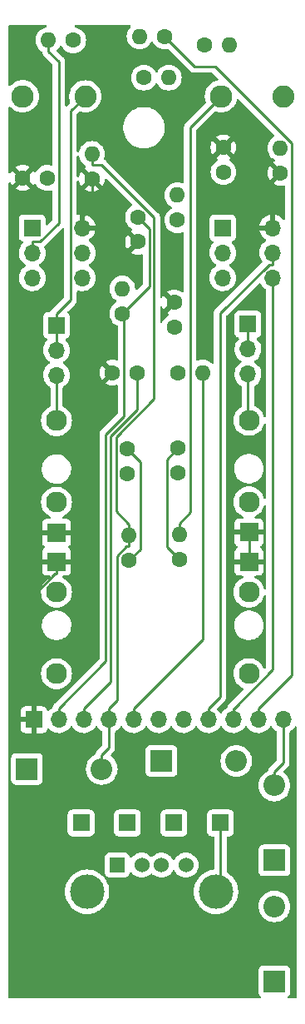
<source format=gbr>
%TF.GenerationSoftware,KiCad,Pcbnew,(6.0.7)*%
%TF.CreationDate,2023-02-07T22:19:33+09:00*%
%TF.ProjectId,scoppy_control,73636f70-7079-45f6-936f-6e74726f6c2e,rev?*%
%TF.SameCoordinates,Original*%
%TF.FileFunction,Copper,L1,Top*%
%TF.FilePolarity,Positive*%
%FSLAX46Y46*%
G04 Gerber Fmt 4.6, Leading zero omitted, Abs format (unit mm)*
G04 Created by KiCad (PCBNEW (6.0.7)) date 2023-02-07 22:19:33*
%MOMM*%
%LPD*%
G01*
G04 APERTURE LIST*
%TA.AperFunction,ComponentPad*%
%ADD10C,1.600000*%
%TD*%
%TA.AperFunction,ComponentPad*%
%ADD11O,1.600000X1.600000*%
%TD*%
%TA.AperFunction,ComponentPad*%
%ADD12R,1.700000X1.700000*%
%TD*%
%TA.AperFunction,ComponentPad*%
%ADD13O,1.700000X1.700000*%
%TD*%
%TA.AperFunction,ComponentPad*%
%ADD14R,2.200000X2.200000*%
%TD*%
%TA.AperFunction,ComponentPad*%
%ADD15O,2.200000X2.200000*%
%TD*%
%TA.AperFunction,ComponentPad*%
%ADD16R,1.930000X1.830000*%
%TD*%
%TA.AperFunction,ComponentPad*%
%ADD17C,2.130000*%
%TD*%
%TA.AperFunction,ComponentPad*%
%ADD18R,1.524000X1.524000*%
%TD*%
%TA.AperFunction,ComponentPad*%
%ADD19C,1.524000*%
%TD*%
%TA.AperFunction,ComponentPad*%
%ADD20C,3.500000*%
%TD*%
%TA.AperFunction,ComponentPad*%
%ADD21C,2.250000*%
%TD*%
%TA.AperFunction,ComponentPad*%
%ADD22C,2.280000*%
%TD*%
%TA.AperFunction,Conductor*%
%ADD23C,0.250000*%
%TD*%
G04 APERTURE END LIST*
D10*
%TO.P,R18,1*%
%TO.N,Net-(R13-Pad1)*%
X125060000Y-62800000D03*
D11*
%TO.P,R18,2*%
%TO.N,Net-(R18-Pad2)*%
X127600000Y-62800000D03*
%TD*%
D12*
%TO.P,SW2,1,A*%
%TO.N,Net-(C4-Pad2)*%
X129500000Y-91175000D03*
D13*
%TO.P,SW2,2,B*%
X129500000Y-93715000D03*
%TO.P,SW2,3,C*%
%TO.N,CH2*%
X129500000Y-96255000D03*
%TD*%
D12*
%TO.P,SW4,1,A*%
%TO.N,Net-(R16-Pad2)*%
X126925000Y-81375000D03*
D13*
%TO.P,SW4,2,B*%
%TO.N,GND*%
X132005000Y-81375000D03*
%TO.P,SW4,3,C*%
%TO.N,Net-(R18-Pad2)*%
X126925000Y-83915000D03*
%TO.P,SW4,4,A*%
%TO.N,GPIO4*%
X132005000Y-83915000D03*
%TO.P,SW4,5,B*%
%TO.N,Net-(R14-Pad2)*%
X126925000Y-86455000D03*
%TO.P,SW4,6,C*%
%TO.N,GPIO5*%
X132005000Y-86455000D03*
%TD*%
D14*
%TO.P,D4,1,K*%
%TO.N,Net-(C12-Pad1)*%
X120700000Y-135600000D03*
D15*
%TO.P,D4,2,A*%
%TO.N,-3V3*%
X128320000Y-135600000D03*
%TD*%
D10*
%TO.P,C9,1*%
%TO.N,GND*%
X118300000Y-82800000D03*
%TO.P,C9,2*%
%TO.N,+3V3*%
X118300000Y-80300000D03*
%TD*%
%TO.P,R17,1*%
%TO.N,Net-(R11-Pad1)*%
X111700000Y-62300000D03*
D11*
%TO.P,R17,2*%
%TO.N,Net-(R17-Pad2)*%
X109160000Y-62300000D03*
%TD*%
D10*
%TO.P,R15,1*%
%TO.N,Net-(R11-Pad1)*%
X121000000Y-61900000D03*
D11*
%TO.P,R15,2*%
%TO.N,Net-(R15-Pad2)*%
X118460000Y-61900000D03*
%TD*%
D12*
%TO.P,SW3,1,A*%
%TO.N,Net-(R15-Pad2)*%
X107525000Y-81375000D03*
D13*
%TO.P,SW3,2,B*%
%TO.N,GND*%
X112605000Y-81375000D03*
%TO.P,SW3,3,C*%
%TO.N,Net-(R17-Pad2)*%
X107525000Y-83915000D03*
%TO.P,SW3,4,A*%
%TO.N,GPIO2*%
X112605000Y-83915000D03*
%TO.P,SW3,5,B*%
%TO.N,Net-(R12-Pad2)*%
X107525000Y-86455000D03*
%TO.P,SW3,6,C*%
%TO.N,GPIO3*%
X112605000Y-86455000D03*
%TD*%
D10*
%TO.P,R16,1*%
%TO.N,Net-(R13-Pad1)*%
X118905000Y-66100000D03*
D11*
%TO.P,R16,2*%
%TO.N,Net-(R16-Pad2)*%
X121445000Y-66100000D03*
%TD*%
D16*
%TO.P,J1,S*%
%TO.N,GND*%
X110000000Y-112380000D03*
D17*
%TO.P,J1,T*%
%TO.N,CH1*%
X110000000Y-100980000D03*
%TO.P,J1,TN*%
%TO.N,N/C*%
X110000000Y-109280000D03*
%TD*%
D12*
%TO.P,VBUS,1,Pin_1*%
%TO.N,Net-(J8-Pad1)*%
X112500000Y-141900000D03*
%TD*%
D10*
%TO.P,R5,1*%
%TO.N,Net-(C3-Pad2)*%
X117366700Y-115200000D03*
D11*
%TO.P,R5,2*%
%TO.N,Net-(C12-Pad1)*%
X117366700Y-112660000D03*
%TD*%
D10*
%TO.P,C21,1*%
%TO.N,-3V3*%
X118200000Y-96100000D03*
%TO.P,C21,2*%
%TO.N,GND*%
X115700000Y-96100000D03*
%TD*%
D12*
%TO.P,REF5,1*%
%TO.N,GND*%
X107700000Y-131400000D03*
D13*
%TO.P,REF5,2*%
%TO.N,+3V3*%
X110240000Y-131400000D03*
%TO.P,REF5,3*%
%TO.N,-3V3*%
X112780000Y-131400000D03*
%TO.P,REF5,4*%
%TO.N,Net-(C12-Pad1)*%
X115320000Y-131400000D03*
%TO.P,REF5,5*%
%TO.N,Net-(C19-Pad2)*%
X117860000Y-131400000D03*
%TO.P,REF5,6*%
%TO.N,GPIO2*%
X120400000Y-131400000D03*
%TO.P,REF5,7*%
%TO.N,GPIO3*%
X122940000Y-131400000D03*
%TO.P,REF5,8*%
%TO.N,GPIO4*%
X125480000Y-131400000D03*
%TO.P,REF5,9*%
%TO.N,GPIO5*%
X128020000Y-131400000D03*
%TO.P,REF5,10*%
%TO.N,Net-(R11-Pad1)*%
X130560000Y-131400000D03*
%TO.P,REF5,11*%
%TO.N,Net-(C13-Pad1)*%
X133100000Y-131400000D03*
%TD*%
D10*
%TO.P,C3,1*%
%TO.N,CH1*%
X117200000Y-106350000D03*
%TO.P,C3,2*%
%TO.N,Net-(C3-Pad2)*%
X117200000Y-103850000D03*
%TD*%
%TO.P,R12,1*%
%TO.N,+3V3*%
X116700000Y-90100000D03*
D11*
%TO.P,R12,2*%
%TO.N,Net-(R12-Pad2)*%
X116700000Y-87560000D03*
%TD*%
D12*
%TO.P,TP2,1,Pin_1*%
%TO.N,Net-(J11-Pad1)*%
X117233300Y-141900000D03*
%TD*%
D10*
%TO.P,C16,1*%
%TO.N,GND*%
X122000000Y-88950000D03*
%TO.P,C16,2*%
%TO.N,-3V3*%
X122000000Y-91450000D03*
%TD*%
%TO.P,R6,1*%
%TO.N,Net-(C4-Pad2)*%
X122500000Y-115100000D03*
D11*
%TO.P,R6,2*%
%TO.N,Net-(C13-Pad1)*%
X122500000Y-112560000D03*
%TD*%
D18*
%TO.P,J8,1,VBUS*%
%TO.N,Net-(J8-Pad1)*%
X116180000Y-146185000D03*
D19*
%TO.P,J8,2,D-*%
%TO.N,Net-(J11-Pad1)*%
X118680000Y-146185000D03*
%TO.P,J8,3,D+*%
%TO.N,Net-(J10-Pad1)*%
X120680000Y-146185000D03*
%TO.P,J8,4,GND*%
%TO.N,Net-(J7-Pad1)*%
X123180000Y-146185000D03*
D20*
%TO.P,J8,5,Shield*%
X126250000Y-148895000D03*
X113110000Y-148895000D03*
%TD*%
D12*
%TO.P,GND,1,Pin_1*%
%TO.N,Net-(J7-Pad1)*%
X126700000Y-141900000D03*
%TD*%
D16*
%TO.P,J4,S*%
%TO.N,GND*%
X110000000Y-115320000D03*
D17*
%TO.P,J4,T*%
%TO.N,CH1*%
X110000000Y-126720000D03*
%TO.P,J4,TN*%
%TO.N,N/C*%
X110000000Y-118420000D03*
%TD*%
D14*
%TO.P,D3,1,K*%
%TO.N,+3V3*%
X106990000Y-136400000D03*
D15*
%TO.P,D3,2,A*%
%TO.N,Net-(C12-Pad1)*%
X114610000Y-136400000D03*
%TD*%
D14*
%TO.P,D6,1,K*%
%TO.N,Net-(C13-Pad1)*%
X132200000Y-158000000D03*
D15*
%TO.P,D6,2,A*%
%TO.N,-3V3*%
X132200000Y-150380000D03*
%TD*%
D10*
%TO.P,C10,1*%
%TO.N,GND*%
X127000000Y-73200000D03*
%TO.P,C10,2*%
%TO.N,+3V3*%
X127000000Y-75700000D03*
%TD*%
%TO.P,C15,1*%
%TO.N,GND*%
X106550000Y-76300000D03*
%TO.P,C15,2*%
%TO.N,-3V3*%
X109050000Y-76300000D03*
%TD*%
D12*
%TO.P,SW1,1,A*%
%TO.N,Net-(C3-Pad2)*%
X110000000Y-91275000D03*
D13*
%TO.P,SW1,2,B*%
X110000000Y-93815000D03*
%TO.P,SW1,3,C*%
%TO.N,CH1*%
X110000000Y-96355000D03*
%TD*%
D10*
%TO.P,R8,1*%
%TO.N,GND*%
X132800000Y-75800000D03*
D11*
%TO.P,R8,2*%
%TO.N,Net-(C13-Pad1)*%
X132800000Y-73260000D03*
%TD*%
D16*
%TO.P,J2,S*%
%TO.N,GND*%
X129600000Y-112350000D03*
D17*
%TO.P,J2,T*%
%TO.N,CH2*%
X129600000Y-100950000D03*
%TO.P,J2,TN*%
%TO.N,N/C*%
X129600000Y-109250000D03*
%TD*%
D10*
%TO.P,R7,1*%
%TO.N,GND*%
X113600000Y-76400000D03*
D11*
%TO.P,R7,2*%
%TO.N,Net-(C12-Pad1)*%
X113600000Y-73860000D03*
%TD*%
D16*
%TO.P,J5,S*%
%TO.N,GND*%
X129600000Y-115320000D03*
D17*
%TO.P,J5,T*%
%TO.N,CH2*%
X129600000Y-126720000D03*
%TO.P,J5,TN*%
%TO.N,N/C*%
X129600000Y-118420000D03*
%TD*%
D12*
%TO.P,TP3,1,Pin_1*%
%TO.N,Net-(J10-Pad1)*%
X121966700Y-141900000D03*
%TD*%
D21*
%TO.P,C6,1*%
%TO.N,Net-(C4-Pad2)*%
X133129500Y-68000000D03*
D22*
%TO.P,C6,2*%
%TO.N,Net-(C13-Pad1)*%
X126754500Y-68000000D03*
%TD*%
D10*
%TO.P,C4,1*%
%TO.N,CH2*%
X122400000Y-106300000D03*
%TO.P,C4,2*%
%TO.N,Net-(C4-Pad2)*%
X122400000Y-103800000D03*
%TD*%
D21*
%TO.P,C5,1*%
%TO.N,Net-(C3-Pad2)*%
X112929500Y-68000000D03*
D22*
%TO.P,C5,2*%
%TO.N,Net-(C12-Pad1)*%
X106554500Y-68000000D03*
%TD*%
D10*
%TO.P,R14,1*%
%TO.N,+3V3*%
X122300000Y-80600000D03*
D11*
%TO.P,R14,2*%
%TO.N,Net-(R14-Pad2)*%
X122300000Y-78060000D03*
%TD*%
D14*
%TO.P,D5,1,K*%
%TO.N,+3V3*%
X132200000Y-145710000D03*
D15*
%TO.P,D5,2,A*%
%TO.N,Net-(C13-Pad1)*%
X132200000Y-138090000D03*
%TD*%
D10*
%TO.P,R21,1*%
%TO.N,+3V3*%
X122355000Y-96100000D03*
D11*
%TO.P,R21,2*%
%TO.N,Net-(C19-Pad2)*%
X124895000Y-96100000D03*
%TD*%
D23*
%TO.N,Net-(C3-Pad2)*%
X117200000Y-103850000D02*
X118516200Y-105166200D01*
X110000000Y-93815000D02*
X110000000Y-91275000D01*
X118516200Y-114050500D02*
X117366700Y-115200000D01*
X110000000Y-90099900D02*
X111429400Y-88670500D01*
X111429400Y-88670500D02*
X111429400Y-69500100D01*
X110000000Y-91275000D02*
X110000000Y-90099900D01*
X111429400Y-69500100D02*
X112929500Y-68000000D01*
X118516200Y-105166200D02*
X118516200Y-114050500D01*
%TO.N,Net-(C12-Pad1)*%
X114610000Y-134974900D02*
X115320000Y-134264900D01*
X119915900Y-80316500D02*
X114584500Y-74985100D01*
X116138700Y-129406200D02*
X115320000Y-130224900D01*
X119915900Y-98785200D02*
X119915900Y-80316500D01*
X115320000Y-134264900D02*
X115320000Y-131400000D01*
X116063800Y-110232000D02*
X116063800Y-102637300D01*
X117366700Y-113785100D02*
X117151300Y-113785100D01*
X117151300Y-113785100D02*
X116138700Y-114797700D01*
X114610000Y-136400000D02*
X114610000Y-134974900D01*
X116138700Y-114797700D02*
X116138700Y-129406200D01*
X114584500Y-74985100D02*
X113600000Y-74985100D01*
X115320000Y-131400000D02*
X115320000Y-130224900D01*
X113600000Y-73860000D02*
X113600000Y-74985100D01*
X117366700Y-112660000D02*
X117366700Y-111534900D01*
X117366700Y-112660000D02*
X117366700Y-113785100D01*
X117366700Y-111534900D02*
X116063800Y-110232000D01*
X116063800Y-102637300D02*
X119915900Y-98785200D01*
%TO.N,Net-(C4-Pad2)*%
X122500000Y-115100000D02*
X121272200Y-113872200D01*
X121272200Y-104927800D02*
X122400000Y-103800000D01*
X121272200Y-113872200D02*
X121272200Y-104927800D01*
X129500000Y-93715000D02*
X129500000Y-91175000D01*
%TO.N,Net-(C13-Pad1)*%
X122500000Y-112560000D02*
X122500000Y-111434900D01*
X123625000Y-71129500D02*
X126754500Y-68000000D01*
X123625000Y-110309900D02*
X123625000Y-71129500D01*
X132200000Y-136664900D02*
X133100000Y-135764900D01*
X122500000Y-111434900D02*
X123625000Y-110309900D01*
X132200000Y-138090000D02*
X132200000Y-136664900D01*
X133100000Y-135764900D02*
X133100000Y-131400000D01*
%TO.N,GND*%
X112605000Y-80199900D02*
X113600000Y-79204900D01*
X130395000Y-76595000D02*
X132005000Y-76595000D01*
X110000000Y-115320000D02*
X110000000Y-116560100D01*
X127000000Y-73200000D02*
X130395000Y-76595000D01*
X112605000Y-81375000D02*
X112605000Y-80199900D01*
X129600000Y-115320000D02*
X129600000Y-112350000D01*
X107700000Y-131400000D02*
X107700000Y-118705100D01*
X109845000Y-116560100D02*
X110000000Y-116560100D01*
X113600000Y-79204900D02*
X113600000Y-76400000D01*
X107700000Y-118705100D02*
X109845000Y-116560100D01*
X132005000Y-76595000D02*
X132005000Y-81375000D01*
X132800000Y-75800000D02*
X132005000Y-76595000D01*
%TO.N,Net-(R17-Pad2)*%
X107525000Y-83915000D02*
X107525000Y-82739900D01*
X107525000Y-82739900D02*
X108332900Y-82739900D01*
X110216000Y-64481100D02*
X109160000Y-63425100D01*
X109160000Y-62300000D02*
X109160000Y-63425100D01*
X108332900Y-82739900D02*
X110216000Y-80856800D01*
X110216000Y-80856800D02*
X110216000Y-64481100D01*
%TO.N,GPIO4*%
X125480000Y-130224900D02*
X126655100Y-129049800D01*
X126655100Y-90074700D02*
X131639700Y-85090100D01*
X126655100Y-129049800D02*
X126655100Y-90074700D01*
X132005000Y-83915000D02*
X132005000Y-85090100D01*
X125480000Y-131400000D02*
X125480000Y-130224900D01*
X131639700Y-85090100D02*
X132005000Y-85090100D01*
%TO.N,GPIO5*%
X128093400Y-130224900D02*
X132005000Y-126313300D01*
X128020000Y-130224900D02*
X128093400Y-130224900D01*
X128020000Y-131400000D02*
X128020000Y-130224900D01*
X132005000Y-126313300D02*
X132005000Y-86455000D01*
%TO.N,-3V3*%
X118200000Y-99864400D02*
X115463500Y-102600900D01*
X115463500Y-127541400D02*
X112780000Y-130224900D01*
X115463500Y-102600900D02*
X115463500Y-127541400D01*
X118200000Y-96100000D02*
X118200000Y-99864400D01*
X112780000Y-131400000D02*
X112780000Y-130224900D01*
%TO.N,+3V3*%
X116887500Y-100501800D02*
X115013400Y-102375900D01*
X116700000Y-90100000D02*
X116887500Y-90287500D01*
X116887500Y-90287500D02*
X116887500Y-100501800D01*
X119465800Y-81465800D02*
X119465800Y-87334200D01*
X115013400Y-102375900D02*
X115013400Y-125451500D01*
X119465800Y-87334200D02*
X116700000Y-90100000D01*
X110240000Y-131400000D02*
X110240000Y-130224900D01*
X115013400Y-125451500D02*
X110240000Y-130224900D01*
X118300000Y-80300000D02*
X119465800Y-81465800D01*
%TO.N,Net-(R11-Pad1)*%
X130560000Y-131400000D02*
X130560000Y-130224900D01*
X133944500Y-72786800D02*
X126132500Y-64974800D01*
X126132500Y-64974800D02*
X124074800Y-64974800D01*
X124074800Y-64974800D02*
X121000000Y-61900000D01*
X133944500Y-126840400D02*
X133944500Y-72786800D01*
X130560000Y-130224900D02*
X133944500Y-126840400D01*
%TO.N,Net-(C19-Pad2)*%
X117860000Y-130224900D02*
X124895000Y-123189900D01*
X124895000Y-123189900D02*
X124895000Y-96100000D01*
X117860000Y-131400000D02*
X117860000Y-130224900D01*
%TO.N,CH2*%
X129500000Y-96255000D02*
X129500000Y-100850000D01*
X129500000Y-100850000D02*
X129600000Y-100950000D01*
%TO.N,CH1*%
X110000000Y-96355000D02*
X110000000Y-100980000D01*
%TO.N,Net-(J7-Pad1)*%
X126700000Y-141900000D02*
X126700000Y-148445000D01*
X126700000Y-148445000D02*
X126250000Y-148895000D01*
%TD*%
%TA.AperFunction,Conductor*%
%TO.N,GND*%
G36*
X108968841Y-60778502D02*
G01*
X109015334Y-60832158D01*
X109025438Y-60902432D01*
X108995944Y-60967012D01*
X108936218Y-61005396D01*
X108931900Y-61006407D01*
X108931913Y-61006457D01*
X108716067Y-61064293D01*
X108716065Y-61064294D01*
X108710757Y-61065716D01*
X108705776Y-61068039D01*
X108705775Y-61068039D01*
X108508238Y-61160151D01*
X108508233Y-61160154D01*
X108503251Y-61162477D01*
X108398389Y-61235902D01*
X108320211Y-61290643D01*
X108320208Y-61290645D01*
X108315700Y-61293802D01*
X108153802Y-61455700D01*
X108022477Y-61643251D01*
X108020154Y-61648233D01*
X108020151Y-61648238D01*
X108006556Y-61677393D01*
X107925716Y-61850757D01*
X107924294Y-61856065D01*
X107924293Y-61856067D01*
X107897596Y-61955700D01*
X107866457Y-62071913D01*
X107846502Y-62300000D01*
X107866457Y-62528087D01*
X107867881Y-62533400D01*
X107867881Y-62533402D01*
X107879669Y-62577393D01*
X107925716Y-62749243D01*
X107928039Y-62754224D01*
X107928039Y-62754225D01*
X108020151Y-62951762D01*
X108020154Y-62951767D01*
X108022477Y-62956749D01*
X108095902Y-63061611D01*
X108146789Y-63134284D01*
X108153802Y-63144300D01*
X108315700Y-63306198D01*
X108320208Y-63309355D01*
X108320211Y-63309357D01*
X108475418Y-63418034D01*
X108519746Y-63473491D01*
X108527383Y-63509307D01*
X108527837Y-63509235D01*
X108529078Y-63517069D01*
X108529327Y-63524989D01*
X108532441Y-63535707D01*
X108534978Y-63544439D01*
X108538987Y-63563800D01*
X108541526Y-63583897D01*
X108544445Y-63591268D01*
X108544445Y-63591270D01*
X108557804Y-63625012D01*
X108561649Y-63636242D01*
X108563990Y-63644300D01*
X108573982Y-63678693D01*
X108578015Y-63685512D01*
X108578017Y-63685517D01*
X108584293Y-63696128D01*
X108592988Y-63713876D01*
X108600448Y-63732717D01*
X108605110Y-63739133D01*
X108605110Y-63739134D01*
X108626436Y-63768487D01*
X108632952Y-63778407D01*
X108649388Y-63806198D01*
X108655458Y-63816462D01*
X108669779Y-63830783D01*
X108682619Y-63845816D01*
X108694528Y-63862207D01*
X108700634Y-63867258D01*
X108728605Y-63890398D01*
X108737384Y-63898388D01*
X109545595Y-64706599D01*
X109579621Y-64768911D01*
X109582500Y-64795694D01*
X109582500Y-74923818D01*
X109562498Y-74991939D01*
X109508842Y-75038432D01*
X109438568Y-75048536D01*
X109423895Y-75045526D01*
X109278087Y-75006457D01*
X109050000Y-74986502D01*
X108821913Y-75006457D01*
X108816600Y-75007881D01*
X108816598Y-75007881D01*
X108606067Y-75064293D01*
X108606065Y-75064294D01*
X108600757Y-75065716D01*
X108595776Y-75068039D01*
X108595775Y-75068039D01*
X108398238Y-75160151D01*
X108398233Y-75160154D01*
X108393251Y-75162477D01*
X108336080Y-75202509D01*
X108210211Y-75290643D01*
X108210208Y-75290645D01*
X108205700Y-75293802D01*
X108043802Y-75455700D01*
X108040645Y-75460208D01*
X108040643Y-75460211D01*
X107977891Y-75549831D01*
X107912477Y-75643251D01*
X107910153Y-75648235D01*
X107908829Y-75650528D01*
X107857447Y-75699521D01*
X107787733Y-75712957D01*
X107721822Y-75686571D01*
X107690591Y-75650528D01*
X107683934Y-75638998D01*
X107647491Y-75586952D01*
X107637012Y-75578576D01*
X107623566Y-75585644D01*
X106922022Y-76287188D01*
X106914408Y-76301132D01*
X106914539Y-76302965D01*
X106918790Y-76309580D01*
X107624287Y-77015077D01*
X107636062Y-77021507D01*
X107648077Y-77012211D01*
X107683934Y-76961002D01*
X107690591Y-76949472D01*
X107741973Y-76900479D01*
X107811687Y-76887042D01*
X107877598Y-76913429D01*
X107908829Y-76949472D01*
X107910153Y-76951765D01*
X107912477Y-76956749D01*
X107938241Y-76993543D01*
X107984578Y-77059719D01*
X108043802Y-77144300D01*
X108205700Y-77306198D01*
X108210208Y-77309355D01*
X108210211Y-77309357D01*
X108288389Y-77364098D01*
X108393251Y-77437523D01*
X108398233Y-77439846D01*
X108398238Y-77439849D01*
X108523110Y-77498077D01*
X108600757Y-77534284D01*
X108606065Y-77535706D01*
X108606067Y-77535707D01*
X108816598Y-77592119D01*
X108816600Y-77592119D01*
X108821913Y-77593543D01*
X109050000Y-77613498D01*
X109278087Y-77593543D01*
X109423890Y-77554475D01*
X109494865Y-77556165D01*
X109553661Y-77595959D01*
X109581609Y-77661223D01*
X109582500Y-77676182D01*
X109582500Y-80542206D01*
X109562498Y-80610327D01*
X109545595Y-80631301D01*
X109098595Y-81078301D01*
X109036283Y-81112327D01*
X108965468Y-81107262D01*
X108908632Y-81064715D01*
X108883821Y-80998195D01*
X108883500Y-80989206D01*
X108883500Y-80476866D01*
X108876745Y-80414684D01*
X108825615Y-80278295D01*
X108738261Y-80161739D01*
X108621705Y-80074385D01*
X108485316Y-80023255D01*
X108423134Y-80016500D01*
X106626866Y-80016500D01*
X106564684Y-80023255D01*
X106428295Y-80074385D01*
X106311739Y-80161739D01*
X106224385Y-80278295D01*
X106173255Y-80414684D01*
X106166500Y-80476866D01*
X106166500Y-82273134D01*
X106173255Y-82335316D01*
X106224385Y-82471705D01*
X106311739Y-82588261D01*
X106428295Y-82675615D01*
X106436704Y-82678767D01*
X106436705Y-82678768D01*
X106545451Y-82719535D01*
X106602216Y-82762176D01*
X106626916Y-82828738D01*
X106611709Y-82898087D01*
X106592316Y-82924568D01*
X106465629Y-83057138D01*
X106339743Y-83241680D01*
X106245688Y-83444305D01*
X106185989Y-83659570D01*
X106162251Y-83881695D01*
X106162548Y-83886848D01*
X106162548Y-83886851D01*
X106172284Y-84055702D01*
X106175110Y-84104715D01*
X106176247Y-84109761D01*
X106176248Y-84109767D01*
X106196119Y-84197939D01*
X106224222Y-84322639D01*
X106308266Y-84529616D01*
X106310965Y-84534020D01*
X106408579Y-84693312D01*
X106424987Y-84720088D01*
X106571250Y-84888938D01*
X106743126Y-85031632D01*
X106813595Y-85072811D01*
X106816445Y-85074476D01*
X106865169Y-85126114D01*
X106878240Y-85195897D01*
X106851509Y-85261669D01*
X106811055Y-85295027D01*
X106798607Y-85301507D01*
X106794474Y-85304610D01*
X106794471Y-85304612D01*
X106770247Y-85322800D01*
X106619965Y-85435635D01*
X106465629Y-85597138D01*
X106339743Y-85781680D01*
X106245688Y-85984305D01*
X106185989Y-86199570D01*
X106162251Y-86421695D01*
X106162548Y-86426848D01*
X106162548Y-86426851D01*
X106168011Y-86521590D01*
X106175110Y-86644715D01*
X106176247Y-86649761D01*
X106176248Y-86649767D01*
X106190229Y-86711803D01*
X106224222Y-86862639D01*
X106262461Y-86956811D01*
X106295479Y-87038124D01*
X106308266Y-87069616D01*
X106330424Y-87105775D01*
X106408579Y-87233312D01*
X106424987Y-87260088D01*
X106571250Y-87428938D01*
X106743126Y-87571632D01*
X106936000Y-87684338D01*
X106940825Y-87686180D01*
X106940826Y-87686181D01*
X107007216Y-87711533D01*
X107144692Y-87764030D01*
X107149760Y-87765061D01*
X107149763Y-87765062D01*
X107236000Y-87782607D01*
X107363597Y-87808567D01*
X107368772Y-87808757D01*
X107368774Y-87808757D01*
X107581673Y-87816564D01*
X107581677Y-87816564D01*
X107586837Y-87816753D01*
X107591957Y-87816097D01*
X107591959Y-87816097D01*
X107803288Y-87789025D01*
X107803289Y-87789025D01*
X107808416Y-87788368D01*
X107813366Y-87786883D01*
X108017429Y-87725661D01*
X108017434Y-87725659D01*
X108022384Y-87724174D01*
X108222994Y-87625896D01*
X108404860Y-87496173D01*
X108563096Y-87338489D01*
X108622594Y-87255689D01*
X108690435Y-87161277D01*
X108693453Y-87157077D01*
X108713722Y-87116067D01*
X108790136Y-86961453D01*
X108790137Y-86961451D01*
X108792430Y-86956811D01*
X108857370Y-86743069D01*
X108886529Y-86521590D01*
X108888156Y-86455000D01*
X108869852Y-86232361D01*
X108815431Y-86015702D01*
X108726354Y-85810840D01*
X108636544Y-85672015D01*
X108607822Y-85627617D01*
X108607820Y-85627614D01*
X108605014Y-85623277D01*
X108454670Y-85458051D01*
X108450619Y-85454852D01*
X108450615Y-85454848D01*
X108283414Y-85322800D01*
X108283410Y-85322798D01*
X108279359Y-85319598D01*
X108238053Y-85296796D01*
X108188084Y-85246364D01*
X108173312Y-85176921D01*
X108198428Y-85110516D01*
X108225780Y-85083909D01*
X108269603Y-85052650D01*
X108404860Y-84956173D01*
X108446257Y-84914921D01*
X108559435Y-84802137D01*
X108563096Y-84798489D01*
X108622594Y-84715689D01*
X108690435Y-84621277D01*
X108693453Y-84617077D01*
X108792430Y-84416811D01*
X108857370Y-84203069D01*
X108886529Y-83981590D01*
X108886611Y-83978240D01*
X108888074Y-83918365D01*
X108888074Y-83918361D01*
X108888156Y-83915000D01*
X108869852Y-83692361D01*
X108815431Y-83475702D01*
X108753583Y-83333462D01*
X108744763Y-83263017D01*
X108772048Y-83202906D01*
X108798198Y-83171296D01*
X108806188Y-83162516D01*
X110580805Y-81387899D01*
X110643117Y-81353873D01*
X110713932Y-81358938D01*
X110770768Y-81401485D01*
X110795579Y-81468005D01*
X110795900Y-81476994D01*
X110795900Y-88355906D01*
X110775898Y-88424027D01*
X110758995Y-88445001D01*
X110175929Y-89028066D01*
X109607747Y-89596248D01*
X109599461Y-89603788D01*
X109592982Y-89607900D01*
X109587557Y-89613677D01*
X109546357Y-89657551D01*
X109543602Y-89660393D01*
X109523865Y-89680130D01*
X109521385Y-89683327D01*
X109513682Y-89692347D01*
X109483414Y-89724579D01*
X109479595Y-89731525D01*
X109479593Y-89731528D01*
X109473652Y-89742334D01*
X109462801Y-89758853D01*
X109450386Y-89774859D01*
X109447241Y-89782128D01*
X109447238Y-89782132D01*
X109432826Y-89815437D01*
X109427609Y-89826087D01*
X109413803Y-89851201D01*
X109363460Y-89901259D01*
X109303389Y-89916500D01*
X109101866Y-89916500D01*
X109039684Y-89923255D01*
X108903295Y-89974385D01*
X108786739Y-90061739D01*
X108699385Y-90178295D01*
X108648255Y-90314684D01*
X108641500Y-90376866D01*
X108641500Y-92173134D01*
X108648255Y-92235316D01*
X108699385Y-92371705D01*
X108786739Y-92488261D01*
X108903295Y-92575615D01*
X108911704Y-92578767D01*
X108911705Y-92578768D01*
X109020451Y-92619535D01*
X109077216Y-92662176D01*
X109101916Y-92728738D01*
X109086709Y-92798087D01*
X109067316Y-92824568D01*
X108940629Y-92957138D01*
X108814743Y-93141680D01*
X108720688Y-93344305D01*
X108660989Y-93559570D01*
X108637251Y-93781695D01*
X108637548Y-93786848D01*
X108637548Y-93786851D01*
X108643011Y-93881590D01*
X108650110Y-94004715D01*
X108651247Y-94009761D01*
X108651248Y-94009767D01*
X108671119Y-94097939D01*
X108699222Y-94222639D01*
X108783266Y-94429616D01*
X108785965Y-94434020D01*
X108888987Y-94602137D01*
X108899987Y-94620088D01*
X109046250Y-94788938D01*
X109192692Y-94910516D01*
X109211480Y-94926114D01*
X109218126Y-94931632D01*
X109239870Y-94944338D01*
X109291445Y-94974476D01*
X109340169Y-95026114D01*
X109353240Y-95095897D01*
X109326509Y-95161669D01*
X109286055Y-95195027D01*
X109273607Y-95201507D01*
X109269474Y-95204610D01*
X109269471Y-95204612D01*
X109099100Y-95332530D01*
X109094965Y-95335635D01*
X108940629Y-95497138D01*
X108814743Y-95681680D01*
X108799003Y-95715590D01*
X108723856Y-95877481D01*
X108720688Y-95884305D01*
X108660989Y-96099570D01*
X108637251Y-96321695D01*
X108637548Y-96326848D01*
X108637548Y-96326851D01*
X108643011Y-96421590D01*
X108650110Y-96544715D01*
X108651247Y-96549761D01*
X108651248Y-96549767D01*
X108652214Y-96554053D01*
X108699222Y-96762639D01*
X108737461Y-96856811D01*
X108771155Y-96939789D01*
X108783266Y-96969616D01*
X108785965Y-96974020D01*
X108888987Y-97142137D01*
X108899987Y-97160088D01*
X109046250Y-97328938D01*
X109218126Y-97471632D01*
X109222593Y-97474242D01*
X109304070Y-97521853D01*
X109352794Y-97573491D01*
X109366500Y-97630641D01*
X109366500Y-99455070D01*
X109346498Y-99523191D01*
X109292011Y-99568723D01*
X109292420Y-99569525D01*
X109288912Y-99571312D01*
X109288709Y-99571482D01*
X109288015Y-99571769D01*
X109288007Y-99571773D01*
X109283437Y-99573666D01*
X109072260Y-99703075D01*
X108883927Y-99863927D01*
X108723075Y-100052260D01*
X108593666Y-100263437D01*
X108591773Y-100268007D01*
X108591771Y-100268011D01*
X108511311Y-100462258D01*
X108498885Y-100492258D01*
X108497730Y-100497070D01*
X108442221Y-100728276D01*
X108442220Y-100728282D01*
X108441066Y-100733089D01*
X108421634Y-100980000D01*
X108441066Y-101226911D01*
X108442220Y-101231718D01*
X108442221Y-101231724D01*
X108447188Y-101252412D01*
X108498885Y-101467742D01*
X108500778Y-101472313D01*
X108500779Y-101472315D01*
X108582988Y-101670783D01*
X108593666Y-101696563D01*
X108723075Y-101907740D01*
X108883927Y-102096073D01*
X109072260Y-102256925D01*
X109283437Y-102386334D01*
X109288007Y-102388227D01*
X109288011Y-102388229D01*
X109442620Y-102452270D01*
X109512258Y-102481115D01*
X109597170Y-102501501D01*
X109748276Y-102537779D01*
X109748282Y-102537780D01*
X109753089Y-102538934D01*
X110000000Y-102558366D01*
X110246911Y-102538934D01*
X110251718Y-102537780D01*
X110251724Y-102537779D01*
X110402830Y-102501501D01*
X110487742Y-102481115D01*
X110557380Y-102452270D01*
X110711989Y-102388229D01*
X110711993Y-102388227D01*
X110716563Y-102386334D01*
X110927740Y-102256925D01*
X111116073Y-102096073D01*
X111276925Y-101907740D01*
X111406334Y-101696563D01*
X111417013Y-101670783D01*
X111499221Y-101472315D01*
X111499222Y-101472313D01*
X111501115Y-101467742D01*
X111552812Y-101252412D01*
X111557779Y-101231724D01*
X111557780Y-101231718D01*
X111558934Y-101226911D01*
X111578366Y-100980000D01*
X111558934Y-100733089D01*
X111557780Y-100728282D01*
X111557779Y-100728276D01*
X111502270Y-100497070D01*
X111501115Y-100492258D01*
X111488689Y-100462258D01*
X111408229Y-100268011D01*
X111408227Y-100268007D01*
X111406334Y-100263437D01*
X111276925Y-100052260D01*
X111116073Y-99863927D01*
X110927740Y-99703075D01*
X110716563Y-99573666D01*
X110711993Y-99571773D01*
X110711985Y-99571769D01*
X110711291Y-99571482D01*
X110711067Y-99571302D01*
X110707580Y-99569525D01*
X110707953Y-99568793D01*
X110656006Y-99526938D01*
X110633500Y-99455070D01*
X110633500Y-97635427D01*
X110653502Y-97567306D01*
X110694618Y-97527550D01*
X110697994Y-97525896D01*
X110879860Y-97396173D01*
X110907804Y-97368327D01*
X111034435Y-97242137D01*
X111038096Y-97238489D01*
X111042587Y-97232240D01*
X111165435Y-97061277D01*
X111168453Y-97057077D01*
X111172363Y-97049167D01*
X111265136Y-96861453D01*
X111265137Y-96861451D01*
X111267430Y-96856811D01*
X111332370Y-96643069D01*
X111361529Y-96421590D01*
X111363156Y-96355000D01*
X111344852Y-96132361D01*
X111338099Y-96105475D01*
X114387483Y-96105475D01*
X114406472Y-96322519D01*
X114408375Y-96333312D01*
X114464764Y-96543761D01*
X114468510Y-96554053D01*
X114560586Y-96751511D01*
X114566069Y-96761006D01*
X114602509Y-96813048D01*
X114612988Y-96821424D01*
X114626434Y-96814356D01*
X115327978Y-96112812D01*
X115335592Y-96098868D01*
X115335461Y-96097035D01*
X115331210Y-96090420D01*
X114625713Y-95384923D01*
X114613938Y-95378493D01*
X114601923Y-95387789D01*
X114566069Y-95438994D01*
X114560586Y-95448489D01*
X114468510Y-95645947D01*
X114464764Y-95656239D01*
X114408375Y-95866688D01*
X114406472Y-95877481D01*
X114387483Y-96094525D01*
X114387483Y-96105475D01*
X111338099Y-96105475D01*
X111290431Y-95915702D01*
X111201354Y-95710840D01*
X111117797Y-95581680D01*
X111082822Y-95527617D01*
X111082820Y-95527614D01*
X111080014Y-95523277D01*
X110929670Y-95358051D01*
X110925619Y-95354852D01*
X110925615Y-95354848D01*
X110758414Y-95222800D01*
X110758410Y-95222798D01*
X110754359Y-95219598D01*
X110713053Y-95196796D01*
X110663084Y-95146364D01*
X110648312Y-95076921D01*
X110673428Y-95010516D01*
X110700780Y-94983909D01*
X110744603Y-94952650D01*
X110879860Y-94856173D01*
X110884246Y-94851803D01*
X111034435Y-94702137D01*
X111038096Y-94698489D01*
X111042587Y-94692240D01*
X111165435Y-94521277D01*
X111168453Y-94517077D01*
X111220169Y-94412438D01*
X111265136Y-94321453D01*
X111265137Y-94321451D01*
X111267430Y-94316811D01*
X111332370Y-94103069D01*
X111361529Y-93881590D01*
X111363156Y-93815000D01*
X111344852Y-93592361D01*
X111290431Y-93375702D01*
X111201354Y-93170840D01*
X111117797Y-93041680D01*
X111082822Y-92987617D01*
X111082820Y-92987614D01*
X111080014Y-92983277D01*
X111076532Y-92979450D01*
X110932798Y-92821488D01*
X110901746Y-92757642D01*
X110910141Y-92687143D01*
X110955317Y-92632375D01*
X110981761Y-92618706D01*
X111088297Y-92578767D01*
X111096705Y-92575615D01*
X111213261Y-92488261D01*
X111300615Y-92371705D01*
X111351745Y-92235316D01*
X111358500Y-92173134D01*
X111358500Y-90376866D01*
X111351745Y-90314684D01*
X111300615Y-90178295D01*
X111213261Y-90061739D01*
X111169965Y-90029290D01*
X111127450Y-89972433D01*
X111122424Y-89901614D01*
X111156435Y-89839369D01*
X111821658Y-89174147D01*
X111829937Y-89166613D01*
X111836418Y-89162500D01*
X111883044Y-89112848D01*
X111885798Y-89110007D01*
X111905535Y-89090270D01*
X111908015Y-89087073D01*
X111915720Y-89078051D01*
X111940559Y-89051600D01*
X111945986Y-89045821D01*
X111949805Y-89038875D01*
X111949807Y-89038872D01*
X111955748Y-89028066D01*
X111966599Y-89011547D01*
X111974158Y-89001801D01*
X111979014Y-88995541D01*
X111982159Y-88988272D01*
X111982162Y-88988268D01*
X111996574Y-88954963D01*
X112001791Y-88944313D01*
X112023095Y-88905560D01*
X112028133Y-88885937D01*
X112034537Y-88867234D01*
X112039433Y-88855920D01*
X112039433Y-88855919D01*
X112042581Y-88848645D01*
X112043820Y-88840822D01*
X112043823Y-88840812D01*
X112049499Y-88804976D01*
X112051905Y-88793356D01*
X112060928Y-88758211D01*
X112060928Y-88758210D01*
X112062900Y-88750530D01*
X112062900Y-88730276D01*
X112064451Y-88710565D01*
X112066380Y-88698386D01*
X112067620Y-88690557D01*
X112063459Y-88646538D01*
X112062900Y-88634681D01*
X112062900Y-87884400D01*
X112082902Y-87816279D01*
X112136558Y-87769786D01*
X112206832Y-87759682D01*
X112221740Y-87762903D01*
X112224692Y-87764030D01*
X112229762Y-87765061D01*
X112229767Y-87765063D01*
X112362726Y-87792113D01*
X112443597Y-87808567D01*
X112448772Y-87808757D01*
X112448774Y-87808757D01*
X112661673Y-87816564D01*
X112661677Y-87816564D01*
X112666837Y-87816753D01*
X112671957Y-87816097D01*
X112671959Y-87816097D01*
X112883288Y-87789025D01*
X112883289Y-87789025D01*
X112888416Y-87788368D01*
X112893366Y-87786883D01*
X113097429Y-87725661D01*
X113097434Y-87725659D01*
X113102384Y-87724174D01*
X113302994Y-87625896D01*
X113484860Y-87496173D01*
X113643096Y-87338489D01*
X113702594Y-87255689D01*
X113770435Y-87161277D01*
X113773453Y-87157077D01*
X113793722Y-87116067D01*
X113870136Y-86961453D01*
X113870137Y-86961451D01*
X113872430Y-86956811D01*
X113937370Y-86743069D01*
X113966529Y-86521590D01*
X113968156Y-86455000D01*
X113949852Y-86232361D01*
X113895431Y-86015702D01*
X113806354Y-85810840D01*
X113716544Y-85672015D01*
X113687822Y-85627617D01*
X113687820Y-85627614D01*
X113685014Y-85623277D01*
X113534670Y-85458051D01*
X113530619Y-85454852D01*
X113530615Y-85454848D01*
X113363414Y-85322800D01*
X113363410Y-85322798D01*
X113359359Y-85319598D01*
X113318053Y-85296796D01*
X113268084Y-85246364D01*
X113253312Y-85176921D01*
X113278428Y-85110516D01*
X113305780Y-85083909D01*
X113349603Y-85052650D01*
X113484860Y-84956173D01*
X113526257Y-84914921D01*
X113639435Y-84802137D01*
X113643096Y-84798489D01*
X113702594Y-84715689D01*
X113770435Y-84621277D01*
X113773453Y-84617077D01*
X113872430Y-84416811D01*
X113937370Y-84203069D01*
X113966529Y-83981590D01*
X113966611Y-83978240D01*
X113968074Y-83918365D01*
X113968074Y-83918361D01*
X113968156Y-83915000D01*
X113949852Y-83692361D01*
X113895431Y-83475702D01*
X113806354Y-83270840D01*
X113716544Y-83132015D01*
X113687822Y-83087617D01*
X113687820Y-83087614D01*
X113685014Y-83083277D01*
X113534670Y-82918051D01*
X113530619Y-82914852D01*
X113530615Y-82914848D01*
X113392125Y-82805475D01*
X116987483Y-82805475D01*
X117006472Y-83022519D01*
X117008375Y-83033312D01*
X117064764Y-83243761D01*
X117068510Y-83254053D01*
X117160586Y-83451511D01*
X117166069Y-83461006D01*
X117202509Y-83513048D01*
X117212988Y-83521424D01*
X117226434Y-83514356D01*
X117927978Y-82812812D01*
X117935592Y-82798868D01*
X117935461Y-82797035D01*
X117931210Y-82790420D01*
X117225713Y-82084923D01*
X117213938Y-82078493D01*
X117201923Y-82087789D01*
X117166069Y-82138994D01*
X117160586Y-82148489D01*
X117068510Y-82345947D01*
X117064764Y-82356239D01*
X117008375Y-82566688D01*
X117006472Y-82577481D01*
X116987483Y-82794525D01*
X116987483Y-82805475D01*
X113392125Y-82805475D01*
X113363414Y-82782800D01*
X113363410Y-82782798D01*
X113359359Y-82779598D01*
X113317569Y-82756529D01*
X113267598Y-82706097D01*
X113252826Y-82636654D01*
X113277942Y-82570248D01*
X113305294Y-82543641D01*
X113480328Y-82418792D01*
X113488200Y-82412139D01*
X113639052Y-82261812D01*
X113645730Y-82253965D01*
X113770003Y-82081020D01*
X113775313Y-82072183D01*
X113869670Y-81881267D01*
X113873469Y-81871672D01*
X113935377Y-81667910D01*
X113937555Y-81657837D01*
X113938986Y-81646962D01*
X113936775Y-81632778D01*
X113923617Y-81629000D01*
X112477000Y-81629000D01*
X112408879Y-81608998D01*
X112362386Y-81555342D01*
X112351000Y-81503000D01*
X112351000Y-81102885D01*
X112859000Y-81102885D01*
X112863475Y-81118124D01*
X112864865Y-81119329D01*
X112872548Y-81121000D01*
X113923344Y-81121000D01*
X113936875Y-81117027D01*
X113938180Y-81107947D01*
X113896214Y-80940875D01*
X113892894Y-80931124D01*
X113807972Y-80735814D01*
X113803105Y-80726739D01*
X113687426Y-80547926D01*
X113681136Y-80539757D01*
X113537806Y-80382240D01*
X113530273Y-80375215D01*
X113363139Y-80243222D01*
X113354552Y-80237517D01*
X113168117Y-80134599D01*
X113158705Y-80130369D01*
X112957959Y-80059280D01*
X112947988Y-80056646D01*
X112876837Y-80043972D01*
X112863540Y-80045432D01*
X112859000Y-80059989D01*
X112859000Y-81102885D01*
X112351000Y-81102885D01*
X112351000Y-80058102D01*
X112347082Y-80044758D01*
X112332806Y-80042771D01*
X112294324Y-80048660D01*
X112284288Y-80051051D01*
X112228045Y-80069434D01*
X112157081Y-80071585D01*
X112096219Y-80035029D01*
X112064783Y-79971371D01*
X112062900Y-79949669D01*
X112062900Y-77486062D01*
X112878493Y-77486062D01*
X112887789Y-77498077D01*
X112938994Y-77533931D01*
X112948489Y-77539414D01*
X113145947Y-77631490D01*
X113156239Y-77635236D01*
X113366688Y-77691625D01*
X113377481Y-77693528D01*
X113594525Y-77712517D01*
X113605475Y-77712517D01*
X113822519Y-77693528D01*
X113833312Y-77691625D01*
X114043761Y-77635236D01*
X114054053Y-77631490D01*
X114251511Y-77539414D01*
X114261006Y-77533931D01*
X114313048Y-77497491D01*
X114321424Y-77487012D01*
X114314356Y-77473566D01*
X113612812Y-76772022D01*
X113598868Y-76764408D01*
X113597035Y-76764539D01*
X113590420Y-76768790D01*
X112884923Y-77474287D01*
X112878493Y-77486062D01*
X112062900Y-77486062D01*
X112062900Y-76674254D01*
X112082902Y-76606133D01*
X112136558Y-76559640D01*
X112206832Y-76549536D01*
X112271412Y-76579030D01*
X112310607Y-76641643D01*
X112364764Y-76843761D01*
X112368510Y-76854053D01*
X112460586Y-77051511D01*
X112466069Y-77061006D01*
X112502509Y-77113048D01*
X112512988Y-77121424D01*
X112526434Y-77114356D01*
X113227978Y-76412812D01*
X113235592Y-76398868D01*
X113235461Y-76397035D01*
X113231210Y-76390420D01*
X112525713Y-75684923D01*
X112513938Y-75678493D01*
X112501923Y-75687789D01*
X112466069Y-75738994D01*
X112460586Y-75748489D01*
X112368510Y-75945947D01*
X112364764Y-75956239D01*
X112310607Y-76158357D01*
X112273655Y-76218980D01*
X112209795Y-76250001D01*
X112139300Y-76241573D01*
X112084553Y-76196370D01*
X112062900Y-76125746D01*
X112062900Y-74136186D01*
X112082902Y-74068065D01*
X112136558Y-74021572D01*
X112206832Y-74011468D01*
X112271412Y-74040962D01*
X112310607Y-74103575D01*
X112359505Y-74286062D01*
X112365716Y-74309243D01*
X112368039Y-74314224D01*
X112368039Y-74314225D01*
X112460151Y-74511762D01*
X112460154Y-74511767D01*
X112462477Y-74516749D01*
X112593802Y-74704300D01*
X112755700Y-74866198D01*
X112760208Y-74869355D01*
X112760211Y-74869357D01*
X112917406Y-74979426D01*
X112961734Y-75034883D01*
X112970886Y-75074727D01*
X112971708Y-75087789D01*
X112972775Y-75104750D01*
X112975225Y-75112291D01*
X112975321Y-75112587D01*
X112980494Y-75135731D01*
X112980775Y-75137954D01*
X112980775Y-75137959D01*
X112981526Y-75143900D01*
X112980568Y-75144021D01*
X112978371Y-75208053D01*
X112937961Y-75266427D01*
X112931034Y-75271642D01*
X112886952Y-75302509D01*
X112878576Y-75312988D01*
X112885644Y-75326434D01*
X114674287Y-77115077D01*
X114686062Y-77121507D01*
X114698077Y-77112211D01*
X114733931Y-77061006D01*
X114739414Y-77051511D01*
X114831490Y-76854053D01*
X114835236Y-76843761D01*
X114891625Y-76633312D01*
X114893528Y-76622520D01*
X114904772Y-76494005D01*
X114930636Y-76427887D01*
X114988139Y-76386248D01*
X115059026Y-76382307D01*
X115119388Y-76415892D01*
X117668691Y-78965195D01*
X117702717Y-79027507D01*
X117697652Y-79098322D01*
X117655105Y-79155158D01*
X117645839Y-79161270D01*
X117643251Y-79162477D01*
X117638742Y-79165634D01*
X117638739Y-79165636D01*
X117460211Y-79290643D01*
X117460208Y-79290645D01*
X117455700Y-79293802D01*
X117293802Y-79455700D01*
X117290645Y-79460208D01*
X117290643Y-79460211D01*
X117286846Y-79465634D01*
X117162477Y-79643251D01*
X117160154Y-79648233D01*
X117160151Y-79648238D01*
X117068039Y-79845775D01*
X117065716Y-79850757D01*
X117064294Y-79856065D01*
X117064293Y-79856067D01*
X117013543Y-80045468D01*
X117006457Y-80071913D01*
X116986502Y-80300000D01*
X117006457Y-80528087D01*
X117007881Y-80533400D01*
X117007881Y-80533402D01*
X117024225Y-80594396D01*
X117065716Y-80749243D01*
X117068039Y-80754224D01*
X117068039Y-80754225D01*
X117160151Y-80951762D01*
X117160154Y-80951767D01*
X117162477Y-80956749D01*
X117165634Y-80961257D01*
X117274354Y-81116525D01*
X117293802Y-81144300D01*
X117455700Y-81306198D01*
X117460208Y-81309355D01*
X117460211Y-81309357D01*
X117531020Y-81358938D01*
X117643251Y-81437523D01*
X117648235Y-81439847D01*
X117650528Y-81441171D01*
X117699521Y-81492553D01*
X117712957Y-81562267D01*
X117686571Y-81628178D01*
X117650528Y-81659409D01*
X117638998Y-81666066D01*
X117586952Y-81702509D01*
X117578576Y-81712988D01*
X117585644Y-81726434D01*
X118570115Y-82710905D01*
X118604141Y-82773217D01*
X118599076Y-82844032D01*
X118570115Y-82889095D01*
X117584923Y-83874287D01*
X117578493Y-83886062D01*
X117587789Y-83898077D01*
X117638994Y-83933931D01*
X117648489Y-83939414D01*
X117845947Y-84031490D01*
X117856239Y-84035236D01*
X118066688Y-84091625D01*
X118077481Y-84093528D01*
X118294525Y-84112517D01*
X118305475Y-84112517D01*
X118522519Y-84093528D01*
X118533313Y-84091625D01*
X118673689Y-84054012D01*
X118744666Y-84055702D01*
X118803461Y-84095496D01*
X118831409Y-84160761D01*
X118832300Y-84175719D01*
X118832300Y-87019606D01*
X118812298Y-87087727D01*
X118795395Y-87108701D01*
X118226589Y-87677507D01*
X118164277Y-87711533D01*
X118093462Y-87706468D01*
X118036626Y-87663921D01*
X118011815Y-87597401D01*
X118011974Y-87577430D01*
X118013019Y-87565486D01*
X118013019Y-87565475D01*
X118013498Y-87560000D01*
X117993543Y-87331913D01*
X117992119Y-87326598D01*
X117935707Y-87116067D01*
X117935706Y-87116065D01*
X117934284Y-87110757D01*
X117923545Y-87087727D01*
X117839849Y-86908238D01*
X117839846Y-86908233D01*
X117837523Y-86903251D01*
X117706198Y-86715700D01*
X117544300Y-86553802D01*
X117539792Y-86550645D01*
X117539789Y-86550643D01*
X117408002Y-86458365D01*
X117356749Y-86422477D01*
X117351767Y-86420154D01*
X117351762Y-86420151D01*
X117154225Y-86328039D01*
X117154224Y-86328039D01*
X117149243Y-86325716D01*
X117143935Y-86324294D01*
X117143933Y-86324293D01*
X116933402Y-86267881D01*
X116933400Y-86267881D01*
X116928087Y-86266457D01*
X116700000Y-86246502D01*
X116471913Y-86266457D01*
X116466600Y-86267881D01*
X116466598Y-86267881D01*
X116256067Y-86324293D01*
X116256065Y-86324294D01*
X116250757Y-86325716D01*
X116245776Y-86328039D01*
X116245775Y-86328039D01*
X116048238Y-86420151D01*
X116048233Y-86420154D01*
X116043251Y-86422477D01*
X115991998Y-86458365D01*
X115860211Y-86550643D01*
X115860208Y-86550645D01*
X115855700Y-86553802D01*
X115693802Y-86715700D01*
X115562477Y-86903251D01*
X115560154Y-86908233D01*
X115560151Y-86908238D01*
X115476455Y-87087727D01*
X115465716Y-87110757D01*
X115464294Y-87116065D01*
X115464293Y-87116067D01*
X115407881Y-87326598D01*
X115406457Y-87331913D01*
X115386502Y-87560000D01*
X115406457Y-87788087D01*
X115407881Y-87793400D01*
X115407881Y-87793402D01*
X115438763Y-87908652D01*
X115465716Y-88009243D01*
X115468039Y-88014224D01*
X115468039Y-88014225D01*
X115560151Y-88211762D01*
X115560154Y-88211767D01*
X115562477Y-88216749D01*
X115613064Y-88288994D01*
X115689027Y-88397480D01*
X115693802Y-88404300D01*
X115855700Y-88566198D01*
X115860208Y-88569355D01*
X115860211Y-88569357D01*
X115938389Y-88624098D01*
X116043251Y-88697523D01*
X116048233Y-88699846D01*
X116048238Y-88699849D01*
X116082457Y-88715805D01*
X116135742Y-88762722D01*
X116155203Y-88830999D01*
X116134661Y-88898959D01*
X116082457Y-88944195D01*
X116048238Y-88960151D01*
X116048233Y-88960154D01*
X116043251Y-88962477D01*
X115938389Y-89035902D01*
X115860211Y-89090643D01*
X115860208Y-89090645D01*
X115855700Y-89093802D01*
X115693802Y-89255700D01*
X115562477Y-89443251D01*
X115560154Y-89448233D01*
X115560151Y-89448238D01*
X115468039Y-89645775D01*
X115465716Y-89650757D01*
X115464294Y-89656065D01*
X115464293Y-89656067D01*
X115413048Y-89847316D01*
X115406457Y-89871913D01*
X115386502Y-90100000D01*
X115406457Y-90328087D01*
X115407881Y-90333400D01*
X115407881Y-90333402D01*
X115436617Y-90440643D01*
X115465716Y-90549243D01*
X115468039Y-90554224D01*
X115468039Y-90554225D01*
X115560151Y-90751762D01*
X115560154Y-90751767D01*
X115562477Y-90756749D01*
X115565634Y-90761257D01*
X115660191Y-90896298D01*
X115693802Y-90944300D01*
X115855700Y-91106198D01*
X115860208Y-91109355D01*
X115860211Y-91109357D01*
X115866224Y-91113567D01*
X116043251Y-91237523D01*
X116048233Y-91239846D01*
X116048238Y-91239849D01*
X116181250Y-91301873D01*
X116234535Y-91348790D01*
X116254000Y-91416068D01*
X116254000Y-94730096D01*
X116233998Y-94798217D01*
X116180342Y-94844710D01*
X116110068Y-94854814D01*
X116095389Y-94851803D01*
X115933312Y-94808375D01*
X115922519Y-94806472D01*
X115705475Y-94787483D01*
X115694525Y-94787483D01*
X115477481Y-94806472D01*
X115466688Y-94808375D01*
X115256239Y-94864764D01*
X115245947Y-94868510D01*
X115048489Y-94960586D01*
X115038994Y-94966069D01*
X114986952Y-95002509D01*
X114978576Y-95012988D01*
X114985644Y-95026434D01*
X115970115Y-96010905D01*
X116004141Y-96073217D01*
X115999076Y-96144032D01*
X115970115Y-96189095D01*
X114984923Y-97174287D01*
X114978493Y-97186062D01*
X114987789Y-97198077D01*
X115038994Y-97233931D01*
X115048489Y-97239414D01*
X115245947Y-97331490D01*
X115256239Y-97335236D01*
X115466688Y-97391625D01*
X115477481Y-97393528D01*
X115694525Y-97412517D01*
X115705475Y-97412517D01*
X115922519Y-97393528D01*
X115933312Y-97391625D01*
X116095389Y-97348197D01*
X116166365Y-97349887D01*
X116225161Y-97389681D01*
X116253109Y-97454945D01*
X116254000Y-97469904D01*
X116254000Y-100187206D01*
X116233998Y-100255327D01*
X116217095Y-100276301D01*
X114621147Y-101872248D01*
X114612861Y-101879788D01*
X114606382Y-101883900D01*
X114600957Y-101889677D01*
X114559757Y-101933551D01*
X114557002Y-101936393D01*
X114537265Y-101956130D01*
X114534785Y-101959327D01*
X114527082Y-101968347D01*
X114496814Y-102000579D01*
X114492995Y-102007525D01*
X114492993Y-102007528D01*
X114487052Y-102018334D01*
X114476201Y-102034853D01*
X114463786Y-102050859D01*
X114460641Y-102058128D01*
X114460638Y-102058132D01*
X114446226Y-102091437D01*
X114441009Y-102102087D01*
X114419705Y-102140840D01*
X114417734Y-102148515D01*
X114417734Y-102148516D01*
X114414667Y-102160462D01*
X114408263Y-102179166D01*
X114400219Y-102197755D01*
X114398980Y-102205578D01*
X114398977Y-102205588D01*
X114393301Y-102241424D01*
X114390895Y-102253044D01*
X114379900Y-102295870D01*
X114379900Y-102316124D01*
X114378349Y-102335834D01*
X114375180Y-102355843D01*
X114375926Y-102363735D01*
X114379341Y-102399861D01*
X114379900Y-102411719D01*
X114379900Y-125136906D01*
X114359898Y-125205027D01*
X114342995Y-125226001D01*
X109847747Y-129721248D01*
X109839461Y-129728788D01*
X109832982Y-129732900D01*
X109827557Y-129738677D01*
X109786357Y-129782551D01*
X109783602Y-129785393D01*
X109763865Y-129805130D01*
X109761385Y-129808327D01*
X109753682Y-129817347D01*
X109723414Y-129849579D01*
X109719595Y-129856525D01*
X109719593Y-129856528D01*
X109713652Y-129867334D01*
X109702801Y-129883853D01*
X109690386Y-129899859D01*
X109687241Y-129907128D01*
X109687238Y-129907132D01*
X109672826Y-129940437D01*
X109667609Y-129951087D01*
X109646305Y-129989840D01*
X109644334Y-129997515D01*
X109644334Y-129997516D01*
X109641267Y-130009462D01*
X109634863Y-130028166D01*
X109626819Y-130046755D01*
X109625580Y-130054578D01*
X109625577Y-130054588D01*
X109619901Y-130090424D01*
X109617495Y-130102044D01*
X109606606Y-130144456D01*
X109606500Y-130144869D01*
X109604888Y-130144455D01*
X109580260Y-130200926D01*
X109541817Y-130231822D01*
X109513607Y-130246507D01*
X109509465Y-130249617D01*
X109368333Y-130355582D01*
X109334965Y-130380635D01*
X109331393Y-130384373D01*
X109253898Y-130465466D01*
X109192374Y-130500895D01*
X109121462Y-130497438D01*
X109063676Y-130456192D01*
X109044823Y-130422644D01*
X109003324Y-130311946D01*
X108994786Y-130296351D01*
X108918285Y-130194276D01*
X108905724Y-130181715D01*
X108803649Y-130105214D01*
X108788054Y-130096676D01*
X108667606Y-130051522D01*
X108652351Y-130047895D01*
X108601486Y-130042369D01*
X108594672Y-130042000D01*
X107972115Y-130042000D01*
X107956876Y-130046475D01*
X107955671Y-130047865D01*
X107954000Y-130055548D01*
X107954000Y-132739884D01*
X107958475Y-132755123D01*
X107959865Y-132756328D01*
X107967548Y-132757999D01*
X108594669Y-132757999D01*
X108601490Y-132757629D01*
X108652352Y-132752105D01*
X108667604Y-132748479D01*
X108788054Y-132703324D01*
X108803649Y-132694786D01*
X108905724Y-132618285D01*
X108918285Y-132605724D01*
X108994786Y-132503649D01*
X109003324Y-132488054D01*
X109044225Y-132378952D01*
X109086867Y-132322188D01*
X109153428Y-132297488D01*
X109222777Y-132312696D01*
X109257444Y-132340684D01*
X109282865Y-132370031D01*
X109282869Y-132370035D01*
X109286250Y-132373938D01*
X109458126Y-132516632D01*
X109651000Y-132629338D01*
X109859692Y-132709030D01*
X109864760Y-132710061D01*
X109864763Y-132710062D01*
X109972017Y-132731883D01*
X110078597Y-132753567D01*
X110083772Y-132753757D01*
X110083774Y-132753757D01*
X110296673Y-132761564D01*
X110296677Y-132761564D01*
X110301837Y-132761753D01*
X110306957Y-132761097D01*
X110306959Y-132761097D01*
X110518288Y-132734025D01*
X110518289Y-132734025D01*
X110523416Y-132733368D01*
X110528366Y-132731883D01*
X110732429Y-132670661D01*
X110732434Y-132670659D01*
X110737384Y-132669174D01*
X110937994Y-132570896D01*
X111119860Y-132441173D01*
X111278096Y-132283489D01*
X111408453Y-132102077D01*
X111409776Y-132103028D01*
X111456645Y-132059857D01*
X111526580Y-132047625D01*
X111592026Y-132075144D01*
X111619875Y-132106994D01*
X111679987Y-132205088D01*
X111826250Y-132373938D01*
X111998126Y-132516632D01*
X112191000Y-132629338D01*
X112399692Y-132709030D01*
X112404760Y-132710061D01*
X112404763Y-132710062D01*
X112512017Y-132731883D01*
X112618597Y-132753567D01*
X112623772Y-132753757D01*
X112623774Y-132753757D01*
X112836673Y-132761564D01*
X112836677Y-132761564D01*
X112841837Y-132761753D01*
X112846957Y-132761097D01*
X112846959Y-132761097D01*
X113058288Y-132734025D01*
X113058289Y-132734025D01*
X113063416Y-132733368D01*
X113068366Y-132731883D01*
X113272429Y-132670661D01*
X113272434Y-132670659D01*
X113277384Y-132669174D01*
X113477994Y-132570896D01*
X113659860Y-132441173D01*
X113818096Y-132283489D01*
X113948453Y-132102077D01*
X113949776Y-132103028D01*
X113996645Y-132059857D01*
X114066580Y-132047625D01*
X114132026Y-132075144D01*
X114159875Y-132106994D01*
X114219987Y-132205088D01*
X114366250Y-132373938D01*
X114538126Y-132516632D01*
X114542593Y-132519242D01*
X114624070Y-132566853D01*
X114672794Y-132618491D01*
X114686500Y-132675641D01*
X114686500Y-133950305D01*
X114666498Y-134018426D01*
X114649595Y-134039401D01*
X114427292Y-134261703D01*
X114217742Y-134471253D01*
X114209463Y-134478787D01*
X114202982Y-134482900D01*
X114156357Y-134532551D01*
X114153602Y-134535393D01*
X114133865Y-134555130D01*
X114131385Y-134558327D01*
X114123682Y-134567347D01*
X114093414Y-134599579D01*
X114089595Y-134606525D01*
X114089593Y-134606528D01*
X114083652Y-134617334D01*
X114072801Y-134633853D01*
X114060386Y-134649859D01*
X114057241Y-134657128D01*
X114057238Y-134657132D01*
X114042826Y-134690437D01*
X114037609Y-134701087D01*
X114016305Y-134739840D01*
X114014334Y-134747515D01*
X114014334Y-134747516D01*
X114011267Y-134759462D01*
X114004863Y-134778166D01*
X113996819Y-134796755D01*
X113995580Y-134804578D01*
X113995577Y-134804588D01*
X113989901Y-134840424D01*
X113987496Y-134852039D01*
X113984543Y-134863543D01*
X113948232Y-134924551D01*
X113910718Y-134948624D01*
X113882072Y-134960489D01*
X113882068Y-134960491D01*
X113877498Y-134962384D01*
X113661624Y-135094672D01*
X113469102Y-135259102D01*
X113304672Y-135451624D01*
X113172384Y-135667498D01*
X113170491Y-135672068D01*
X113170489Y-135672072D01*
X113095794Y-135852403D01*
X113075495Y-135901409D01*
X113074340Y-135906221D01*
X113018162Y-136140221D01*
X113016391Y-136147597D01*
X112996526Y-136400000D01*
X113016391Y-136652403D01*
X113017545Y-136657210D01*
X113017546Y-136657216D01*
X113038407Y-136744106D01*
X113075495Y-136898591D01*
X113077388Y-136903162D01*
X113077389Y-136903164D01*
X113095089Y-136945894D01*
X113172384Y-137132502D01*
X113304672Y-137348376D01*
X113469102Y-137540898D01*
X113661624Y-137705328D01*
X113877498Y-137837616D01*
X113882068Y-137839509D01*
X113882072Y-137839511D01*
X113952401Y-137868642D01*
X114111409Y-137934505D01*
X114178513Y-137950615D01*
X114352784Y-137992454D01*
X114352790Y-137992455D01*
X114357597Y-137993609D01*
X114610000Y-138013474D01*
X114862403Y-137993609D01*
X114867210Y-137992455D01*
X114867216Y-137992454D01*
X115041487Y-137950615D01*
X115108591Y-137934505D01*
X115267599Y-137868642D01*
X115337928Y-137839511D01*
X115337932Y-137839509D01*
X115342502Y-137837616D01*
X115558376Y-137705328D01*
X115750898Y-137540898D01*
X115915328Y-137348376D01*
X116047616Y-137132502D01*
X116124912Y-136945894D01*
X116142611Y-136903164D01*
X116142612Y-136903162D01*
X116144505Y-136898591D01*
X116180626Y-136748134D01*
X119091500Y-136748134D01*
X119098255Y-136810316D01*
X119149385Y-136946705D01*
X119236739Y-137063261D01*
X119353295Y-137150615D01*
X119489684Y-137201745D01*
X119551866Y-137208500D01*
X121848134Y-137208500D01*
X121910316Y-137201745D01*
X122046705Y-137150615D01*
X122163261Y-137063261D01*
X122250615Y-136946705D01*
X122301745Y-136810316D01*
X122308500Y-136748134D01*
X122308500Y-135600000D01*
X126706526Y-135600000D01*
X126726391Y-135852403D01*
X126785495Y-136098591D01*
X126787388Y-136103162D01*
X126787389Y-136103164D01*
X126875556Y-136316017D01*
X126882384Y-136332502D01*
X127014672Y-136548376D01*
X127179102Y-136740898D01*
X127371624Y-136905328D01*
X127587498Y-137037616D01*
X127592068Y-137039509D01*
X127592072Y-137039511D01*
X127816573Y-137132502D01*
X127821409Y-137134505D01*
X127868615Y-137145838D01*
X128062784Y-137192454D01*
X128062790Y-137192455D01*
X128067597Y-137193609D01*
X128320000Y-137213474D01*
X128572403Y-137193609D01*
X128577210Y-137192455D01*
X128577216Y-137192454D01*
X128771385Y-137145838D01*
X128818591Y-137134505D01*
X128823427Y-137132502D01*
X129047928Y-137039511D01*
X129047932Y-137039509D01*
X129052502Y-137037616D01*
X129268376Y-136905328D01*
X129460898Y-136740898D01*
X129625328Y-136548376D01*
X129757616Y-136332502D01*
X129764445Y-136316017D01*
X129852611Y-136103164D01*
X129852612Y-136103162D01*
X129854505Y-136098591D01*
X129913609Y-135852403D01*
X129933474Y-135600000D01*
X129913609Y-135347597D01*
X129892364Y-135259102D01*
X129855660Y-135106221D01*
X129854505Y-135101409D01*
X129852611Y-135096836D01*
X129759511Y-134872072D01*
X129759509Y-134872068D01*
X129757616Y-134867498D01*
X129625328Y-134651624D01*
X129460898Y-134459102D01*
X129268376Y-134294672D01*
X129052502Y-134162384D01*
X129047932Y-134160491D01*
X129047928Y-134160489D01*
X128823164Y-134067389D01*
X128823162Y-134067388D01*
X128818591Y-134065495D01*
X128709901Y-134039401D01*
X128577216Y-134007546D01*
X128577210Y-134007545D01*
X128572403Y-134006391D01*
X128320000Y-133986526D01*
X128067597Y-134006391D01*
X128062790Y-134007545D01*
X128062784Y-134007546D01*
X127930099Y-134039401D01*
X127821409Y-134065495D01*
X127816838Y-134067388D01*
X127816836Y-134067389D01*
X127592072Y-134160489D01*
X127592068Y-134160491D01*
X127587498Y-134162384D01*
X127371624Y-134294672D01*
X127179102Y-134459102D01*
X127014672Y-134651624D01*
X126882384Y-134867498D01*
X126880491Y-134872068D01*
X126880489Y-134872072D01*
X126787389Y-135096836D01*
X126785495Y-135101409D01*
X126784340Y-135106221D01*
X126747637Y-135259102D01*
X126726391Y-135347597D01*
X126706526Y-135600000D01*
X122308500Y-135600000D01*
X122308500Y-134451866D01*
X122301745Y-134389684D01*
X122250615Y-134253295D01*
X122163261Y-134136739D01*
X122046705Y-134049385D01*
X121910316Y-133998255D01*
X121848134Y-133991500D01*
X119551866Y-133991500D01*
X119489684Y-133998255D01*
X119353295Y-134049385D01*
X119236739Y-134136739D01*
X119149385Y-134253295D01*
X119098255Y-134389684D01*
X119091500Y-134451866D01*
X119091500Y-136748134D01*
X116180626Y-136748134D01*
X116181593Y-136744106D01*
X116202454Y-136657216D01*
X116202455Y-136657210D01*
X116203609Y-136652403D01*
X116223474Y-136400000D01*
X116203609Y-136147597D01*
X116201839Y-136140221D01*
X116145660Y-135906221D01*
X116144505Y-135901409D01*
X116124206Y-135852403D01*
X116049511Y-135672072D01*
X116049509Y-135672068D01*
X116047616Y-135667498D01*
X115915328Y-135451624D01*
X115750898Y-135259102D01*
X115569123Y-135103851D01*
X115530314Y-135044400D01*
X115529808Y-134973406D01*
X115561859Y-134918945D01*
X115712247Y-134768557D01*
X115720537Y-134761013D01*
X115727018Y-134756900D01*
X115773659Y-134707232D01*
X115776413Y-134704391D01*
X115796135Y-134684669D01*
X115798612Y-134681476D01*
X115806317Y-134672455D01*
X115825878Y-134651624D01*
X115836586Y-134640221D01*
X115840407Y-134633271D01*
X115846346Y-134622468D01*
X115857202Y-134605941D01*
X115864757Y-134596202D01*
X115864758Y-134596200D01*
X115869614Y-134589940D01*
X115887174Y-134549360D01*
X115892391Y-134538712D01*
X115909875Y-134506909D01*
X115909876Y-134506907D01*
X115913695Y-134499960D01*
X115918733Y-134480337D01*
X115925137Y-134461634D01*
X115930033Y-134450320D01*
X115930033Y-134450319D01*
X115933181Y-134443045D01*
X115934420Y-134435222D01*
X115934423Y-134435212D01*
X115940099Y-134399376D01*
X115942505Y-134387756D01*
X115951528Y-134352611D01*
X115951528Y-134352610D01*
X115953500Y-134344930D01*
X115953500Y-134324676D01*
X115955051Y-134304965D01*
X115956980Y-134292786D01*
X115958220Y-134284957D01*
X115954059Y-134240938D01*
X115953500Y-134229081D01*
X115953500Y-132680427D01*
X115973502Y-132612306D01*
X116014618Y-132572550D01*
X116017994Y-132570896D01*
X116199860Y-132441173D01*
X116358096Y-132283489D01*
X116488453Y-132102077D01*
X116489776Y-132103028D01*
X116536645Y-132059857D01*
X116606580Y-132047625D01*
X116672026Y-132075144D01*
X116699875Y-132106994D01*
X116759987Y-132205088D01*
X116906250Y-132373938D01*
X117078126Y-132516632D01*
X117271000Y-132629338D01*
X117479692Y-132709030D01*
X117484760Y-132710061D01*
X117484763Y-132710062D01*
X117592017Y-132731883D01*
X117698597Y-132753567D01*
X117703772Y-132753757D01*
X117703774Y-132753757D01*
X117916673Y-132761564D01*
X117916677Y-132761564D01*
X117921837Y-132761753D01*
X117926957Y-132761097D01*
X117926959Y-132761097D01*
X118138288Y-132734025D01*
X118138289Y-132734025D01*
X118143416Y-132733368D01*
X118148366Y-132731883D01*
X118352429Y-132670661D01*
X118352434Y-132670659D01*
X118357384Y-132669174D01*
X118557994Y-132570896D01*
X118739860Y-132441173D01*
X118898096Y-132283489D01*
X119028453Y-132102077D01*
X119029776Y-132103028D01*
X119076645Y-132059857D01*
X119146580Y-132047625D01*
X119212026Y-132075144D01*
X119239875Y-132106994D01*
X119299987Y-132205088D01*
X119446250Y-132373938D01*
X119618126Y-132516632D01*
X119811000Y-132629338D01*
X120019692Y-132709030D01*
X120024760Y-132710061D01*
X120024763Y-132710062D01*
X120132017Y-132731883D01*
X120238597Y-132753567D01*
X120243772Y-132753757D01*
X120243774Y-132753757D01*
X120456673Y-132761564D01*
X120456677Y-132761564D01*
X120461837Y-132761753D01*
X120466957Y-132761097D01*
X120466959Y-132761097D01*
X120678288Y-132734025D01*
X120678289Y-132734025D01*
X120683416Y-132733368D01*
X120688366Y-132731883D01*
X120892429Y-132670661D01*
X120892434Y-132670659D01*
X120897384Y-132669174D01*
X121097994Y-132570896D01*
X121279860Y-132441173D01*
X121438096Y-132283489D01*
X121568453Y-132102077D01*
X121569776Y-132103028D01*
X121616645Y-132059857D01*
X121686580Y-132047625D01*
X121752026Y-132075144D01*
X121779875Y-132106994D01*
X121839987Y-132205088D01*
X121986250Y-132373938D01*
X122158126Y-132516632D01*
X122351000Y-132629338D01*
X122559692Y-132709030D01*
X122564760Y-132710061D01*
X122564763Y-132710062D01*
X122672017Y-132731883D01*
X122778597Y-132753567D01*
X122783772Y-132753757D01*
X122783774Y-132753757D01*
X122996673Y-132761564D01*
X122996677Y-132761564D01*
X123001837Y-132761753D01*
X123006957Y-132761097D01*
X123006959Y-132761097D01*
X123218288Y-132734025D01*
X123218289Y-132734025D01*
X123223416Y-132733368D01*
X123228366Y-132731883D01*
X123432429Y-132670661D01*
X123432434Y-132670659D01*
X123437384Y-132669174D01*
X123637994Y-132570896D01*
X123819860Y-132441173D01*
X123978096Y-132283489D01*
X124108453Y-132102077D01*
X124109776Y-132103028D01*
X124156645Y-132059857D01*
X124226580Y-132047625D01*
X124292026Y-132075144D01*
X124319875Y-132106994D01*
X124379987Y-132205088D01*
X124526250Y-132373938D01*
X124698126Y-132516632D01*
X124891000Y-132629338D01*
X125099692Y-132709030D01*
X125104760Y-132710061D01*
X125104763Y-132710062D01*
X125212017Y-132731883D01*
X125318597Y-132753567D01*
X125323772Y-132753757D01*
X125323774Y-132753757D01*
X125536673Y-132761564D01*
X125536677Y-132761564D01*
X125541837Y-132761753D01*
X125546957Y-132761097D01*
X125546959Y-132761097D01*
X125758288Y-132734025D01*
X125758289Y-132734025D01*
X125763416Y-132733368D01*
X125768366Y-132731883D01*
X125972429Y-132670661D01*
X125972434Y-132670659D01*
X125977384Y-132669174D01*
X126177994Y-132570896D01*
X126359860Y-132441173D01*
X126518096Y-132283489D01*
X126648453Y-132102077D01*
X126649776Y-132103028D01*
X126696645Y-132059857D01*
X126766580Y-132047625D01*
X126832026Y-132075144D01*
X126859875Y-132106994D01*
X126919987Y-132205088D01*
X127066250Y-132373938D01*
X127238126Y-132516632D01*
X127431000Y-132629338D01*
X127639692Y-132709030D01*
X127644760Y-132710061D01*
X127644763Y-132710062D01*
X127752017Y-132731883D01*
X127858597Y-132753567D01*
X127863772Y-132753757D01*
X127863774Y-132753757D01*
X128076673Y-132761564D01*
X128076677Y-132761564D01*
X128081837Y-132761753D01*
X128086957Y-132761097D01*
X128086959Y-132761097D01*
X128298288Y-132734025D01*
X128298289Y-132734025D01*
X128303416Y-132733368D01*
X128308366Y-132731883D01*
X128512429Y-132670661D01*
X128512434Y-132670659D01*
X128517384Y-132669174D01*
X128717994Y-132570896D01*
X128899860Y-132441173D01*
X129058096Y-132283489D01*
X129188453Y-132102077D01*
X129189776Y-132103028D01*
X129236645Y-132059857D01*
X129306580Y-132047625D01*
X129372026Y-132075144D01*
X129399875Y-132106994D01*
X129459987Y-132205088D01*
X129606250Y-132373938D01*
X129778126Y-132516632D01*
X129971000Y-132629338D01*
X130179692Y-132709030D01*
X130184760Y-132710061D01*
X130184763Y-132710062D01*
X130292017Y-132731883D01*
X130398597Y-132753567D01*
X130403772Y-132753757D01*
X130403774Y-132753757D01*
X130616673Y-132761564D01*
X130616677Y-132761564D01*
X130621837Y-132761753D01*
X130626957Y-132761097D01*
X130626959Y-132761097D01*
X130838288Y-132734025D01*
X130838289Y-132734025D01*
X130843416Y-132733368D01*
X130848366Y-132731883D01*
X131052429Y-132670661D01*
X131052434Y-132670659D01*
X131057384Y-132669174D01*
X131257994Y-132570896D01*
X131439860Y-132441173D01*
X131598096Y-132283489D01*
X131728453Y-132102077D01*
X131729776Y-132103028D01*
X131776645Y-132059857D01*
X131846580Y-132047625D01*
X131912026Y-132075144D01*
X131939875Y-132106994D01*
X131999987Y-132205088D01*
X132146250Y-132373938D01*
X132318126Y-132516632D01*
X132322593Y-132519242D01*
X132404070Y-132566853D01*
X132452794Y-132618491D01*
X132466500Y-132675641D01*
X132466500Y-135450305D01*
X132446498Y-135518426D01*
X132429595Y-135539400D01*
X131807747Y-136161248D01*
X131799461Y-136168788D01*
X131792982Y-136172900D01*
X131787557Y-136178677D01*
X131746357Y-136222551D01*
X131743602Y-136225393D01*
X131723865Y-136245130D01*
X131721385Y-136248327D01*
X131713682Y-136257347D01*
X131683414Y-136289579D01*
X131679595Y-136296525D01*
X131679593Y-136296528D01*
X131673652Y-136307334D01*
X131662801Y-136323853D01*
X131650386Y-136339859D01*
X131647241Y-136347128D01*
X131647238Y-136347132D01*
X131632826Y-136380437D01*
X131627609Y-136391087D01*
X131606305Y-136429840D01*
X131604334Y-136437515D01*
X131604334Y-136437516D01*
X131601267Y-136449462D01*
X131594863Y-136468166D01*
X131586819Y-136486755D01*
X131585580Y-136494578D01*
X131585577Y-136494588D01*
X131579901Y-136530424D01*
X131577496Y-136542039D01*
X131574543Y-136553543D01*
X131538232Y-136614551D01*
X131500718Y-136638624D01*
X131472072Y-136650489D01*
X131472068Y-136650491D01*
X131467498Y-136652384D01*
X131251624Y-136784672D01*
X131059102Y-136949102D01*
X130894672Y-137141624D01*
X130762384Y-137357498D01*
X130760491Y-137362068D01*
X130760489Y-137362072D01*
X130684835Y-137544717D01*
X130665495Y-137591409D01*
X130606391Y-137837597D01*
X130586526Y-138090000D01*
X130606391Y-138342403D01*
X130665495Y-138588591D01*
X130762384Y-138822502D01*
X130894672Y-139038376D01*
X131059102Y-139230898D01*
X131251624Y-139395328D01*
X131467498Y-139527616D01*
X131472068Y-139529509D01*
X131472072Y-139529511D01*
X131696836Y-139622611D01*
X131701409Y-139624505D01*
X131786032Y-139644821D01*
X131942784Y-139682454D01*
X131942790Y-139682455D01*
X131947597Y-139683609D01*
X132200000Y-139703474D01*
X132452403Y-139683609D01*
X132457210Y-139682455D01*
X132457216Y-139682454D01*
X132613968Y-139644821D01*
X132698591Y-139624505D01*
X132703164Y-139622611D01*
X132927928Y-139529511D01*
X132927932Y-139529509D01*
X132932502Y-139527616D01*
X133148376Y-139395328D01*
X133340898Y-139230898D01*
X133505328Y-139038376D01*
X133637616Y-138822502D01*
X133734505Y-138588591D01*
X133793609Y-138342403D01*
X133813474Y-138090000D01*
X133793609Y-137837597D01*
X133734505Y-137591409D01*
X133715165Y-137544717D01*
X133639511Y-137362072D01*
X133639509Y-137362068D01*
X133637616Y-137357498D01*
X133505328Y-137141624D01*
X133340898Y-136949102D01*
X133159123Y-136793851D01*
X133120314Y-136734400D01*
X133119808Y-136663406D01*
X133151859Y-136608945D01*
X133492247Y-136268557D01*
X133500537Y-136261013D01*
X133507018Y-136256900D01*
X133553659Y-136207232D01*
X133556413Y-136204391D01*
X133576134Y-136184670D01*
X133578612Y-136181475D01*
X133586318Y-136172453D01*
X133611158Y-136146001D01*
X133616586Y-136140221D01*
X133626346Y-136122468D01*
X133637199Y-136105945D01*
X133644753Y-136096206D01*
X133649613Y-136089941D01*
X133667176Y-136049357D01*
X133672383Y-136038727D01*
X133693695Y-135999960D01*
X133695666Y-135992283D01*
X133695668Y-135992278D01*
X133698732Y-135980342D01*
X133705138Y-135961630D01*
X133710033Y-135950319D01*
X133713181Y-135943045D01*
X133714421Y-135935217D01*
X133714423Y-135935210D01*
X133720099Y-135899376D01*
X133722505Y-135887756D01*
X133731528Y-135852611D01*
X133731528Y-135852610D01*
X133733500Y-135844930D01*
X133733500Y-135824676D01*
X133735051Y-135804965D01*
X133736980Y-135792786D01*
X133738220Y-135784957D01*
X133734059Y-135740938D01*
X133733500Y-135729081D01*
X133733500Y-132680427D01*
X133753502Y-132612306D01*
X133794618Y-132572550D01*
X133797994Y-132570896D01*
X133979860Y-132441173D01*
X134138096Y-132283489D01*
X134263178Y-132109419D01*
X134319172Y-132065771D01*
X134389875Y-132059325D01*
X134452839Y-132092128D01*
X134488074Y-132153764D01*
X134491500Y-132182945D01*
X134491500Y-159615500D01*
X134471498Y-159683621D01*
X134417842Y-159730114D01*
X134365500Y-159741500D01*
X133670226Y-159741500D01*
X133602105Y-159721498D01*
X133555612Y-159667842D01*
X133545508Y-159597568D01*
X133575002Y-159532988D01*
X133594661Y-159514674D01*
X133656080Y-159468643D01*
X133656081Y-159468642D01*
X133663261Y-159463261D01*
X133750615Y-159346705D01*
X133801745Y-159210316D01*
X133808500Y-159148134D01*
X133808500Y-156851866D01*
X133801745Y-156789684D01*
X133750615Y-156653295D01*
X133663261Y-156536739D01*
X133546705Y-156449385D01*
X133410316Y-156398255D01*
X133348134Y-156391500D01*
X131051866Y-156391500D01*
X130989684Y-156398255D01*
X130853295Y-156449385D01*
X130736739Y-156536739D01*
X130649385Y-156653295D01*
X130598255Y-156789684D01*
X130591500Y-156851866D01*
X130591500Y-159148134D01*
X130598255Y-159210316D01*
X130649385Y-159346705D01*
X130736739Y-159463261D01*
X130743919Y-159468642D01*
X130743920Y-159468643D01*
X130805339Y-159514674D01*
X130847854Y-159571533D01*
X130852880Y-159642352D01*
X130818820Y-159704645D01*
X130756489Y-159738635D01*
X130729774Y-159741500D01*
X105234500Y-159741500D01*
X105166379Y-159721498D01*
X105119886Y-159667842D01*
X105108500Y-159615500D01*
X105108500Y-148895000D01*
X110846654Y-148895000D01*
X110846924Y-148899119D01*
X110858641Y-149077883D01*
X110866017Y-149190426D01*
X110866819Y-149194459D01*
X110866820Y-149194465D01*
X110914833Y-149435838D01*
X110923776Y-149480797D01*
X111018941Y-149761145D01*
X111149885Y-150026673D01*
X111314367Y-150272838D01*
X111317081Y-150275932D01*
X111317085Y-150275938D01*
X111404022Y-150375070D01*
X111509573Y-150495427D01*
X111512662Y-150498136D01*
X111729062Y-150687915D01*
X111729068Y-150687919D01*
X111732162Y-150690633D01*
X111735588Y-150692922D01*
X111735593Y-150692926D01*
X111919405Y-150815744D01*
X111978327Y-150855115D01*
X111982026Y-150856939D01*
X111982031Y-150856942D01*
X112118313Y-150924148D01*
X112243855Y-150986059D01*
X112247760Y-150987384D01*
X112247761Y-150987385D01*
X112520290Y-151079896D01*
X112520294Y-151079897D01*
X112524203Y-151081224D01*
X112528247Y-151082028D01*
X112528253Y-151082030D01*
X112810535Y-151138180D01*
X112810541Y-151138181D01*
X112814574Y-151138983D01*
X112818679Y-151139252D01*
X112818686Y-151139253D01*
X113105881Y-151158076D01*
X113110000Y-151158346D01*
X113114119Y-151158076D01*
X113401314Y-151139253D01*
X113401321Y-151139252D01*
X113405426Y-151138983D01*
X113409459Y-151138181D01*
X113409465Y-151138180D01*
X113691747Y-151082030D01*
X113691753Y-151082028D01*
X113695797Y-151081224D01*
X113699706Y-151079897D01*
X113699710Y-151079896D01*
X113972239Y-150987385D01*
X113972240Y-150987384D01*
X113976145Y-150986059D01*
X114101687Y-150924148D01*
X114237969Y-150856942D01*
X114237974Y-150856939D01*
X114241673Y-150855115D01*
X114300595Y-150815744D01*
X114484407Y-150692926D01*
X114484412Y-150692922D01*
X114487838Y-150690633D01*
X114490932Y-150687919D01*
X114490938Y-150687915D01*
X114707338Y-150498136D01*
X114710427Y-150495427D01*
X114815978Y-150375070D01*
X114902915Y-150275938D01*
X114902919Y-150275932D01*
X114905633Y-150272838D01*
X115070115Y-150026673D01*
X115201059Y-149761145D01*
X115296224Y-149480797D01*
X115305167Y-149435838D01*
X115353180Y-149194465D01*
X115353181Y-149194459D01*
X115353983Y-149190426D01*
X115361360Y-149077883D01*
X115373076Y-148899119D01*
X115373346Y-148895000D01*
X123986654Y-148895000D01*
X123986924Y-148899119D01*
X123998641Y-149077883D01*
X124006017Y-149190426D01*
X124006819Y-149194459D01*
X124006820Y-149194465D01*
X124054833Y-149435838D01*
X124063776Y-149480797D01*
X124158941Y-149761145D01*
X124289885Y-150026673D01*
X124454367Y-150272838D01*
X124457081Y-150275932D01*
X124457085Y-150275938D01*
X124544022Y-150375070D01*
X124649573Y-150495427D01*
X124652662Y-150498136D01*
X124869062Y-150687915D01*
X124869068Y-150687919D01*
X124872162Y-150690633D01*
X124875588Y-150692922D01*
X124875593Y-150692926D01*
X125059405Y-150815744D01*
X125118327Y-150855115D01*
X125122026Y-150856939D01*
X125122031Y-150856942D01*
X125258313Y-150924148D01*
X125383855Y-150986059D01*
X125387760Y-150987384D01*
X125387761Y-150987385D01*
X125660290Y-151079896D01*
X125660294Y-151079897D01*
X125664203Y-151081224D01*
X125668247Y-151082028D01*
X125668253Y-151082030D01*
X125950535Y-151138180D01*
X125950541Y-151138181D01*
X125954574Y-151138983D01*
X125958679Y-151139252D01*
X125958686Y-151139253D01*
X126245881Y-151158076D01*
X126250000Y-151158346D01*
X126254119Y-151158076D01*
X126541314Y-151139253D01*
X126541321Y-151139252D01*
X126545426Y-151138983D01*
X126549459Y-151138181D01*
X126549465Y-151138180D01*
X126831747Y-151082030D01*
X126831753Y-151082028D01*
X126835797Y-151081224D01*
X126839706Y-151079897D01*
X126839710Y-151079896D01*
X127112239Y-150987385D01*
X127112240Y-150987384D01*
X127116145Y-150986059D01*
X127241687Y-150924148D01*
X127377969Y-150856942D01*
X127377974Y-150856939D01*
X127381673Y-150855115D01*
X127440595Y-150815744D01*
X127624407Y-150692926D01*
X127624412Y-150692922D01*
X127627838Y-150690633D01*
X127630932Y-150687919D01*
X127630938Y-150687915D01*
X127847338Y-150498136D01*
X127850427Y-150495427D01*
X127951654Y-150380000D01*
X130586526Y-150380000D01*
X130606391Y-150632403D01*
X130607545Y-150637210D01*
X130607546Y-150637216D01*
X130620921Y-150692926D01*
X130665495Y-150878591D01*
X130667388Y-150883162D01*
X130667389Y-150883164D01*
X130710010Y-150986059D01*
X130762384Y-151112502D01*
X130894672Y-151328376D01*
X131059102Y-151520898D01*
X131251624Y-151685328D01*
X131467498Y-151817616D01*
X131472068Y-151819509D01*
X131472072Y-151819511D01*
X131696836Y-151912611D01*
X131701409Y-151914505D01*
X131786032Y-151934821D01*
X131942784Y-151972454D01*
X131942790Y-151972455D01*
X131947597Y-151973609D01*
X132200000Y-151993474D01*
X132452403Y-151973609D01*
X132457210Y-151972455D01*
X132457216Y-151972454D01*
X132613968Y-151934821D01*
X132698591Y-151914505D01*
X132703164Y-151912611D01*
X132927928Y-151819511D01*
X132927932Y-151819509D01*
X132932502Y-151817616D01*
X133148376Y-151685328D01*
X133340898Y-151520898D01*
X133505328Y-151328376D01*
X133637616Y-151112502D01*
X133689991Y-150986059D01*
X133732611Y-150883164D01*
X133732612Y-150883162D01*
X133734505Y-150878591D01*
X133779079Y-150692926D01*
X133792454Y-150637216D01*
X133792455Y-150637210D01*
X133793609Y-150632403D01*
X133813474Y-150380000D01*
X133793609Y-150127597D01*
X133734505Y-149881409D01*
X133637616Y-149647498D01*
X133505328Y-149431624D01*
X133340898Y-149239102D01*
X133148376Y-149074672D01*
X132932502Y-148942384D01*
X132927932Y-148940491D01*
X132927928Y-148940489D01*
X132703164Y-148847389D01*
X132703162Y-148847388D01*
X132698591Y-148845495D01*
X132613968Y-148825179D01*
X132457216Y-148787546D01*
X132457210Y-148787545D01*
X132452403Y-148786391D01*
X132200000Y-148766526D01*
X131947597Y-148786391D01*
X131942790Y-148787545D01*
X131942784Y-148787546D01*
X131786032Y-148825179D01*
X131701409Y-148845495D01*
X131696838Y-148847388D01*
X131696836Y-148847389D01*
X131472072Y-148940489D01*
X131472068Y-148940491D01*
X131467498Y-148942384D01*
X131251624Y-149074672D01*
X131059102Y-149239102D01*
X130894672Y-149431624D01*
X130762384Y-149647498D01*
X130665495Y-149881409D01*
X130606391Y-150127597D01*
X130586526Y-150380000D01*
X127951654Y-150380000D01*
X127955978Y-150375070D01*
X128042915Y-150275938D01*
X128042919Y-150275932D01*
X128045633Y-150272838D01*
X128210115Y-150026673D01*
X128341059Y-149761145D01*
X128436224Y-149480797D01*
X128445167Y-149435838D01*
X128493180Y-149194465D01*
X128493181Y-149194459D01*
X128493983Y-149190426D01*
X128501360Y-149077883D01*
X128513076Y-148899119D01*
X128513346Y-148895000D01*
X128506303Y-148787546D01*
X128494253Y-148603686D01*
X128494252Y-148603679D01*
X128493983Y-148599574D01*
X128436224Y-148309203D01*
X128341059Y-148028855D01*
X128210115Y-147763327D01*
X128045633Y-147517162D01*
X128042919Y-147514068D01*
X128042915Y-147514062D01*
X127853136Y-147297662D01*
X127850427Y-147294573D01*
X127815300Y-147263767D01*
X127630938Y-147102085D01*
X127630932Y-147102081D01*
X127627838Y-147099367D01*
X127624412Y-147097078D01*
X127624407Y-147097074D01*
X127389498Y-146940113D01*
X127343970Y-146885636D01*
X127338244Y-146858134D01*
X130591500Y-146858134D01*
X130598255Y-146920316D01*
X130649385Y-147056705D01*
X130736739Y-147173261D01*
X130853295Y-147260615D01*
X130989684Y-147311745D01*
X131051866Y-147318500D01*
X133348134Y-147318500D01*
X133410316Y-147311745D01*
X133546705Y-147260615D01*
X133663261Y-147173261D01*
X133750615Y-147056705D01*
X133801745Y-146920316D01*
X133808500Y-146858134D01*
X133808500Y-144561866D01*
X133801745Y-144499684D01*
X133750615Y-144363295D01*
X133663261Y-144246739D01*
X133546705Y-144159385D01*
X133410316Y-144108255D01*
X133348134Y-144101500D01*
X131051866Y-144101500D01*
X130989684Y-144108255D01*
X130853295Y-144159385D01*
X130736739Y-144246739D01*
X130649385Y-144363295D01*
X130598255Y-144499684D01*
X130591500Y-144561866D01*
X130591500Y-146858134D01*
X127338244Y-146858134D01*
X127333500Y-146835348D01*
X127333500Y-143384500D01*
X127353502Y-143316379D01*
X127407158Y-143269886D01*
X127459500Y-143258500D01*
X127598134Y-143258500D01*
X127660316Y-143251745D01*
X127796705Y-143200615D01*
X127913261Y-143113261D01*
X128000615Y-142996705D01*
X128051745Y-142860316D01*
X128058500Y-142798134D01*
X128058500Y-141001866D01*
X128051745Y-140939684D01*
X128000615Y-140803295D01*
X127913261Y-140686739D01*
X127796705Y-140599385D01*
X127660316Y-140548255D01*
X127598134Y-140541500D01*
X125801866Y-140541500D01*
X125739684Y-140548255D01*
X125603295Y-140599385D01*
X125486739Y-140686739D01*
X125399385Y-140803295D01*
X125348255Y-140939684D01*
X125341500Y-141001866D01*
X125341500Y-142798134D01*
X125348255Y-142860316D01*
X125399385Y-142996705D01*
X125486739Y-143113261D01*
X125603295Y-143200615D01*
X125739684Y-143251745D01*
X125801866Y-143258500D01*
X125940500Y-143258500D01*
X126008621Y-143278502D01*
X126055114Y-143332158D01*
X126066500Y-143384500D01*
X126066500Y-146526055D01*
X126046498Y-146594176D01*
X125992842Y-146640669D01*
X125957466Y-146650827D01*
X125954574Y-146651017D01*
X125856674Y-146670491D01*
X125668253Y-146707970D01*
X125668247Y-146707972D01*
X125664203Y-146708776D01*
X125660294Y-146710103D01*
X125660290Y-146710104D01*
X125387761Y-146802615D01*
X125383855Y-146803941D01*
X125336721Y-146827185D01*
X125122031Y-146933058D01*
X125122026Y-146933061D01*
X125118327Y-146934885D01*
X125114894Y-146937179D01*
X124875593Y-147097074D01*
X124875588Y-147097078D01*
X124872162Y-147099367D01*
X124869068Y-147102081D01*
X124869062Y-147102085D01*
X124684700Y-147263767D01*
X124649573Y-147294573D01*
X124646864Y-147297662D01*
X124457085Y-147514062D01*
X124457081Y-147514068D01*
X124454367Y-147517162D01*
X124289885Y-147763327D01*
X124158941Y-148028855D01*
X124063776Y-148309203D01*
X124006017Y-148599574D01*
X124005748Y-148603679D01*
X124005747Y-148603686D01*
X123993697Y-148787546D01*
X123986654Y-148895000D01*
X115373346Y-148895000D01*
X115366303Y-148787546D01*
X115354253Y-148603686D01*
X115354252Y-148603679D01*
X115353983Y-148599574D01*
X115296224Y-148309203D01*
X115201059Y-148028855D01*
X115070115Y-147763327D01*
X114905633Y-147517162D01*
X114902913Y-147514060D01*
X114902908Y-147514054D01*
X114887427Y-147496401D01*
X114870784Y-147460524D01*
X114854183Y-147454343D01*
X114834904Y-147436511D01*
X114713136Y-147297662D01*
X114710427Y-147294573D01*
X114675300Y-147263767D01*
X114490938Y-147102085D01*
X114490932Y-147102081D01*
X114487838Y-147099367D01*
X114484412Y-147097078D01*
X114484407Y-147097074D01*
X114331842Y-146995134D01*
X114909500Y-146995134D01*
X114916255Y-147057316D01*
X114967385Y-147193705D01*
X115019894Y-147263767D01*
X115030462Y-147277868D01*
X115040316Y-147304243D01*
X115049648Y-147306923D01*
X115057722Y-147312496D01*
X115171295Y-147397615D01*
X115307684Y-147448745D01*
X115369866Y-147455500D01*
X116990134Y-147455500D01*
X117052316Y-147448745D01*
X117188705Y-147397615D01*
X117305261Y-147310261D01*
X117392615Y-147193705D01*
X117443745Y-147057316D01*
X117447306Y-147024538D01*
X117474549Y-146958976D01*
X117532912Y-146918550D01*
X117603866Y-146916096D01*
X117664884Y-146952392D01*
X117675777Y-146965869D01*
X117703023Y-147004781D01*
X117860219Y-147161977D01*
X117864727Y-147165134D01*
X117864730Y-147165136D01*
X117866080Y-147166081D01*
X118042323Y-147289488D01*
X118047305Y-147291811D01*
X118047310Y-147291814D01*
X118238822Y-147381117D01*
X118243804Y-147383440D01*
X118249112Y-147384862D01*
X118249114Y-147384863D01*
X118296705Y-147397615D01*
X118458537Y-147440978D01*
X118680000Y-147460353D01*
X118901463Y-147440978D01*
X119063295Y-147397615D01*
X119110886Y-147384863D01*
X119110888Y-147384862D01*
X119116196Y-147383440D01*
X119121178Y-147381117D01*
X119312690Y-147291814D01*
X119312695Y-147291811D01*
X119317677Y-147289488D01*
X119493920Y-147166081D01*
X119495270Y-147165136D01*
X119495273Y-147165134D01*
X119499781Y-147161977D01*
X119590905Y-147070853D01*
X119653217Y-147036827D01*
X119724032Y-147041892D01*
X119769095Y-147070853D01*
X119860219Y-147161977D01*
X119864727Y-147165134D01*
X119864730Y-147165136D01*
X119866080Y-147166081D01*
X120042323Y-147289488D01*
X120047305Y-147291811D01*
X120047310Y-147291814D01*
X120238822Y-147381117D01*
X120243804Y-147383440D01*
X120249112Y-147384862D01*
X120249114Y-147384863D01*
X120296705Y-147397615D01*
X120458537Y-147440978D01*
X120680000Y-147460353D01*
X120901463Y-147440978D01*
X121063295Y-147397615D01*
X121110886Y-147384863D01*
X121110888Y-147384862D01*
X121116196Y-147383440D01*
X121121178Y-147381117D01*
X121312690Y-147291814D01*
X121312695Y-147291811D01*
X121317677Y-147289488D01*
X121493920Y-147166081D01*
X121495270Y-147165136D01*
X121495273Y-147165134D01*
X121499781Y-147161977D01*
X121656977Y-147004781D01*
X121661354Y-146998531D01*
X121781331Y-146827185D01*
X121781332Y-146827183D01*
X121784488Y-146822676D01*
X121786811Y-146817694D01*
X121786814Y-146817689D01*
X121815805Y-146755517D01*
X121862723Y-146702232D01*
X121931000Y-146682771D01*
X121998960Y-146703313D01*
X122044195Y-146755517D01*
X122073186Y-146817689D01*
X122073189Y-146817694D01*
X122075512Y-146822676D01*
X122078668Y-146827183D01*
X122078669Y-146827185D01*
X122198647Y-146998531D01*
X122203023Y-147004781D01*
X122360219Y-147161977D01*
X122364727Y-147165134D01*
X122364730Y-147165136D01*
X122366080Y-147166081D01*
X122542323Y-147289488D01*
X122547305Y-147291811D01*
X122547310Y-147291814D01*
X122738822Y-147381117D01*
X122743804Y-147383440D01*
X122749112Y-147384862D01*
X122749114Y-147384863D01*
X122796705Y-147397615D01*
X122958537Y-147440978D01*
X123180000Y-147460353D01*
X123401463Y-147440978D01*
X123563295Y-147397615D01*
X123610886Y-147384863D01*
X123610888Y-147384862D01*
X123616196Y-147383440D01*
X123621178Y-147381117D01*
X123812690Y-147291814D01*
X123812695Y-147291811D01*
X123817677Y-147289488D01*
X123993920Y-147166081D01*
X123995270Y-147165136D01*
X123995273Y-147165134D01*
X123999781Y-147161977D01*
X124156977Y-147004781D01*
X124161354Y-146998531D01*
X124281331Y-146827185D01*
X124281332Y-146827183D01*
X124284488Y-146822676D01*
X124286811Y-146817694D01*
X124286814Y-146817689D01*
X124376117Y-146626178D01*
X124376118Y-146626177D01*
X124378440Y-146621196D01*
X124435978Y-146406463D01*
X124455353Y-146185000D01*
X124435978Y-145963537D01*
X124378440Y-145748804D01*
X124315805Y-145614483D01*
X124286814Y-145552311D01*
X124286811Y-145552306D01*
X124284488Y-145547324D01*
X124220376Y-145455762D01*
X124160136Y-145369730D01*
X124160134Y-145369727D01*
X124156977Y-145365219D01*
X123999781Y-145208023D01*
X123995273Y-145204866D01*
X123995270Y-145204864D01*
X123919505Y-145151813D01*
X123817677Y-145080512D01*
X123812695Y-145078189D01*
X123812690Y-145078186D01*
X123621178Y-144988883D01*
X123621177Y-144988882D01*
X123616196Y-144986560D01*
X123610888Y-144985138D01*
X123610886Y-144985137D01*
X123545051Y-144967497D01*
X123401463Y-144929022D01*
X123180000Y-144909647D01*
X122958537Y-144929022D01*
X122814949Y-144967497D01*
X122749114Y-144985137D01*
X122749112Y-144985138D01*
X122743804Y-144986560D01*
X122738823Y-144988882D01*
X122738822Y-144988883D01*
X122547311Y-145078186D01*
X122547306Y-145078189D01*
X122542324Y-145080512D01*
X122537817Y-145083668D01*
X122537815Y-145083669D01*
X122364730Y-145204864D01*
X122364727Y-145204866D01*
X122360219Y-145208023D01*
X122203023Y-145365219D01*
X122199866Y-145369727D01*
X122199864Y-145369730D01*
X122139624Y-145455762D01*
X122075512Y-145547324D01*
X122073189Y-145552306D01*
X122073186Y-145552311D01*
X122044195Y-145614483D01*
X121997277Y-145667768D01*
X121929000Y-145687229D01*
X121861040Y-145666687D01*
X121815805Y-145614483D01*
X121786814Y-145552311D01*
X121786811Y-145552306D01*
X121784488Y-145547324D01*
X121720376Y-145455762D01*
X121660136Y-145369730D01*
X121660134Y-145369727D01*
X121656977Y-145365219D01*
X121499781Y-145208023D01*
X121495273Y-145204866D01*
X121495270Y-145204864D01*
X121419505Y-145151813D01*
X121317677Y-145080512D01*
X121312695Y-145078189D01*
X121312690Y-145078186D01*
X121121178Y-144988883D01*
X121121177Y-144988882D01*
X121116196Y-144986560D01*
X121110888Y-144985138D01*
X121110886Y-144985137D01*
X121045051Y-144967497D01*
X120901463Y-144929022D01*
X120680000Y-144909647D01*
X120458537Y-144929022D01*
X120314949Y-144967497D01*
X120249114Y-144985137D01*
X120249112Y-144985138D01*
X120243804Y-144986560D01*
X120238823Y-144988882D01*
X120238822Y-144988883D01*
X120047311Y-145078186D01*
X120047306Y-145078189D01*
X120042324Y-145080512D01*
X120037817Y-145083668D01*
X120037815Y-145083669D01*
X119864730Y-145204864D01*
X119864727Y-145204866D01*
X119860219Y-145208023D01*
X119769095Y-145299147D01*
X119706783Y-145333173D01*
X119635968Y-145328108D01*
X119590905Y-145299147D01*
X119499781Y-145208023D01*
X119495273Y-145204866D01*
X119495270Y-145204864D01*
X119419505Y-145151813D01*
X119317677Y-145080512D01*
X119312695Y-145078189D01*
X119312690Y-145078186D01*
X119121178Y-144988883D01*
X119121177Y-144988882D01*
X119116196Y-144986560D01*
X119110888Y-144985138D01*
X119110886Y-144985137D01*
X119045051Y-144967497D01*
X118901463Y-144929022D01*
X118680000Y-144909647D01*
X118458537Y-144929022D01*
X118314949Y-144967497D01*
X118249114Y-144985137D01*
X118249112Y-144985138D01*
X118243804Y-144986560D01*
X118238823Y-144988882D01*
X118238822Y-144988883D01*
X118047311Y-145078186D01*
X118047306Y-145078189D01*
X118042324Y-145080512D01*
X118037817Y-145083668D01*
X118037815Y-145083669D01*
X117864730Y-145204864D01*
X117864727Y-145204866D01*
X117860219Y-145208023D01*
X117703023Y-145365219D01*
X117675781Y-145404124D01*
X117620326Y-145448452D01*
X117549707Y-145455762D01*
X117486346Y-145423731D01*
X117450361Y-145362530D01*
X117447306Y-145345462D01*
X117445971Y-145333173D01*
X117443745Y-145312684D01*
X117392615Y-145176295D01*
X117305261Y-145059739D01*
X117188705Y-144972385D01*
X117052316Y-144921255D01*
X116990134Y-144914500D01*
X115369866Y-144914500D01*
X115307684Y-144921255D01*
X115171295Y-144972385D01*
X115054739Y-145059739D01*
X114967385Y-145176295D01*
X114916255Y-145312684D01*
X114909500Y-145374866D01*
X114909500Y-146995134D01*
X114331842Y-146995134D01*
X114245106Y-146937179D01*
X114241673Y-146934885D01*
X114237974Y-146933061D01*
X114237969Y-146933058D01*
X114023279Y-146827185D01*
X113976145Y-146803941D01*
X113972239Y-146802615D01*
X113699710Y-146710104D01*
X113699706Y-146710103D01*
X113695797Y-146708776D01*
X113691753Y-146707972D01*
X113691747Y-146707970D01*
X113409465Y-146651820D01*
X113409459Y-146651819D01*
X113405426Y-146651017D01*
X113401321Y-146650748D01*
X113401314Y-146650747D01*
X113114119Y-146631924D01*
X113110000Y-146631654D01*
X113105881Y-146631924D01*
X112818686Y-146650747D01*
X112818679Y-146650748D01*
X112814574Y-146651017D01*
X112810541Y-146651819D01*
X112810535Y-146651820D01*
X112528253Y-146707970D01*
X112528247Y-146707972D01*
X112524203Y-146708776D01*
X112520294Y-146710103D01*
X112520290Y-146710104D01*
X112247761Y-146802615D01*
X112243855Y-146803941D01*
X112196721Y-146827185D01*
X111982031Y-146933058D01*
X111982026Y-146933061D01*
X111978327Y-146934885D01*
X111974894Y-146937179D01*
X111735593Y-147097074D01*
X111735588Y-147097078D01*
X111732162Y-147099367D01*
X111729068Y-147102081D01*
X111729062Y-147102085D01*
X111544700Y-147263767D01*
X111509573Y-147294573D01*
X111506864Y-147297662D01*
X111317085Y-147514062D01*
X111317081Y-147514068D01*
X111314367Y-147517162D01*
X111149885Y-147763327D01*
X111018941Y-148028855D01*
X110923776Y-148309203D01*
X110866017Y-148599574D01*
X110865748Y-148603679D01*
X110865747Y-148603686D01*
X110853697Y-148787546D01*
X110846654Y-148895000D01*
X105108500Y-148895000D01*
X105108500Y-142798134D01*
X111141500Y-142798134D01*
X111148255Y-142860316D01*
X111199385Y-142996705D01*
X111286739Y-143113261D01*
X111403295Y-143200615D01*
X111539684Y-143251745D01*
X111601866Y-143258500D01*
X113398134Y-143258500D01*
X113460316Y-143251745D01*
X113596705Y-143200615D01*
X113713261Y-143113261D01*
X113800615Y-142996705D01*
X113851745Y-142860316D01*
X113858500Y-142798134D01*
X115874800Y-142798134D01*
X115881555Y-142860316D01*
X115932685Y-142996705D01*
X116020039Y-143113261D01*
X116136595Y-143200615D01*
X116272984Y-143251745D01*
X116335166Y-143258500D01*
X118131434Y-143258500D01*
X118193616Y-143251745D01*
X118330005Y-143200615D01*
X118446561Y-143113261D01*
X118533915Y-142996705D01*
X118585045Y-142860316D01*
X118591800Y-142798134D01*
X120608200Y-142798134D01*
X120614955Y-142860316D01*
X120666085Y-142996705D01*
X120753439Y-143113261D01*
X120869995Y-143200615D01*
X121006384Y-143251745D01*
X121068566Y-143258500D01*
X122864834Y-143258500D01*
X122927016Y-143251745D01*
X123063405Y-143200615D01*
X123179961Y-143113261D01*
X123267315Y-142996705D01*
X123318445Y-142860316D01*
X123325200Y-142798134D01*
X123325200Y-141001866D01*
X123318445Y-140939684D01*
X123267315Y-140803295D01*
X123179961Y-140686739D01*
X123063405Y-140599385D01*
X122927016Y-140548255D01*
X122864834Y-140541500D01*
X121068566Y-140541500D01*
X121006384Y-140548255D01*
X120869995Y-140599385D01*
X120753439Y-140686739D01*
X120666085Y-140803295D01*
X120614955Y-140939684D01*
X120608200Y-141001866D01*
X120608200Y-142798134D01*
X118591800Y-142798134D01*
X118591800Y-141001866D01*
X118585045Y-140939684D01*
X118533915Y-140803295D01*
X118446561Y-140686739D01*
X118330005Y-140599385D01*
X118193616Y-140548255D01*
X118131434Y-140541500D01*
X116335166Y-140541500D01*
X116272984Y-140548255D01*
X116136595Y-140599385D01*
X116020039Y-140686739D01*
X115932685Y-140803295D01*
X115881555Y-140939684D01*
X115874800Y-141001866D01*
X115874800Y-142798134D01*
X113858500Y-142798134D01*
X113858500Y-141001866D01*
X113851745Y-140939684D01*
X113800615Y-140803295D01*
X113713261Y-140686739D01*
X113596705Y-140599385D01*
X113460316Y-140548255D01*
X113398134Y-140541500D01*
X111601866Y-140541500D01*
X111539684Y-140548255D01*
X111403295Y-140599385D01*
X111286739Y-140686739D01*
X111199385Y-140803295D01*
X111148255Y-140939684D01*
X111141500Y-141001866D01*
X111141500Y-142798134D01*
X105108500Y-142798134D01*
X105108500Y-137548134D01*
X105381500Y-137548134D01*
X105388255Y-137610316D01*
X105439385Y-137746705D01*
X105526739Y-137863261D01*
X105643295Y-137950615D01*
X105779684Y-138001745D01*
X105841866Y-138008500D01*
X108138134Y-138008500D01*
X108200316Y-138001745D01*
X108336705Y-137950615D01*
X108453261Y-137863261D01*
X108540615Y-137746705D01*
X108591745Y-137610316D01*
X108598500Y-137548134D01*
X108598500Y-135251866D01*
X108591745Y-135189684D01*
X108540615Y-135053295D01*
X108453261Y-134936739D01*
X108336705Y-134849385D01*
X108200316Y-134798255D01*
X108138134Y-134791500D01*
X105841866Y-134791500D01*
X105779684Y-134798255D01*
X105643295Y-134849385D01*
X105526739Y-134936739D01*
X105439385Y-135053295D01*
X105388255Y-135189684D01*
X105381500Y-135251866D01*
X105381500Y-137548134D01*
X105108500Y-137548134D01*
X105108500Y-132294669D01*
X106342001Y-132294669D01*
X106342371Y-132301490D01*
X106347895Y-132352352D01*
X106351521Y-132367604D01*
X106396676Y-132488054D01*
X106405214Y-132503649D01*
X106481715Y-132605724D01*
X106494276Y-132618285D01*
X106596351Y-132694786D01*
X106611946Y-132703324D01*
X106732394Y-132748478D01*
X106747649Y-132752105D01*
X106798514Y-132757631D01*
X106805328Y-132758000D01*
X107427885Y-132758000D01*
X107443124Y-132753525D01*
X107444329Y-132752135D01*
X107446000Y-132744452D01*
X107446000Y-131672115D01*
X107441525Y-131656876D01*
X107440135Y-131655671D01*
X107432452Y-131654000D01*
X106360116Y-131654000D01*
X106344877Y-131658475D01*
X106343672Y-131659865D01*
X106342001Y-131667548D01*
X106342001Y-132294669D01*
X105108500Y-132294669D01*
X105108500Y-131127885D01*
X106342000Y-131127885D01*
X106346475Y-131143124D01*
X106347865Y-131144329D01*
X106355548Y-131146000D01*
X107427885Y-131146000D01*
X107443124Y-131141525D01*
X107444329Y-131140135D01*
X107446000Y-131132452D01*
X107446000Y-130060116D01*
X107441525Y-130044877D01*
X107440135Y-130043672D01*
X107432452Y-130042001D01*
X106805331Y-130042001D01*
X106798510Y-130042371D01*
X106747648Y-130047895D01*
X106732396Y-130051521D01*
X106611946Y-130096676D01*
X106596351Y-130105214D01*
X106494276Y-130181715D01*
X106481715Y-130194276D01*
X106405214Y-130296351D01*
X106396676Y-130311946D01*
X106351522Y-130432394D01*
X106347895Y-130447649D01*
X106342369Y-130498514D01*
X106342000Y-130505328D01*
X106342000Y-131127885D01*
X105108500Y-131127885D01*
X105108500Y-126720000D01*
X108421634Y-126720000D01*
X108441066Y-126966911D01*
X108442220Y-126971718D01*
X108442221Y-126971724D01*
X108478499Y-127122830D01*
X108498885Y-127207742D01*
X108500778Y-127212313D01*
X108500779Y-127212315D01*
X108580344Y-127404400D01*
X108593666Y-127436563D01*
X108723075Y-127647740D01*
X108883927Y-127836073D01*
X109072260Y-127996925D01*
X109283437Y-128126334D01*
X109288007Y-128128227D01*
X109288011Y-128128229D01*
X109507685Y-128219221D01*
X109512258Y-128221115D01*
X109584046Y-128238350D01*
X109748276Y-128277779D01*
X109748282Y-128277780D01*
X109753089Y-128278934D01*
X110000000Y-128298366D01*
X110246911Y-128278934D01*
X110251718Y-128277780D01*
X110251724Y-128277779D01*
X110415954Y-128238350D01*
X110487742Y-128221115D01*
X110492315Y-128219221D01*
X110711989Y-128128229D01*
X110711993Y-128128227D01*
X110716563Y-128126334D01*
X110927740Y-127996925D01*
X111116073Y-127836073D01*
X111276925Y-127647740D01*
X111406334Y-127436563D01*
X111419657Y-127404400D01*
X111499221Y-127212315D01*
X111499222Y-127212313D01*
X111501115Y-127207742D01*
X111521501Y-127122830D01*
X111557779Y-126971724D01*
X111557780Y-126971718D01*
X111558934Y-126966911D01*
X111578366Y-126720000D01*
X111558934Y-126473089D01*
X111557780Y-126468282D01*
X111557779Y-126468276D01*
X111502270Y-126237070D01*
X111501115Y-126232258D01*
X111432591Y-126066827D01*
X111408229Y-126008011D01*
X111408227Y-126008007D01*
X111406334Y-126003437D01*
X111276925Y-125792260D01*
X111116073Y-125603927D01*
X110927740Y-125443075D01*
X110716563Y-125313666D01*
X110711993Y-125311773D01*
X110711989Y-125311771D01*
X110492315Y-125220779D01*
X110492313Y-125220778D01*
X110487742Y-125218885D01*
X110402830Y-125198499D01*
X110251724Y-125162221D01*
X110251718Y-125162220D01*
X110246911Y-125161066D01*
X110000000Y-125141634D01*
X109753089Y-125161066D01*
X109748282Y-125162220D01*
X109748276Y-125162221D01*
X109597170Y-125198499D01*
X109512258Y-125218885D01*
X109507687Y-125220778D01*
X109507685Y-125220779D01*
X109288011Y-125311771D01*
X109288007Y-125311773D01*
X109283437Y-125313666D01*
X109072260Y-125443075D01*
X108883927Y-125603927D01*
X108723075Y-125792260D01*
X108593666Y-126003437D01*
X108591773Y-126008007D01*
X108591771Y-126008011D01*
X108567409Y-126066827D01*
X108498885Y-126232258D01*
X108497730Y-126237070D01*
X108442221Y-126468276D01*
X108442220Y-126468282D01*
X108441066Y-126473089D01*
X108421634Y-126720000D01*
X105108500Y-126720000D01*
X105108500Y-121763226D01*
X108495308Y-121763226D01*
X108495605Y-121768378D01*
X108495605Y-121768382D01*
X108507255Y-121970414D01*
X108509507Y-122009475D01*
X108510644Y-122014521D01*
X108510645Y-122014527D01*
X108532825Y-122112945D01*
X108563734Y-122250099D01*
X108565676Y-122254881D01*
X108565677Y-122254885D01*
X108607840Y-122358720D01*
X108656532Y-122478634D01*
X108785411Y-122688945D01*
X108946908Y-122875382D01*
X109136687Y-123032939D01*
X109141139Y-123035541D01*
X109141144Y-123035544D01*
X109345192Y-123154780D01*
X109349650Y-123157385D01*
X109580079Y-123245377D01*
X109585147Y-123246408D01*
X109585150Y-123246409D01*
X109700760Y-123269930D01*
X109821785Y-123294553D01*
X109826960Y-123294743D01*
X109826962Y-123294743D01*
X110063114Y-123303403D01*
X110063118Y-123303403D01*
X110068278Y-123303592D01*
X110073398Y-123302936D01*
X110073400Y-123302936D01*
X110151986Y-123292869D01*
X110312936Y-123272250D01*
X110317887Y-123270765D01*
X110317890Y-123270764D01*
X110544248Y-123202853D01*
X110549191Y-123201370D01*
X110770697Y-123092856D01*
X110851046Y-123035544D01*
X110967302Y-122952619D01*
X110971505Y-122949621D01*
X110993709Y-122927495D01*
X111142562Y-122779160D01*
X111146223Y-122775512D01*
X111290158Y-122575205D01*
X111399445Y-122354079D01*
X111432569Y-122245057D01*
X111469645Y-122123026D01*
X111469646Y-122123020D01*
X111471149Y-122118074D01*
X111503344Y-121873526D01*
X111505141Y-121800000D01*
X111497161Y-121702940D01*
X111485354Y-121559322D01*
X111485353Y-121559316D01*
X111484930Y-121554171D01*
X111424841Y-121314945D01*
X111411934Y-121285261D01*
X111328546Y-121093481D01*
X111328544Y-121093478D01*
X111326486Y-121088744D01*
X111192508Y-120881645D01*
X111166247Y-120852784D01*
X111029982Y-120703032D01*
X111029980Y-120703031D01*
X111026504Y-120699210D01*
X111022453Y-120696011D01*
X111022449Y-120696007D01*
X110836987Y-120549538D01*
X110836983Y-120549536D01*
X110832932Y-120546336D01*
X110796746Y-120526360D01*
X110776113Y-120514970D01*
X110616992Y-120427131D01*
X110612123Y-120425407D01*
X110612119Y-120425405D01*
X110389357Y-120346520D01*
X110389353Y-120346519D01*
X110384482Y-120344794D01*
X110379389Y-120343887D01*
X110379386Y-120343886D01*
X110275844Y-120325443D01*
X110141646Y-120301539D01*
X110048783Y-120300404D01*
X109900177Y-120298588D01*
X109900175Y-120298588D01*
X109895007Y-120298525D01*
X109651187Y-120335835D01*
X109416734Y-120412466D01*
X109197946Y-120526360D01*
X109193813Y-120529463D01*
X109193810Y-120529465D01*
X109004832Y-120671353D01*
X109000697Y-120674458D01*
X108830286Y-120852784D01*
X108691288Y-121056548D01*
X108587436Y-121280278D01*
X108521519Y-121517965D01*
X108495308Y-121763226D01*
X105108500Y-121763226D01*
X105108500Y-118420000D01*
X108421634Y-118420000D01*
X108441066Y-118666911D01*
X108442220Y-118671718D01*
X108442221Y-118671724D01*
X108462237Y-118755095D01*
X108498885Y-118907742D01*
X108593666Y-119136563D01*
X108723075Y-119347740D01*
X108883927Y-119536073D01*
X109072260Y-119696925D01*
X109283437Y-119826334D01*
X109288007Y-119828227D01*
X109288011Y-119828229D01*
X109507685Y-119919221D01*
X109512258Y-119921115D01*
X109597170Y-119941501D01*
X109748276Y-119977779D01*
X109748282Y-119977780D01*
X109753089Y-119978934D01*
X110000000Y-119998366D01*
X110246911Y-119978934D01*
X110251718Y-119977780D01*
X110251724Y-119977779D01*
X110402830Y-119941501D01*
X110487742Y-119921115D01*
X110492315Y-119919221D01*
X110711989Y-119828229D01*
X110711993Y-119828227D01*
X110716563Y-119826334D01*
X110927740Y-119696925D01*
X111116073Y-119536073D01*
X111276925Y-119347740D01*
X111406334Y-119136563D01*
X111501115Y-118907742D01*
X111537763Y-118755095D01*
X111557779Y-118671724D01*
X111557780Y-118671718D01*
X111558934Y-118666911D01*
X111578366Y-118420000D01*
X111558934Y-118173089D01*
X111557780Y-118168282D01*
X111557779Y-118168276D01*
X111502270Y-117937070D01*
X111501115Y-117932258D01*
X111406334Y-117703437D01*
X111276925Y-117492260D01*
X111116073Y-117303927D01*
X110927740Y-117143075D01*
X110716563Y-117013666D01*
X110648342Y-116985408D01*
X110593062Y-116940859D01*
X110570641Y-116873496D01*
X110588199Y-116804705D01*
X110640162Y-116756326D01*
X110696561Y-116742999D01*
X111009669Y-116742999D01*
X111016490Y-116742629D01*
X111067352Y-116737105D01*
X111082604Y-116733479D01*
X111203054Y-116688324D01*
X111218649Y-116679786D01*
X111320724Y-116603285D01*
X111333285Y-116590724D01*
X111409786Y-116488649D01*
X111418324Y-116473054D01*
X111463478Y-116352606D01*
X111467105Y-116337351D01*
X111472631Y-116286486D01*
X111473000Y-116279672D01*
X111473000Y-115592115D01*
X111468525Y-115576876D01*
X111467135Y-115575671D01*
X111459452Y-115574000D01*
X108545116Y-115574000D01*
X108529877Y-115578475D01*
X108528672Y-115579865D01*
X108527001Y-115587548D01*
X108527001Y-116279669D01*
X108527371Y-116286490D01*
X108532895Y-116337352D01*
X108536521Y-116352604D01*
X108581676Y-116473054D01*
X108590214Y-116488649D01*
X108666715Y-116590724D01*
X108679276Y-116603285D01*
X108781351Y-116679786D01*
X108796946Y-116688324D01*
X108917394Y-116733478D01*
X108932649Y-116737105D01*
X108983514Y-116742631D01*
X108990328Y-116743000D01*
X109303438Y-116743000D01*
X109371559Y-116763002D01*
X109418052Y-116816658D01*
X109428156Y-116886932D01*
X109398662Y-116951512D01*
X109351657Y-116985408D01*
X109323360Y-116997129D01*
X109288011Y-117011771D01*
X109288007Y-117011773D01*
X109283437Y-117013666D01*
X109072260Y-117143075D01*
X108883927Y-117303927D01*
X108723075Y-117492260D01*
X108593666Y-117703437D01*
X108498885Y-117932258D01*
X108497730Y-117937070D01*
X108442221Y-118168276D01*
X108442220Y-118168282D01*
X108441066Y-118173089D01*
X108421634Y-118420000D01*
X105108500Y-118420000D01*
X105108500Y-115047885D01*
X108527000Y-115047885D01*
X108531475Y-115063124D01*
X108532865Y-115064329D01*
X108540548Y-115066000D01*
X111454884Y-115066000D01*
X111470123Y-115061525D01*
X111471328Y-115060135D01*
X111472999Y-115052452D01*
X111472999Y-114360331D01*
X111472629Y-114353510D01*
X111467105Y-114302648D01*
X111463479Y-114287396D01*
X111418324Y-114166946D01*
X111409786Y-114151351D01*
X111333285Y-114049276D01*
X111320724Y-114036715D01*
X111211462Y-113954828D01*
X111212349Y-113953645D01*
X111169063Y-113910264D01*
X111154048Y-113840873D01*
X111178932Y-113774380D01*
X111211926Y-113745791D01*
X111211462Y-113745172D01*
X111320724Y-113663285D01*
X111333285Y-113650724D01*
X111409786Y-113548649D01*
X111418324Y-113533054D01*
X111463478Y-113412606D01*
X111467105Y-113397351D01*
X111472631Y-113346486D01*
X111473000Y-113339672D01*
X111473000Y-112652115D01*
X111468525Y-112636876D01*
X111467135Y-112635671D01*
X111459452Y-112634000D01*
X108545116Y-112634000D01*
X108529877Y-112638475D01*
X108528672Y-112639865D01*
X108527001Y-112647548D01*
X108527001Y-113339669D01*
X108527371Y-113346490D01*
X108532895Y-113397352D01*
X108536521Y-113412604D01*
X108581676Y-113533054D01*
X108590214Y-113548649D01*
X108666715Y-113650724D01*
X108679276Y-113663285D01*
X108788538Y-113745172D01*
X108787651Y-113746355D01*
X108830937Y-113789736D01*
X108845952Y-113859127D01*
X108821068Y-113925620D01*
X108788074Y-113954209D01*
X108788538Y-113954828D01*
X108679276Y-114036715D01*
X108666715Y-114049276D01*
X108590214Y-114151351D01*
X108581676Y-114166946D01*
X108536522Y-114287394D01*
X108532895Y-114302649D01*
X108527369Y-114353514D01*
X108527000Y-114360328D01*
X108527000Y-115047885D01*
X105108500Y-115047885D01*
X105108500Y-109280000D01*
X108421634Y-109280000D01*
X108441066Y-109526911D01*
X108442220Y-109531718D01*
X108442221Y-109531724D01*
X108447188Y-109552412D01*
X108498885Y-109767742D01*
X108500778Y-109772313D01*
X108500779Y-109772315D01*
X108582988Y-109970783D01*
X108593666Y-109996563D01*
X108723075Y-110207740D01*
X108883927Y-110396073D01*
X109072260Y-110556925D01*
X109283437Y-110686334D01*
X109351656Y-110714591D01*
X109351658Y-110714592D01*
X109406938Y-110759141D01*
X109429359Y-110826504D01*
X109411801Y-110895295D01*
X109359838Y-110943674D01*
X109303439Y-110957001D01*
X108990331Y-110957001D01*
X108983510Y-110957371D01*
X108932648Y-110962895D01*
X108917396Y-110966521D01*
X108796946Y-111011676D01*
X108781351Y-111020214D01*
X108679276Y-111096715D01*
X108666715Y-111109276D01*
X108590214Y-111211351D01*
X108581676Y-111226946D01*
X108536522Y-111347394D01*
X108532895Y-111362649D01*
X108527369Y-111413514D01*
X108527000Y-111420328D01*
X108527000Y-112107885D01*
X108531475Y-112123124D01*
X108532865Y-112124329D01*
X108540548Y-112126000D01*
X111454884Y-112126000D01*
X111470123Y-112121525D01*
X111471328Y-112120135D01*
X111472999Y-112112452D01*
X111472999Y-111420331D01*
X111472629Y-111413510D01*
X111467105Y-111362648D01*
X111463479Y-111347396D01*
X111418324Y-111226946D01*
X111409786Y-111211351D01*
X111333285Y-111109276D01*
X111320724Y-111096715D01*
X111218649Y-111020214D01*
X111203054Y-111011676D01*
X111082606Y-110966522D01*
X111067351Y-110962895D01*
X111016486Y-110957369D01*
X111009672Y-110957000D01*
X110696562Y-110957000D01*
X110628441Y-110936998D01*
X110581948Y-110883342D01*
X110571844Y-110813068D01*
X110601338Y-110748488D01*
X110648343Y-110714592D01*
X110676640Y-110702871D01*
X110711989Y-110688229D01*
X110711993Y-110688227D01*
X110716563Y-110686334D01*
X110927740Y-110556925D01*
X111116073Y-110396073D01*
X111276925Y-110207740D01*
X111406334Y-109996563D01*
X111417013Y-109970783D01*
X111499221Y-109772315D01*
X111499222Y-109772313D01*
X111501115Y-109767742D01*
X111552812Y-109552412D01*
X111557779Y-109531724D01*
X111557780Y-109531718D01*
X111558934Y-109526911D01*
X111578366Y-109280000D01*
X111558934Y-109033089D01*
X111557780Y-109028282D01*
X111557779Y-109028276D01*
X111502270Y-108797070D01*
X111501115Y-108792258D01*
X111488689Y-108762258D01*
X111408229Y-108568011D01*
X111408227Y-108568007D01*
X111406334Y-108563437D01*
X111276925Y-108352260D01*
X111116073Y-108163927D01*
X110927740Y-108003075D01*
X110716563Y-107873666D01*
X110711993Y-107871773D01*
X110711989Y-107871771D01*
X110492315Y-107780779D01*
X110492313Y-107780778D01*
X110487742Y-107778885D01*
X110402830Y-107758499D01*
X110251724Y-107722221D01*
X110251718Y-107722220D01*
X110246911Y-107721066D01*
X110000000Y-107701634D01*
X109753089Y-107721066D01*
X109748282Y-107722220D01*
X109748276Y-107722221D01*
X109597170Y-107758499D01*
X109512258Y-107778885D01*
X109507687Y-107780778D01*
X109507685Y-107780779D01*
X109288011Y-107871771D01*
X109288007Y-107871773D01*
X109283437Y-107873666D01*
X109072260Y-108003075D01*
X108883927Y-108163927D01*
X108723075Y-108352260D01*
X108593666Y-108563437D01*
X108591773Y-108568007D01*
X108591771Y-108568011D01*
X108511311Y-108762258D01*
X108498885Y-108792258D01*
X108497730Y-108797070D01*
X108442221Y-109028276D01*
X108442220Y-109028282D01*
X108441066Y-109033089D01*
X108421634Y-109280000D01*
X105108500Y-109280000D01*
X105108500Y-105900000D01*
X108494859Y-105900000D01*
X108502839Y-105997060D01*
X108514646Y-106140678D01*
X108514647Y-106140684D01*
X108515070Y-106145829D01*
X108522874Y-106176898D01*
X108567624Y-106355055D01*
X108575159Y-106385055D01*
X108577217Y-106389788D01*
X108577218Y-106389791D01*
X108660470Y-106581256D01*
X108673514Y-106611256D01*
X108807492Y-106818355D01*
X108810971Y-106822178D01*
X108810973Y-106822181D01*
X108970018Y-106996968D01*
X108973496Y-107000790D01*
X108977547Y-107003989D01*
X108977551Y-107003993D01*
X109163013Y-107150462D01*
X109163017Y-107150464D01*
X109167068Y-107153664D01*
X109171589Y-107156160D01*
X109171591Y-107156161D01*
X109207582Y-107176029D01*
X109383008Y-107272869D01*
X109387877Y-107274593D01*
X109387881Y-107274595D01*
X109610643Y-107353480D01*
X109610647Y-107353481D01*
X109615518Y-107355206D01*
X109620611Y-107356113D01*
X109620614Y-107356114D01*
X109702457Y-107370692D01*
X109858354Y-107398461D01*
X109951217Y-107399596D01*
X110099823Y-107401412D01*
X110099825Y-107401412D01*
X110104993Y-107401475D01*
X110348813Y-107364165D01*
X110583266Y-107287534D01*
X110802054Y-107173640D01*
X110806187Y-107170537D01*
X110806190Y-107170535D01*
X110995168Y-107028647D01*
X110995171Y-107028645D01*
X110999303Y-107025542D01*
X111169714Y-106847216D01*
X111193094Y-106812943D01*
X111305795Y-106647728D01*
X111308712Y-106643452D01*
X111412564Y-106419722D01*
X111429185Y-106359791D01*
X111477099Y-106187018D01*
X111478481Y-106182035D01*
X111504692Y-105936774D01*
X111498141Y-105823152D01*
X111490791Y-105695694D01*
X111490493Y-105690525D01*
X111489356Y-105685479D01*
X111489355Y-105685473D01*
X111437402Y-105454943D01*
X111436266Y-105449901D01*
X111424085Y-105419901D01*
X111345412Y-105226153D01*
X111345411Y-105226151D01*
X111343468Y-105221366D01*
X111214589Y-105011055D01*
X111053092Y-104824618D01*
X110863313Y-104667061D01*
X110858861Y-104664459D01*
X110858856Y-104664456D01*
X110654808Y-104545220D01*
X110654807Y-104545220D01*
X110650350Y-104542615D01*
X110419921Y-104454623D01*
X110414853Y-104453592D01*
X110414850Y-104453591D01*
X110267395Y-104423591D01*
X110178215Y-104405447D01*
X110173040Y-104405257D01*
X110173038Y-104405257D01*
X109936886Y-104396597D01*
X109936882Y-104396597D01*
X109931722Y-104396408D01*
X109926602Y-104397064D01*
X109926600Y-104397064D01*
X109862646Y-104405257D01*
X109687064Y-104427750D01*
X109682113Y-104429235D01*
X109682110Y-104429236D01*
X109494737Y-104485451D01*
X109450809Y-104498630D01*
X109446177Y-104500899D01*
X109446175Y-104500900D01*
X109406679Y-104520249D01*
X109229303Y-104607144D01*
X109225098Y-104610143D01*
X109225097Y-104610144D01*
X109065442Y-104724025D01*
X109028495Y-104750379D01*
X109024838Y-104754024D01*
X109024836Y-104754025D01*
X108979514Y-104799189D01*
X108853777Y-104924488D01*
X108709842Y-105124795D01*
X108600555Y-105345921D01*
X108599050Y-105350875D01*
X108530355Y-105576974D01*
X108530354Y-105576980D01*
X108528851Y-105581926D01*
X108518503Y-105660525D01*
X108500606Y-105796474D01*
X108496656Y-105826474D01*
X108494859Y-105900000D01*
X105108500Y-105900000D01*
X105108500Y-77386062D01*
X105828493Y-77386062D01*
X105837789Y-77398077D01*
X105888994Y-77433931D01*
X105898489Y-77439414D01*
X106095947Y-77531490D01*
X106106239Y-77535236D01*
X106316688Y-77591625D01*
X106327481Y-77593528D01*
X106544525Y-77612517D01*
X106555475Y-77612517D01*
X106772519Y-77593528D01*
X106783312Y-77591625D01*
X106993761Y-77535236D01*
X107004053Y-77531490D01*
X107201511Y-77439414D01*
X107211006Y-77433931D01*
X107263048Y-77397491D01*
X107271424Y-77387012D01*
X107264356Y-77373566D01*
X106562812Y-76672022D01*
X106548868Y-76664408D01*
X106547035Y-76664539D01*
X106540420Y-76668790D01*
X105834923Y-77374287D01*
X105828493Y-77386062D01*
X105108500Y-77386062D01*
X105108500Y-76872034D01*
X105128502Y-76803913D01*
X105182158Y-76757420D01*
X105252432Y-76747316D01*
X105317012Y-76776810D01*
X105348695Y-76818784D01*
X105410586Y-76951511D01*
X105416069Y-76961006D01*
X105452509Y-77013048D01*
X105462988Y-77021424D01*
X105476434Y-77014356D01*
X106177978Y-76312812D01*
X106185592Y-76298868D01*
X106185461Y-76297035D01*
X106181210Y-76290420D01*
X105475713Y-75584923D01*
X105463938Y-75578493D01*
X105451923Y-75587789D01*
X105416069Y-75638994D01*
X105410586Y-75648489D01*
X105348695Y-75781216D01*
X105301778Y-75834501D01*
X105233500Y-75853962D01*
X105165541Y-75833420D01*
X105119475Y-75779397D01*
X105108500Y-75727966D01*
X105108500Y-75212988D01*
X105828576Y-75212988D01*
X105835644Y-75226434D01*
X106537188Y-75927978D01*
X106551132Y-75935592D01*
X106552965Y-75935461D01*
X106559580Y-75931210D01*
X107265077Y-75225713D01*
X107271507Y-75213938D01*
X107262211Y-75201923D01*
X107211006Y-75166069D01*
X107201511Y-75160586D01*
X107004053Y-75068510D01*
X106993761Y-75064764D01*
X106783312Y-75008375D01*
X106772519Y-75006472D01*
X106555475Y-74987483D01*
X106544525Y-74987483D01*
X106327481Y-75006472D01*
X106316688Y-75008375D01*
X106106239Y-75064764D01*
X106095947Y-75068510D01*
X105898489Y-75160586D01*
X105888994Y-75166069D01*
X105836952Y-75202509D01*
X105828576Y-75212988D01*
X105108500Y-75212988D01*
X105108500Y-69186798D01*
X105128502Y-69118677D01*
X105182158Y-69072184D01*
X105252432Y-69062080D01*
X105317012Y-69091574D01*
X105330311Y-69104968D01*
X105331301Y-69106127D01*
X105385230Y-69169270D01*
X105582540Y-69337788D01*
X105803783Y-69473366D01*
X105808353Y-69475259D01*
X105808357Y-69475261D01*
X106038937Y-69570770D01*
X106043510Y-69572664D01*
X106130702Y-69593597D01*
X106291007Y-69632083D01*
X106291013Y-69632084D01*
X106295820Y-69633238D01*
X106554500Y-69653597D01*
X106813180Y-69633238D01*
X106817987Y-69632084D01*
X106817993Y-69632083D01*
X106978298Y-69593597D01*
X107065490Y-69572664D01*
X107070063Y-69570770D01*
X107300643Y-69475261D01*
X107300647Y-69475259D01*
X107305217Y-69473366D01*
X107526460Y-69337788D01*
X107723770Y-69169270D01*
X107892288Y-68971960D01*
X108027866Y-68750717D01*
X108053953Y-68687739D01*
X108125270Y-68515563D01*
X108125271Y-68515561D01*
X108127164Y-68510990D01*
X108148097Y-68423798D01*
X108186583Y-68263493D01*
X108186584Y-68263487D01*
X108187738Y-68258680D01*
X108208097Y-68000000D01*
X108187738Y-67741320D01*
X108127164Y-67489010D01*
X108087819Y-67394022D01*
X108029761Y-67253857D01*
X108029759Y-67253853D01*
X108027866Y-67249283D01*
X107892288Y-67028040D01*
X107723770Y-66830730D01*
X107526460Y-66662212D01*
X107305217Y-66526634D01*
X107300647Y-66524741D01*
X107300643Y-66524739D01*
X107070063Y-66429230D01*
X107070061Y-66429229D01*
X107065490Y-66427336D01*
X106924911Y-66393586D01*
X106817993Y-66367917D01*
X106817987Y-66367916D01*
X106813180Y-66366762D01*
X106554500Y-66346403D01*
X106295820Y-66366762D01*
X106291013Y-66367916D01*
X106291007Y-66367917D01*
X106184089Y-66393586D01*
X106043510Y-66427336D01*
X106038939Y-66429229D01*
X106038937Y-66429230D01*
X105808357Y-66524739D01*
X105808353Y-66524741D01*
X105803783Y-66526634D01*
X105582540Y-66662212D01*
X105385230Y-66830730D01*
X105382017Y-66834492D01*
X105330311Y-66895032D01*
X105270861Y-66933842D01*
X105199866Y-66934349D01*
X105139867Y-66896392D01*
X105109914Y-66832024D01*
X105108500Y-66813202D01*
X105108500Y-60884500D01*
X105128502Y-60816379D01*
X105182158Y-60769886D01*
X105234500Y-60758500D01*
X108900720Y-60758500D01*
X108968841Y-60778502D01*
G37*
%TD.AperFunction*%
%TA.AperFunction,Conductor*%
G36*
X130720707Y-87009163D02*
G01*
X130777543Y-87051710D01*
X130787541Y-87067831D01*
X130788266Y-87069616D01*
X130790963Y-87074017D01*
X130888579Y-87233312D01*
X130904987Y-87260088D01*
X131051250Y-87428938D01*
X131223126Y-87571632D01*
X131267225Y-87597401D01*
X131309070Y-87621853D01*
X131357794Y-87673491D01*
X131371500Y-87730641D01*
X131371500Y-100523922D01*
X131351498Y-100592043D01*
X131297842Y-100638536D01*
X131227568Y-100648640D01*
X131162988Y-100619146D01*
X131122981Y-100553336D01*
X131115919Y-100523922D01*
X131101115Y-100462258D01*
X131020655Y-100268011D01*
X131008229Y-100238011D01*
X131008227Y-100238007D01*
X131006334Y-100233437D01*
X130876925Y-100022260D01*
X130716073Y-99833927D01*
X130527740Y-99673075D01*
X130316563Y-99543666D01*
X130311993Y-99541773D01*
X130311989Y-99541771D01*
X130211282Y-99500057D01*
X130156001Y-99455508D01*
X130133500Y-99383648D01*
X130133500Y-97535427D01*
X130153502Y-97467306D01*
X130194618Y-97427550D01*
X130197994Y-97425896D01*
X130379860Y-97296173D01*
X130538096Y-97138489D01*
X130597594Y-97055689D01*
X130665435Y-96961277D01*
X130668453Y-96957077D01*
X130735497Y-96821424D01*
X130765136Y-96761453D01*
X130765137Y-96761451D01*
X130767430Y-96756811D01*
X130832370Y-96543069D01*
X130861529Y-96321590D01*
X130863156Y-96255000D01*
X130844852Y-96032361D01*
X130790431Y-95815702D01*
X130701354Y-95610840D01*
X130625379Y-95493401D01*
X130582822Y-95427617D01*
X130582820Y-95427614D01*
X130580014Y-95423277D01*
X130429670Y-95258051D01*
X130425619Y-95254852D01*
X130425615Y-95254848D01*
X130258414Y-95122800D01*
X130258410Y-95122798D01*
X130254359Y-95119598D01*
X130213053Y-95096796D01*
X130163084Y-95046364D01*
X130148312Y-94976921D01*
X130173428Y-94910516D01*
X130200780Y-94883909D01*
X130255735Y-94844710D01*
X130379860Y-94756173D01*
X130538096Y-94598489D01*
X130597594Y-94515689D01*
X130665435Y-94421277D01*
X130668453Y-94417077D01*
X130767430Y-94216811D01*
X130832370Y-94003069D01*
X130861529Y-93781590D01*
X130863156Y-93715000D01*
X130844852Y-93492361D01*
X130790431Y-93275702D01*
X130701354Y-93070840D01*
X130580014Y-92883277D01*
X130576532Y-92879450D01*
X130432798Y-92721488D01*
X130401746Y-92657642D01*
X130410141Y-92587143D01*
X130455317Y-92532375D01*
X130481761Y-92518706D01*
X130588297Y-92478767D01*
X130596705Y-92475615D01*
X130713261Y-92388261D01*
X130800615Y-92271705D01*
X130851745Y-92135316D01*
X130858500Y-92073134D01*
X130858500Y-90276866D01*
X130851745Y-90214684D01*
X130800615Y-90078295D01*
X130713261Y-89961739D01*
X130596705Y-89874385D01*
X130460316Y-89823255D01*
X130398134Y-89816500D01*
X128601866Y-89816500D01*
X128539684Y-89823255D01*
X128403295Y-89874385D01*
X128286739Y-89961739D01*
X128199385Y-90078295D01*
X128148255Y-90214684D01*
X128141500Y-90276866D01*
X128141500Y-92073134D01*
X128148255Y-92135316D01*
X128199385Y-92271705D01*
X128286739Y-92388261D01*
X128403295Y-92475615D01*
X128411704Y-92478767D01*
X128411705Y-92478768D01*
X128520451Y-92519535D01*
X128577216Y-92562176D01*
X128601916Y-92628738D01*
X128586709Y-92698087D01*
X128567316Y-92724568D01*
X128497060Y-92798087D01*
X128440629Y-92857138D01*
X128314743Y-93041680D01*
X128220688Y-93244305D01*
X128160989Y-93459570D01*
X128137251Y-93681695D01*
X128137548Y-93686848D01*
X128137548Y-93686851D01*
X128143011Y-93781590D01*
X128150110Y-93904715D01*
X128151247Y-93909761D01*
X128151248Y-93909767D01*
X128171119Y-93997939D01*
X128199222Y-94122639D01*
X128283266Y-94329616D01*
X128399987Y-94520088D01*
X128546250Y-94688938D01*
X128718126Y-94831632D01*
X128760123Y-94856173D01*
X128791445Y-94874476D01*
X128840169Y-94926114D01*
X128853240Y-94995897D01*
X128826509Y-95061669D01*
X128786055Y-95095027D01*
X128773607Y-95101507D01*
X128769474Y-95104610D01*
X128769471Y-95104612D01*
X128599100Y-95232530D01*
X128594965Y-95235635D01*
X128573544Y-95258051D01*
X128458447Y-95378493D01*
X128440629Y-95397138D01*
X128314743Y-95581680D01*
X128220688Y-95784305D01*
X128160989Y-95999570D01*
X128137251Y-96221695D01*
X128137548Y-96226848D01*
X128137548Y-96226851D01*
X128143011Y-96321590D01*
X128150110Y-96444715D01*
X128151247Y-96449761D01*
X128151248Y-96449767D01*
X128171119Y-96537939D01*
X128199222Y-96662639D01*
X128283266Y-96869616D01*
X128285965Y-96874020D01*
X128393295Y-97049167D01*
X128399987Y-97060088D01*
X128546250Y-97228938D01*
X128718126Y-97371632D01*
X128765254Y-97399171D01*
X128804070Y-97421853D01*
X128852794Y-97473491D01*
X128866500Y-97530641D01*
X128866500Y-99483481D01*
X128846498Y-99551602D01*
X128806335Y-99590914D01*
X128672260Y-99673075D01*
X128483927Y-99833927D01*
X128323075Y-100022260D01*
X128193666Y-100233437D01*
X128191773Y-100238007D01*
X128191771Y-100238011D01*
X128179345Y-100268011D01*
X128098885Y-100462258D01*
X128091683Y-100492258D01*
X128042221Y-100698276D01*
X128042220Y-100698282D01*
X128041066Y-100703089D01*
X128021634Y-100950000D01*
X128041066Y-101196911D01*
X128042220Y-101201718D01*
X128042221Y-101201724D01*
X128062237Y-101285095D01*
X128098885Y-101437742D01*
X128100778Y-101442313D01*
X128100779Y-101442315D01*
X128113206Y-101472315D01*
X128193666Y-101666563D01*
X128323075Y-101877740D01*
X128483927Y-102066073D01*
X128672260Y-102226925D01*
X128883437Y-102356334D01*
X128888007Y-102358227D01*
X128888011Y-102358229D01*
X129107685Y-102449221D01*
X129112258Y-102451115D01*
X129197170Y-102471501D01*
X129348276Y-102507779D01*
X129348282Y-102507780D01*
X129353089Y-102508934D01*
X129600000Y-102528366D01*
X129846911Y-102508934D01*
X129851718Y-102507780D01*
X129851724Y-102507779D01*
X130002830Y-102471501D01*
X130087742Y-102451115D01*
X130092315Y-102449221D01*
X130311989Y-102358229D01*
X130311993Y-102358227D01*
X130316563Y-102356334D01*
X130527740Y-102226925D01*
X130716073Y-102066073D01*
X130876925Y-101877740D01*
X131006334Y-101666563D01*
X131086795Y-101472315D01*
X131099221Y-101442315D01*
X131099222Y-101442313D01*
X131101115Y-101437742D01*
X131122981Y-101346664D01*
X131158333Y-101285095D01*
X131221360Y-101252412D01*
X131292051Y-101258993D01*
X131347962Y-101302747D01*
X131371500Y-101376078D01*
X131371500Y-108823922D01*
X131351498Y-108892043D01*
X131297842Y-108938536D01*
X131227568Y-108948640D01*
X131162988Y-108919146D01*
X131122981Y-108853336D01*
X131115919Y-108823922D01*
X131101115Y-108762258D01*
X131020655Y-108568011D01*
X131008229Y-108538011D01*
X131008227Y-108538007D01*
X131006334Y-108533437D01*
X130876925Y-108322260D01*
X130716073Y-108133927D01*
X130527740Y-107973075D01*
X130316563Y-107843666D01*
X130311993Y-107841773D01*
X130311989Y-107841771D01*
X130092315Y-107750779D01*
X130092313Y-107750778D01*
X130087742Y-107748885D01*
X129970253Y-107720678D01*
X129851724Y-107692221D01*
X129851718Y-107692220D01*
X129846911Y-107691066D01*
X129600000Y-107671634D01*
X129353089Y-107691066D01*
X129348282Y-107692220D01*
X129348276Y-107692221D01*
X129229747Y-107720678D01*
X129112258Y-107748885D01*
X129107687Y-107750778D01*
X129107685Y-107750779D01*
X128888011Y-107841771D01*
X128888007Y-107841773D01*
X128883437Y-107843666D01*
X128672260Y-107973075D01*
X128483927Y-108133927D01*
X128323075Y-108322260D01*
X128193666Y-108533437D01*
X128191773Y-108538007D01*
X128191771Y-108538011D01*
X128179345Y-108568011D01*
X128098885Y-108762258D01*
X128091683Y-108792258D01*
X128042221Y-108998276D01*
X128042220Y-108998282D01*
X128041066Y-109003089D01*
X128021634Y-109250000D01*
X128041066Y-109496911D01*
X128042220Y-109501718D01*
X128042221Y-109501724D01*
X128062237Y-109585095D01*
X128098885Y-109737742D01*
X128100778Y-109742313D01*
X128100779Y-109742315D01*
X128113206Y-109772315D01*
X128193666Y-109966563D01*
X128323075Y-110177740D01*
X128483927Y-110366073D01*
X128672260Y-110526925D01*
X128883437Y-110656334D01*
X128951656Y-110684591D01*
X128951658Y-110684592D01*
X129006938Y-110729141D01*
X129029359Y-110796504D01*
X129011801Y-110865295D01*
X128959838Y-110913674D01*
X128903439Y-110927001D01*
X128590331Y-110927001D01*
X128583510Y-110927371D01*
X128532648Y-110932895D01*
X128517396Y-110936521D01*
X128396946Y-110981676D01*
X128381351Y-110990214D01*
X128279276Y-111066715D01*
X128266715Y-111079276D01*
X128190214Y-111181351D01*
X128181676Y-111196946D01*
X128136522Y-111317394D01*
X128132895Y-111332649D01*
X128127369Y-111383514D01*
X128127000Y-111390328D01*
X128127000Y-112077885D01*
X128131475Y-112093124D01*
X128132865Y-112094329D01*
X128140548Y-112096000D01*
X131054884Y-112096000D01*
X131070123Y-112091525D01*
X131071328Y-112090135D01*
X131072999Y-112082452D01*
X131072999Y-111390331D01*
X131072629Y-111383510D01*
X131067105Y-111332648D01*
X131063479Y-111317396D01*
X131018324Y-111196946D01*
X131009786Y-111181351D01*
X130933285Y-111079276D01*
X130920724Y-111066715D01*
X130818649Y-110990214D01*
X130803054Y-110981676D01*
X130682606Y-110936522D01*
X130667351Y-110932895D01*
X130616486Y-110927369D01*
X130609672Y-110927000D01*
X130296562Y-110927000D01*
X130228441Y-110906998D01*
X130181948Y-110853342D01*
X130171844Y-110783068D01*
X130201338Y-110718488D01*
X130248343Y-110684592D01*
X130276640Y-110672871D01*
X130311989Y-110658229D01*
X130311993Y-110658227D01*
X130316563Y-110656334D01*
X130527740Y-110526925D01*
X130716073Y-110366073D01*
X130876925Y-110177740D01*
X131006334Y-109966563D01*
X131086795Y-109772315D01*
X131099221Y-109742315D01*
X131099222Y-109742313D01*
X131101115Y-109737742D01*
X131122981Y-109646664D01*
X131158333Y-109585095D01*
X131221360Y-109552412D01*
X131292051Y-109558993D01*
X131347962Y-109602747D01*
X131371500Y-109676078D01*
X131371500Y-117993922D01*
X131351498Y-118062043D01*
X131297842Y-118108536D01*
X131227568Y-118118640D01*
X131162988Y-118089146D01*
X131122981Y-118023336D01*
X131102270Y-117937070D01*
X131101115Y-117932258D01*
X131006334Y-117703437D01*
X130876925Y-117492260D01*
X130716073Y-117303927D01*
X130527740Y-117143075D01*
X130316563Y-117013666D01*
X130248342Y-116985408D01*
X130193062Y-116940859D01*
X130170641Y-116873496D01*
X130188199Y-116804705D01*
X130240162Y-116756326D01*
X130296561Y-116742999D01*
X130609669Y-116742999D01*
X130616490Y-116742629D01*
X130667352Y-116737105D01*
X130682604Y-116733479D01*
X130803054Y-116688324D01*
X130818649Y-116679786D01*
X130920724Y-116603285D01*
X130933285Y-116590724D01*
X131009786Y-116488649D01*
X131018324Y-116473054D01*
X131063478Y-116352606D01*
X131067105Y-116337351D01*
X131072631Y-116286486D01*
X131073000Y-116279672D01*
X131073000Y-115592115D01*
X131068525Y-115576876D01*
X131067135Y-115575671D01*
X131059452Y-115574000D01*
X128145116Y-115574000D01*
X128129877Y-115578475D01*
X128128672Y-115579865D01*
X128127001Y-115587548D01*
X128127001Y-116279669D01*
X128127371Y-116286490D01*
X128132895Y-116337352D01*
X128136521Y-116352604D01*
X128181676Y-116473054D01*
X128190214Y-116488649D01*
X128266715Y-116590724D01*
X128279276Y-116603285D01*
X128381351Y-116679786D01*
X128396946Y-116688324D01*
X128517394Y-116733478D01*
X128532649Y-116737105D01*
X128583514Y-116742631D01*
X128590328Y-116743000D01*
X128903438Y-116743000D01*
X128971559Y-116763002D01*
X129018052Y-116816658D01*
X129028156Y-116886932D01*
X128998662Y-116951512D01*
X128951657Y-116985408D01*
X128923360Y-116997129D01*
X128888011Y-117011771D01*
X128888007Y-117011773D01*
X128883437Y-117013666D01*
X128672260Y-117143075D01*
X128483927Y-117303927D01*
X128323075Y-117492260D01*
X128193666Y-117703437D01*
X128098885Y-117932258D01*
X128097730Y-117937070D01*
X128042221Y-118168276D01*
X128042220Y-118168282D01*
X128041066Y-118173089D01*
X128021634Y-118420000D01*
X128041066Y-118666911D01*
X128042220Y-118671718D01*
X128042221Y-118671724D01*
X128062237Y-118755095D01*
X128098885Y-118907742D01*
X128193666Y-119136563D01*
X128323075Y-119347740D01*
X128483927Y-119536073D01*
X128672260Y-119696925D01*
X128883437Y-119826334D01*
X128888007Y-119828227D01*
X128888011Y-119828229D01*
X129107685Y-119919221D01*
X129112258Y-119921115D01*
X129197170Y-119941501D01*
X129348276Y-119977779D01*
X129348282Y-119977780D01*
X129353089Y-119978934D01*
X129600000Y-119998366D01*
X129846911Y-119978934D01*
X129851718Y-119977780D01*
X129851724Y-119977779D01*
X130002830Y-119941501D01*
X130087742Y-119921115D01*
X130092315Y-119919221D01*
X130311989Y-119828229D01*
X130311993Y-119828227D01*
X130316563Y-119826334D01*
X130527740Y-119696925D01*
X130716073Y-119536073D01*
X130876925Y-119347740D01*
X131006334Y-119136563D01*
X131101115Y-118907742D01*
X131122981Y-118816664D01*
X131158333Y-118755095D01*
X131221360Y-118722412D01*
X131292051Y-118728993D01*
X131347962Y-118772747D01*
X131371500Y-118846078D01*
X131371500Y-125998706D01*
X131351498Y-126066827D01*
X131334595Y-126087801D01*
X131260530Y-126161866D01*
X131198218Y-126195892D01*
X131127403Y-126190827D01*
X131070567Y-126148280D01*
X131055026Y-126120989D01*
X131008229Y-126008011D01*
X131008227Y-126008007D01*
X131006334Y-126003437D01*
X130876925Y-125792260D01*
X130716073Y-125603927D01*
X130527740Y-125443075D01*
X130316563Y-125313666D01*
X130311993Y-125311773D01*
X130311989Y-125311771D01*
X130092315Y-125220779D01*
X130092313Y-125220778D01*
X130087742Y-125218885D01*
X130002830Y-125198499D01*
X129851724Y-125162221D01*
X129851718Y-125162220D01*
X129846911Y-125161066D01*
X129600000Y-125141634D01*
X129353089Y-125161066D01*
X129348282Y-125162220D01*
X129348276Y-125162221D01*
X129197170Y-125198499D01*
X129112258Y-125218885D01*
X129107687Y-125220778D01*
X129107685Y-125220779D01*
X128888011Y-125311771D01*
X128888007Y-125311773D01*
X128883437Y-125313666D01*
X128672260Y-125443075D01*
X128483927Y-125603927D01*
X128323075Y-125792260D01*
X128193666Y-126003437D01*
X128191773Y-126008007D01*
X128191771Y-126008011D01*
X128167409Y-126066827D01*
X128098885Y-126232258D01*
X128097730Y-126237070D01*
X128042221Y-126468276D01*
X128042220Y-126468282D01*
X128041066Y-126473089D01*
X128021634Y-126720000D01*
X128041066Y-126966911D01*
X128042220Y-126971718D01*
X128042221Y-126971724D01*
X128078499Y-127122830D01*
X128098885Y-127207742D01*
X128100778Y-127212313D01*
X128100779Y-127212315D01*
X128180344Y-127404400D01*
X128193666Y-127436563D01*
X128323075Y-127647740D01*
X128483927Y-127836073D01*
X128672260Y-127996925D01*
X128883437Y-128126334D01*
X128888007Y-128128227D01*
X128888011Y-128128229D01*
X129000989Y-128175026D01*
X129056270Y-128219575D01*
X129078691Y-128286938D01*
X129061133Y-128355729D01*
X129041866Y-128380530D01*
X127809710Y-129612685D01*
X127759552Y-129643423D01*
X127748125Y-129647136D01*
X127741432Y-129651384D01*
X127741429Y-129651385D01*
X127741169Y-129651550D01*
X127720042Y-129662315D01*
X127719754Y-129662429D01*
X127719749Y-129662432D01*
X127712383Y-129665348D01*
X127705975Y-129670004D01*
X127705969Y-129670007D01*
X127666948Y-129698358D01*
X127660411Y-129702801D01*
X127612982Y-129732900D01*
X127607557Y-129738677D01*
X127607555Y-129738679D01*
X127607341Y-129738907D01*
X127589554Y-129754588D01*
X127589309Y-129754766D01*
X127589307Y-129754768D01*
X127582893Y-129759428D01*
X127577839Y-129765537D01*
X127577838Y-129765538D01*
X127547097Y-129802696D01*
X127541866Y-129808630D01*
X127508842Y-129843798D01*
X127508841Y-129843800D01*
X127503414Y-129849579D01*
X127499594Y-129856528D01*
X127499445Y-129856799D01*
X127486119Y-129876406D01*
X127485920Y-129876646D01*
X127485916Y-129876653D01*
X127480867Y-129882756D01*
X127469397Y-129907132D01*
X127456953Y-129933576D01*
X127453371Y-129940608D01*
X127426305Y-129989840D01*
X127424335Y-129997515D01*
X127424332Y-129997521D01*
X127424256Y-129997819D01*
X127416224Y-130020128D01*
X127416094Y-130020403D01*
X127416091Y-130020411D01*
X127412717Y-130027582D01*
X127402195Y-130082743D01*
X127400471Y-130090458D01*
X127386500Y-130144870D01*
X127384887Y-130144456D01*
X127360263Y-130200923D01*
X127321815Y-130231823D01*
X127293607Y-130246507D01*
X127289472Y-130249612D01*
X127289469Y-130249614D01*
X127148333Y-130355582D01*
X127114965Y-130380635D01*
X126960629Y-130542138D01*
X126853201Y-130699621D01*
X126798293Y-130744621D01*
X126727768Y-130752792D01*
X126664021Y-130721538D01*
X126643324Y-130697054D01*
X126562822Y-130572617D01*
X126562820Y-130572614D01*
X126560014Y-130568277D01*
X126409670Y-130403051D01*
X126405619Y-130399851D01*
X126405615Y-130399848D01*
X126402434Y-130397336D01*
X126361376Y-130339416D01*
X126358150Y-130268493D01*
X126391439Y-130209365D01*
X127047347Y-129553457D01*
X127055637Y-129545913D01*
X127062118Y-129541800D01*
X127108759Y-129492132D01*
X127111513Y-129489291D01*
X127131234Y-129469570D01*
X127133712Y-129466375D01*
X127141418Y-129457353D01*
X127166258Y-129430901D01*
X127171686Y-129425121D01*
X127181446Y-129407368D01*
X127192299Y-129390845D01*
X127199853Y-129381106D01*
X127204713Y-129374841D01*
X127222276Y-129334257D01*
X127227483Y-129323627D01*
X127248795Y-129284860D01*
X127250766Y-129277183D01*
X127250768Y-129277178D01*
X127253832Y-129265242D01*
X127260238Y-129246530D01*
X127265134Y-129235217D01*
X127268281Y-129227945D01*
X127275197Y-129184281D01*
X127277604Y-129172660D01*
X127286628Y-129137511D01*
X127286628Y-129137510D01*
X127288600Y-129129830D01*
X127288600Y-129109569D01*
X127290151Y-129089858D01*
X127292079Y-129077685D01*
X127293319Y-129069857D01*
X127289159Y-129025846D01*
X127288600Y-129013989D01*
X127288600Y-121763226D01*
X128095308Y-121763226D01*
X128095605Y-121768378D01*
X128095605Y-121768382D01*
X128107255Y-121970414D01*
X128109507Y-122009475D01*
X128110644Y-122014521D01*
X128110645Y-122014527D01*
X128132825Y-122112945D01*
X128163734Y-122250099D01*
X128165676Y-122254881D01*
X128165677Y-122254885D01*
X128207840Y-122358720D01*
X128256532Y-122478634D01*
X128385411Y-122688945D01*
X128546908Y-122875382D01*
X128736687Y-123032939D01*
X128741139Y-123035541D01*
X128741144Y-123035544D01*
X128945192Y-123154780D01*
X128949650Y-123157385D01*
X129180079Y-123245377D01*
X129185147Y-123246408D01*
X129185150Y-123246409D01*
X129300760Y-123269930D01*
X129421785Y-123294553D01*
X129426960Y-123294743D01*
X129426962Y-123294743D01*
X129663114Y-123303403D01*
X129663118Y-123303403D01*
X129668278Y-123303592D01*
X129673398Y-123302936D01*
X129673400Y-123302936D01*
X129751986Y-123292869D01*
X129912936Y-123272250D01*
X129917887Y-123270765D01*
X129917890Y-123270764D01*
X130144248Y-123202853D01*
X130149191Y-123201370D01*
X130370697Y-123092856D01*
X130451046Y-123035544D01*
X130567302Y-122952619D01*
X130571505Y-122949621D01*
X130593709Y-122927495D01*
X130742562Y-122779160D01*
X130746223Y-122775512D01*
X130890158Y-122575205D01*
X130999445Y-122354079D01*
X131032569Y-122245057D01*
X131069645Y-122123026D01*
X131069646Y-122123020D01*
X131071149Y-122118074D01*
X131103344Y-121873526D01*
X131105141Y-121800000D01*
X131097161Y-121702940D01*
X131085354Y-121559322D01*
X131085353Y-121559316D01*
X131084930Y-121554171D01*
X131024841Y-121314945D01*
X131011934Y-121285261D01*
X130928546Y-121093481D01*
X130928544Y-121093478D01*
X130926486Y-121088744D01*
X130792508Y-120881645D01*
X130766247Y-120852784D01*
X130629982Y-120703032D01*
X130629980Y-120703031D01*
X130626504Y-120699210D01*
X130622453Y-120696011D01*
X130622449Y-120696007D01*
X130436987Y-120549538D01*
X130436983Y-120549536D01*
X130432932Y-120546336D01*
X130396746Y-120526360D01*
X130376113Y-120514970D01*
X130216992Y-120427131D01*
X130212123Y-120425407D01*
X130212119Y-120425405D01*
X129989357Y-120346520D01*
X129989353Y-120346519D01*
X129984482Y-120344794D01*
X129979389Y-120343887D01*
X129979386Y-120343886D01*
X129875844Y-120325443D01*
X129741646Y-120301539D01*
X129648783Y-120300404D01*
X129500177Y-120298588D01*
X129500175Y-120298588D01*
X129495007Y-120298525D01*
X129251187Y-120335835D01*
X129016734Y-120412466D01*
X128797946Y-120526360D01*
X128793813Y-120529463D01*
X128793810Y-120529465D01*
X128604832Y-120671353D01*
X128600697Y-120674458D01*
X128430286Y-120852784D01*
X128291288Y-121056548D01*
X128187436Y-121280278D01*
X128121519Y-121517965D01*
X128095308Y-121763226D01*
X127288600Y-121763226D01*
X127288600Y-115047885D01*
X128127000Y-115047885D01*
X128131475Y-115063124D01*
X128132865Y-115064329D01*
X128140548Y-115066000D01*
X131054884Y-115066000D01*
X131070123Y-115061525D01*
X131071328Y-115060135D01*
X131072999Y-115052452D01*
X131072999Y-114360331D01*
X131072629Y-114353510D01*
X131067105Y-114302648D01*
X131063479Y-114287396D01*
X131018324Y-114166946D01*
X131009786Y-114151351D01*
X130933285Y-114049276D01*
X130920724Y-114036715D01*
X130818649Y-113960214D01*
X130795182Y-113947366D01*
X130796313Y-113945300D01*
X130749773Y-113910339D01*
X130725074Y-113843777D01*
X130740282Y-113774429D01*
X130790569Y-113724311D01*
X130799911Y-113720045D01*
X130818649Y-113709786D01*
X130920724Y-113633285D01*
X130933285Y-113620724D01*
X131009786Y-113518649D01*
X131018324Y-113503054D01*
X131063478Y-113382606D01*
X131067105Y-113367351D01*
X131072631Y-113316486D01*
X131073000Y-113309672D01*
X131073000Y-112622115D01*
X131068525Y-112606876D01*
X131067135Y-112605671D01*
X131059452Y-112604000D01*
X128145116Y-112604000D01*
X128129877Y-112608475D01*
X128128672Y-112609865D01*
X128127001Y-112617548D01*
X128127001Y-113309669D01*
X128127371Y-113316490D01*
X128132895Y-113367352D01*
X128136521Y-113382604D01*
X128181676Y-113503054D01*
X128190214Y-113518649D01*
X128266715Y-113620724D01*
X128279276Y-113633285D01*
X128381351Y-113709786D01*
X128404818Y-113722634D01*
X128403687Y-113724700D01*
X128450227Y-113759661D01*
X128474926Y-113826223D01*
X128459718Y-113895571D01*
X128409431Y-113945689D01*
X128400089Y-113949955D01*
X128381351Y-113960214D01*
X128279276Y-114036715D01*
X128266715Y-114049276D01*
X128190214Y-114151351D01*
X128181676Y-114166946D01*
X128136522Y-114287394D01*
X128132895Y-114302649D01*
X128127369Y-114353514D01*
X128127000Y-114360328D01*
X128127000Y-115047885D01*
X127288600Y-115047885D01*
X127288600Y-105870000D01*
X128094859Y-105870000D01*
X128099925Y-105931618D01*
X128114646Y-106110678D01*
X128114647Y-106110684D01*
X128115070Y-106115829D01*
X128175159Y-106355055D01*
X128177217Y-106359788D01*
X128177218Y-106359791D01*
X128192270Y-106394407D01*
X128273514Y-106581256D01*
X128407492Y-106788355D01*
X128410971Y-106792178D01*
X128410973Y-106792181D01*
X128464452Y-106850953D01*
X128573496Y-106970790D01*
X128577547Y-106973989D01*
X128577551Y-106973993D01*
X128763013Y-107120462D01*
X128763017Y-107120464D01*
X128767068Y-107123664D01*
X128771589Y-107126160D01*
X128771591Y-107126161D01*
X128807582Y-107146029D01*
X128983008Y-107242869D01*
X128987877Y-107244593D01*
X128987881Y-107244595D01*
X129210643Y-107323480D01*
X129210647Y-107323481D01*
X129215518Y-107325206D01*
X129220611Y-107326113D01*
X129220614Y-107326114D01*
X129324156Y-107344557D01*
X129458354Y-107368461D01*
X129551217Y-107369596D01*
X129699823Y-107371412D01*
X129699825Y-107371412D01*
X129704993Y-107371475D01*
X129948813Y-107334165D01*
X130183266Y-107257534D01*
X130269617Y-107212582D01*
X130397465Y-107146029D01*
X130397466Y-107146028D01*
X130402054Y-107143640D01*
X130406187Y-107140537D01*
X130406190Y-107140535D01*
X130595168Y-106998647D01*
X130595171Y-106998645D01*
X130599303Y-106995542D01*
X130769714Y-106817216D01*
X130908712Y-106613452D01*
X131012564Y-106389722D01*
X131078481Y-106152035D01*
X131104692Y-105906774D01*
X131104302Y-105900000D01*
X131090791Y-105665694D01*
X131090493Y-105660525D01*
X131089356Y-105655479D01*
X131089355Y-105655473D01*
X131037402Y-105424943D01*
X131036266Y-105419901D01*
X131004342Y-105341280D01*
X130945412Y-105196153D01*
X130945411Y-105196151D01*
X130943468Y-105191366D01*
X130814589Y-104981055D01*
X130799486Y-104963619D01*
X130751084Y-104907743D01*
X130653092Y-104794618D01*
X130483714Y-104653998D01*
X130467288Y-104640361D01*
X130467287Y-104640360D01*
X130463313Y-104637061D01*
X130458861Y-104634459D01*
X130458856Y-104634456D01*
X130254808Y-104515220D01*
X130254807Y-104515220D01*
X130250350Y-104512615D01*
X130019921Y-104424623D01*
X130014853Y-104423592D01*
X130014850Y-104423591D01*
X129881241Y-104396408D01*
X129778215Y-104375447D01*
X129773040Y-104375257D01*
X129773038Y-104375257D01*
X129536886Y-104366597D01*
X129536882Y-104366597D01*
X129531722Y-104366408D01*
X129526602Y-104367064D01*
X129526600Y-104367064D01*
X129462646Y-104375257D01*
X129287064Y-104397750D01*
X129282113Y-104399235D01*
X129282110Y-104399236D01*
X129091347Y-104456468D01*
X129050809Y-104468630D01*
X129046177Y-104470899D01*
X129046175Y-104470900D01*
X128945441Y-104520249D01*
X128829303Y-104577144D01*
X128825098Y-104580143D01*
X128825097Y-104580144D01*
X128745302Y-104637061D01*
X128628495Y-104720379D01*
X128624838Y-104724024D01*
X128624836Y-104724025D01*
X128566995Y-104781665D01*
X128453777Y-104894488D01*
X128309842Y-105094795D01*
X128307551Y-105099431D01*
X128307549Y-105099434D01*
X128280461Y-105154243D01*
X128200555Y-105315921D01*
X128199050Y-105320875D01*
X128130355Y-105546974D01*
X128130354Y-105546980D01*
X128128851Y-105551926D01*
X128096656Y-105796474D01*
X128094859Y-105870000D01*
X127288600Y-105870000D01*
X127288600Y-90389294D01*
X127308602Y-90321173D01*
X127325505Y-90300199D01*
X130587580Y-87038124D01*
X130649892Y-87004098D01*
X130720707Y-87009163D01*
G37*
%TD.AperFunction*%
%TA.AperFunction,Conductor*%
G36*
X128529984Y-68282742D02*
G01*
X128572528Y-68310732D01*
X132180383Y-71918587D01*
X132214409Y-71980899D01*
X132209344Y-72051714D01*
X132166797Y-72108550D01*
X132152747Y-72116964D01*
X132153000Y-72117402D01*
X132148236Y-72120152D01*
X132143251Y-72122477D01*
X132138747Y-72125631D01*
X131960211Y-72250643D01*
X131960208Y-72250645D01*
X131955700Y-72253802D01*
X131793802Y-72415700D01*
X131790645Y-72420208D01*
X131790643Y-72420211D01*
X131743911Y-72486952D01*
X131662477Y-72603251D01*
X131660154Y-72608233D01*
X131660151Y-72608238D01*
X131607966Y-72720151D01*
X131565716Y-72810757D01*
X131564294Y-72816065D01*
X131564293Y-72816067D01*
X131507881Y-73026598D01*
X131506457Y-73031913D01*
X131486502Y-73260000D01*
X131506457Y-73488087D01*
X131565716Y-73709243D01*
X131568039Y-73714224D01*
X131568039Y-73714225D01*
X131660151Y-73911762D01*
X131660154Y-73911767D01*
X131662477Y-73916749D01*
X131665809Y-73921507D01*
X131782450Y-74088087D01*
X131793802Y-74104300D01*
X131955700Y-74266198D01*
X131960208Y-74269355D01*
X131960211Y-74269357D01*
X131985425Y-74287012D01*
X132143251Y-74397523D01*
X132148233Y-74399846D01*
X132148238Y-74399849D01*
X132183049Y-74416081D01*
X132236334Y-74462998D01*
X132255795Y-74531275D01*
X132235253Y-74599235D01*
X132183049Y-74644471D01*
X132148489Y-74660586D01*
X132138994Y-74666069D01*
X132086952Y-74702509D01*
X132078576Y-74712988D01*
X132085644Y-74726434D01*
X133070115Y-75710905D01*
X133104141Y-75773217D01*
X133099076Y-75844032D01*
X133070115Y-75889095D01*
X132084923Y-76874287D01*
X132078493Y-76886062D01*
X132087789Y-76898077D01*
X132138994Y-76933931D01*
X132148489Y-76939414D01*
X132345947Y-77031490D01*
X132356239Y-77035236D01*
X132566688Y-77091625D01*
X132577481Y-77093528D01*
X132794525Y-77112517D01*
X132805475Y-77112517D01*
X133022519Y-77093528D01*
X133033312Y-77091625D01*
X133152389Y-77059719D01*
X133223365Y-77061409D01*
X133282161Y-77101203D01*
X133310109Y-77166468D01*
X133311000Y-77181426D01*
X133311000Y-80468119D01*
X133290998Y-80536240D01*
X133237342Y-80582733D01*
X133167068Y-80592837D01*
X133102488Y-80563343D01*
X133085173Y-80544999D01*
X133081138Y-80539759D01*
X132937806Y-80382240D01*
X132930273Y-80375215D01*
X132763139Y-80243222D01*
X132754552Y-80237517D01*
X132568117Y-80134599D01*
X132558705Y-80130369D01*
X132357959Y-80059280D01*
X132347988Y-80056646D01*
X132276837Y-80043972D01*
X132263540Y-80045432D01*
X132259000Y-80059989D01*
X132259000Y-81503000D01*
X132238998Y-81571121D01*
X132185342Y-81617614D01*
X132133000Y-81629000D01*
X130688225Y-81629000D01*
X130674694Y-81632973D01*
X130673257Y-81642966D01*
X130703565Y-81777446D01*
X130706645Y-81787275D01*
X130786770Y-81984603D01*
X130791413Y-81993794D01*
X130902694Y-82175388D01*
X130908777Y-82183699D01*
X131048213Y-82344667D01*
X131055580Y-82351883D01*
X131219434Y-82487916D01*
X131227881Y-82493831D01*
X131296969Y-82534203D01*
X131345693Y-82585842D01*
X131358764Y-82655625D01*
X131332033Y-82721396D01*
X131291584Y-82754752D01*
X131278607Y-82761507D01*
X131274474Y-82764610D01*
X131274471Y-82764612D01*
X131150567Y-82857642D01*
X131099965Y-82895635D01*
X130945629Y-83057138D01*
X130819743Y-83241680D01*
X130725688Y-83444305D01*
X130665989Y-83659570D01*
X130642251Y-83881695D01*
X130642548Y-83886848D01*
X130642548Y-83886851D01*
X130652284Y-84055702D01*
X130655110Y-84104715D01*
X130656247Y-84109761D01*
X130656248Y-84109767D01*
X130676119Y-84197939D01*
X130704222Y-84322639D01*
X130788266Y-84529616D01*
X130904987Y-84720088D01*
X130908367Y-84723990D01*
X130925120Y-84743331D01*
X130954601Y-84807917D01*
X130944484Y-84878189D01*
X130918975Y-84914921D01*
X128578206Y-87255689D01*
X126262847Y-89571048D01*
X126254561Y-89578588D01*
X126248082Y-89582700D01*
X126242657Y-89588477D01*
X126201457Y-89632351D01*
X126198702Y-89635193D01*
X126178965Y-89654930D01*
X126176485Y-89658127D01*
X126168782Y-89667147D01*
X126138514Y-89699379D01*
X126134695Y-89706325D01*
X126134693Y-89706328D01*
X126128752Y-89717134D01*
X126117901Y-89733653D01*
X126105486Y-89749659D01*
X126102341Y-89756928D01*
X126102338Y-89756932D01*
X126087926Y-89790237D01*
X126082709Y-89800887D01*
X126061405Y-89839640D01*
X126059434Y-89847315D01*
X126059434Y-89847316D01*
X126056367Y-89859262D01*
X126049963Y-89877966D01*
X126041919Y-89896555D01*
X126040680Y-89904378D01*
X126040677Y-89904388D01*
X126035001Y-89940224D01*
X126032595Y-89951844D01*
X126031436Y-89956358D01*
X126021600Y-89994670D01*
X126021600Y-90014924D01*
X126020049Y-90034634D01*
X126016880Y-90054643D01*
X126017626Y-90062535D01*
X126021041Y-90098661D01*
X126021600Y-90110519D01*
X126021600Y-95071912D01*
X126001598Y-95140033D01*
X125947942Y-95186526D01*
X125877668Y-95196630D01*
X125813088Y-95167136D01*
X125806505Y-95161007D01*
X125739300Y-95093802D01*
X125734792Y-95090645D01*
X125734789Y-95090643D01*
X125621958Y-95011638D01*
X125551749Y-94962477D01*
X125546767Y-94960154D01*
X125546762Y-94960151D01*
X125349225Y-94868039D01*
X125349224Y-94868039D01*
X125344243Y-94865716D01*
X125338935Y-94864294D01*
X125338933Y-94864293D01*
X125128402Y-94807881D01*
X125128400Y-94807881D01*
X125123087Y-94806457D01*
X124895000Y-94786502D01*
X124666913Y-94806457D01*
X124661600Y-94807881D01*
X124661598Y-94807881D01*
X124451067Y-94864293D01*
X124451065Y-94864294D01*
X124445757Y-94865716D01*
X124440775Y-94868039D01*
X124440770Y-94868041D01*
X124437753Y-94869448D01*
X124436296Y-94869669D01*
X124435602Y-94869922D01*
X124435551Y-94869782D01*
X124367562Y-94880111D01*
X124302748Y-94851133D01*
X124263890Y-94791715D01*
X124258500Y-94755255D01*
X124258500Y-86421695D01*
X125562251Y-86421695D01*
X125562548Y-86426848D01*
X125562548Y-86426851D01*
X125568011Y-86521590D01*
X125575110Y-86644715D01*
X125576247Y-86649761D01*
X125576248Y-86649767D01*
X125590229Y-86711803D01*
X125624222Y-86862639D01*
X125662461Y-86956811D01*
X125695479Y-87038124D01*
X125708266Y-87069616D01*
X125730424Y-87105775D01*
X125808579Y-87233312D01*
X125824987Y-87260088D01*
X125971250Y-87428938D01*
X126143126Y-87571632D01*
X126336000Y-87684338D01*
X126340825Y-87686180D01*
X126340826Y-87686181D01*
X126407216Y-87711533D01*
X126544692Y-87764030D01*
X126549760Y-87765061D01*
X126549763Y-87765062D01*
X126636000Y-87782607D01*
X126763597Y-87808567D01*
X126768772Y-87808757D01*
X126768774Y-87808757D01*
X126981673Y-87816564D01*
X126981677Y-87816564D01*
X126986837Y-87816753D01*
X126991957Y-87816097D01*
X126991959Y-87816097D01*
X127203288Y-87789025D01*
X127203289Y-87789025D01*
X127208416Y-87788368D01*
X127213366Y-87786883D01*
X127417429Y-87725661D01*
X127417434Y-87725659D01*
X127422384Y-87724174D01*
X127622994Y-87625896D01*
X127804860Y-87496173D01*
X127963096Y-87338489D01*
X128022594Y-87255689D01*
X128090435Y-87161277D01*
X128093453Y-87157077D01*
X128113722Y-87116067D01*
X128190136Y-86961453D01*
X128190137Y-86961451D01*
X128192430Y-86956811D01*
X128257370Y-86743069D01*
X128286529Y-86521590D01*
X128288156Y-86455000D01*
X128269852Y-86232361D01*
X128215431Y-86015702D01*
X128126354Y-85810840D01*
X128036544Y-85672015D01*
X128007822Y-85627617D01*
X128007820Y-85627614D01*
X128005014Y-85623277D01*
X127854670Y-85458051D01*
X127850619Y-85454852D01*
X127850615Y-85454848D01*
X127683414Y-85322800D01*
X127683410Y-85322798D01*
X127679359Y-85319598D01*
X127638053Y-85296796D01*
X127588084Y-85246364D01*
X127573312Y-85176921D01*
X127598428Y-85110516D01*
X127625780Y-85083909D01*
X127669603Y-85052650D01*
X127804860Y-84956173D01*
X127846257Y-84914921D01*
X127959435Y-84802137D01*
X127963096Y-84798489D01*
X128022594Y-84715689D01*
X128090435Y-84621277D01*
X128093453Y-84617077D01*
X128192430Y-84416811D01*
X128257370Y-84203069D01*
X128286529Y-83981590D01*
X128286611Y-83978240D01*
X128288074Y-83918365D01*
X128288074Y-83918361D01*
X128288156Y-83915000D01*
X128269852Y-83692361D01*
X128215431Y-83475702D01*
X128126354Y-83270840D01*
X128036544Y-83132015D01*
X128007822Y-83087617D01*
X128007820Y-83087614D01*
X128005014Y-83083277D01*
X127997863Y-83075418D01*
X127857798Y-82921488D01*
X127826746Y-82857642D01*
X127835141Y-82787143D01*
X127880317Y-82732375D01*
X127906761Y-82718706D01*
X128013297Y-82678767D01*
X128021705Y-82675615D01*
X128138261Y-82588261D01*
X128225615Y-82471705D01*
X128276745Y-82335316D01*
X128283500Y-82273134D01*
X128283500Y-81109183D01*
X130669389Y-81109183D01*
X130670912Y-81117607D01*
X130683292Y-81121000D01*
X131732885Y-81121000D01*
X131748124Y-81116525D01*
X131749329Y-81115135D01*
X131751000Y-81107452D01*
X131751000Y-80058102D01*
X131747082Y-80044758D01*
X131732806Y-80042771D01*
X131694324Y-80048660D01*
X131684288Y-80051051D01*
X131481868Y-80117212D01*
X131472359Y-80121209D01*
X131283463Y-80219542D01*
X131274738Y-80225036D01*
X131104433Y-80352905D01*
X131096726Y-80359748D01*
X130949590Y-80513717D01*
X130943104Y-80521727D01*
X130823098Y-80697649D01*
X130818000Y-80706623D01*
X130728338Y-80899783D01*
X130724775Y-80909470D01*
X130669389Y-81109183D01*
X128283500Y-81109183D01*
X128283500Y-80476866D01*
X128276745Y-80414684D01*
X128225615Y-80278295D01*
X128138261Y-80161739D01*
X128021705Y-80074385D01*
X127885316Y-80023255D01*
X127823134Y-80016500D01*
X126026866Y-80016500D01*
X125964684Y-80023255D01*
X125828295Y-80074385D01*
X125711739Y-80161739D01*
X125624385Y-80278295D01*
X125573255Y-80414684D01*
X125566500Y-80476866D01*
X125566500Y-82273134D01*
X125573255Y-82335316D01*
X125624385Y-82471705D01*
X125711739Y-82588261D01*
X125828295Y-82675615D01*
X125836704Y-82678767D01*
X125836705Y-82678768D01*
X125945451Y-82719535D01*
X126002216Y-82762176D01*
X126026916Y-82828738D01*
X126011709Y-82898087D01*
X125992316Y-82924568D01*
X125865629Y-83057138D01*
X125739743Y-83241680D01*
X125645688Y-83444305D01*
X125585989Y-83659570D01*
X125562251Y-83881695D01*
X125562548Y-83886848D01*
X125562548Y-83886851D01*
X125572284Y-84055702D01*
X125575110Y-84104715D01*
X125576247Y-84109761D01*
X125576248Y-84109767D01*
X125596119Y-84197939D01*
X125624222Y-84322639D01*
X125708266Y-84529616D01*
X125710965Y-84534020D01*
X125808579Y-84693312D01*
X125824987Y-84720088D01*
X125971250Y-84888938D01*
X126143126Y-85031632D01*
X126213595Y-85072811D01*
X126216445Y-85074476D01*
X126265169Y-85126114D01*
X126278240Y-85195897D01*
X126251509Y-85261669D01*
X126211055Y-85295027D01*
X126198607Y-85301507D01*
X126194474Y-85304610D01*
X126194471Y-85304612D01*
X126170247Y-85322800D01*
X126019965Y-85435635D01*
X125865629Y-85597138D01*
X125739743Y-85781680D01*
X125645688Y-85984305D01*
X125585989Y-86199570D01*
X125562251Y-86421695D01*
X124258500Y-86421695D01*
X124258500Y-75700000D01*
X125686502Y-75700000D01*
X125706457Y-75928087D01*
X125707881Y-75933400D01*
X125707881Y-75933402D01*
X125711243Y-75945947D01*
X125765716Y-76149243D01*
X125768039Y-76154224D01*
X125768039Y-76154225D01*
X125860151Y-76351762D01*
X125860154Y-76351767D01*
X125862477Y-76356749D01*
X125912289Y-76427887D01*
X125982450Y-76528087D01*
X125993802Y-76544300D01*
X126155700Y-76706198D01*
X126160208Y-76709355D01*
X126160211Y-76709357D01*
X126205261Y-76740901D01*
X126343251Y-76837523D01*
X126348233Y-76839846D01*
X126348238Y-76839849D01*
X126532207Y-76925634D01*
X126550757Y-76934284D01*
X126556065Y-76935706D01*
X126556067Y-76935707D01*
X126766598Y-76992119D01*
X126766600Y-76992119D01*
X126771913Y-76993543D01*
X127000000Y-77013498D01*
X127228087Y-76993543D01*
X127233400Y-76992119D01*
X127233402Y-76992119D01*
X127443933Y-76935707D01*
X127443935Y-76935706D01*
X127449243Y-76934284D01*
X127467793Y-76925634D01*
X127651762Y-76839849D01*
X127651767Y-76839846D01*
X127656749Y-76837523D01*
X127794739Y-76740901D01*
X127839789Y-76709357D01*
X127839792Y-76709355D01*
X127844300Y-76706198D01*
X128006198Y-76544300D01*
X128017551Y-76528087D01*
X128087711Y-76427887D01*
X128137523Y-76356749D01*
X128139846Y-76351767D01*
X128139849Y-76351762D01*
X128231961Y-76154225D01*
X128231961Y-76154224D01*
X128234284Y-76149243D01*
X128288758Y-75945947D01*
X128292119Y-75933402D01*
X128292119Y-75933400D01*
X128293543Y-75928087D01*
X128304270Y-75805475D01*
X131487483Y-75805475D01*
X131506472Y-76022519D01*
X131508375Y-76033312D01*
X131564764Y-76243761D01*
X131568510Y-76254053D01*
X131660586Y-76451511D01*
X131666069Y-76461006D01*
X131702509Y-76513048D01*
X131712988Y-76521424D01*
X131726434Y-76514356D01*
X132427978Y-75812812D01*
X132435592Y-75798868D01*
X132435461Y-75797035D01*
X132431210Y-75790420D01*
X131725713Y-75084923D01*
X131713938Y-75078493D01*
X131701923Y-75087789D01*
X131666069Y-75138994D01*
X131660586Y-75148489D01*
X131568510Y-75345947D01*
X131564764Y-75356239D01*
X131508375Y-75566688D01*
X131506472Y-75577481D01*
X131487483Y-75794525D01*
X131487483Y-75805475D01*
X128304270Y-75805475D01*
X128313498Y-75700000D01*
X128293543Y-75471913D01*
X128290492Y-75460527D01*
X128235707Y-75256067D01*
X128235706Y-75256065D01*
X128234284Y-75250757D01*
X128211786Y-75202509D01*
X128139849Y-75048238D01*
X128139846Y-75048233D01*
X128137523Y-75043251D01*
X128006198Y-74855700D01*
X127844300Y-74693802D01*
X127839792Y-74690645D01*
X127839789Y-74690643D01*
X127679035Y-74578082D01*
X127656749Y-74562477D01*
X127651765Y-74560153D01*
X127649472Y-74558829D01*
X127600479Y-74507447D01*
X127587043Y-74437733D01*
X127613429Y-74371822D01*
X127649472Y-74340591D01*
X127661002Y-74333934D01*
X127713048Y-74297491D01*
X127721424Y-74287012D01*
X127714356Y-74273566D01*
X127012812Y-73572022D01*
X126998868Y-73564408D01*
X126997035Y-73564539D01*
X126990420Y-73568790D01*
X126284923Y-74274287D01*
X126278493Y-74286062D01*
X126287789Y-74298077D01*
X126338998Y-74333934D01*
X126350528Y-74340591D01*
X126399521Y-74391973D01*
X126412958Y-74461687D01*
X126386571Y-74527598D01*
X126350528Y-74558829D01*
X126348235Y-74560153D01*
X126343251Y-74562477D01*
X126320965Y-74578082D01*
X126160211Y-74690643D01*
X126160208Y-74690645D01*
X126155700Y-74693802D01*
X125993802Y-74855700D01*
X125862477Y-75043251D01*
X125860154Y-75048233D01*
X125860151Y-75048238D01*
X125788214Y-75202509D01*
X125765716Y-75250757D01*
X125764294Y-75256065D01*
X125764293Y-75256067D01*
X125709508Y-75460527D01*
X125706457Y-75471913D01*
X125686502Y-75700000D01*
X124258500Y-75700000D01*
X124258500Y-73205475D01*
X125687483Y-73205475D01*
X125706472Y-73422519D01*
X125708375Y-73433312D01*
X125764764Y-73643761D01*
X125768510Y-73654053D01*
X125860586Y-73851511D01*
X125866069Y-73861006D01*
X125902509Y-73913048D01*
X125912988Y-73921424D01*
X125926434Y-73914356D01*
X126627978Y-73212812D01*
X126634356Y-73201132D01*
X127364408Y-73201132D01*
X127364539Y-73202965D01*
X127368790Y-73209580D01*
X128074287Y-73915077D01*
X128086062Y-73921507D01*
X128098077Y-73912211D01*
X128133931Y-73861006D01*
X128139414Y-73851511D01*
X128231490Y-73654053D01*
X128235236Y-73643761D01*
X128291625Y-73433312D01*
X128293528Y-73422519D01*
X128312517Y-73205475D01*
X128312517Y-73194525D01*
X128293528Y-72977481D01*
X128291625Y-72966688D01*
X128235236Y-72756239D01*
X128231490Y-72745947D01*
X128139414Y-72548489D01*
X128133931Y-72538994D01*
X128097491Y-72486952D01*
X128087012Y-72478576D01*
X128073566Y-72485644D01*
X127372022Y-73187188D01*
X127364408Y-73201132D01*
X126634356Y-73201132D01*
X126635592Y-73198868D01*
X126635461Y-73197035D01*
X126631210Y-73190420D01*
X125925713Y-72484923D01*
X125913938Y-72478493D01*
X125901923Y-72487789D01*
X125866069Y-72538994D01*
X125860586Y-72548489D01*
X125768510Y-72745947D01*
X125764764Y-72756239D01*
X125708375Y-72966688D01*
X125706472Y-72977481D01*
X125687483Y-73194525D01*
X125687483Y-73205475D01*
X124258500Y-73205475D01*
X124258500Y-72112988D01*
X126278576Y-72112988D01*
X126285644Y-72126434D01*
X126987188Y-72827978D01*
X127001132Y-72835592D01*
X127002965Y-72835461D01*
X127009580Y-72831210D01*
X127715077Y-72125713D01*
X127721507Y-72113938D01*
X127712211Y-72101923D01*
X127661006Y-72066069D01*
X127651511Y-72060586D01*
X127454053Y-71968510D01*
X127443761Y-71964764D01*
X127233312Y-71908375D01*
X127222519Y-71906472D01*
X127005475Y-71887483D01*
X126994525Y-71887483D01*
X126777481Y-71906472D01*
X126766688Y-71908375D01*
X126556239Y-71964764D01*
X126545947Y-71968510D01*
X126348489Y-72060586D01*
X126338994Y-72066069D01*
X126286952Y-72102509D01*
X126278576Y-72112988D01*
X124258500Y-72112988D01*
X124258500Y-71444094D01*
X124278502Y-71375973D01*
X124295405Y-71354999D01*
X126066761Y-69583643D01*
X126129073Y-69549617D01*
X126204074Y-69556329D01*
X126211754Y-69559510D01*
X126243510Y-69572664D01*
X126330702Y-69593597D01*
X126491007Y-69632083D01*
X126491013Y-69632084D01*
X126495820Y-69633238D01*
X126754500Y-69653597D01*
X127013180Y-69633238D01*
X127017987Y-69632084D01*
X127017993Y-69632083D01*
X127178298Y-69593597D01*
X127265490Y-69572664D01*
X127270063Y-69570770D01*
X127500643Y-69475261D01*
X127500647Y-69475259D01*
X127505217Y-69473366D01*
X127726460Y-69337788D01*
X127923770Y-69169270D01*
X128092288Y-68971960D01*
X128227866Y-68750717D01*
X128253953Y-68687739D01*
X128325270Y-68515563D01*
X128325271Y-68515561D01*
X128327164Y-68510990D01*
X128338012Y-68465804D01*
X128360914Y-68370413D01*
X128396267Y-68308843D01*
X128459293Y-68276161D01*
X128529984Y-68282742D01*
G37*
%TD.AperFunction*%
%TA.AperFunction,Conductor*%
G36*
X117514933Y-60778502D02*
G01*
X117561426Y-60832158D01*
X117571530Y-60902432D01*
X117542036Y-60967012D01*
X117535907Y-60973595D01*
X117453802Y-61055700D01*
X117450645Y-61060208D01*
X117450643Y-61060211D01*
X117445162Y-61068039D01*
X117322477Y-61243251D01*
X117320154Y-61248233D01*
X117320151Y-61248238D01*
X117279852Y-61334661D01*
X117225716Y-61450757D01*
X117224294Y-61456065D01*
X117224293Y-61456067D01*
X117168985Y-61662477D01*
X117166457Y-61671913D01*
X117146502Y-61900000D01*
X117166457Y-62128087D01*
X117167881Y-62133400D01*
X117167881Y-62133402D01*
X117199375Y-62250936D01*
X117225716Y-62349243D01*
X117228039Y-62354224D01*
X117228039Y-62354225D01*
X117320151Y-62551762D01*
X117320154Y-62551767D01*
X117322477Y-62556749D01*
X117453802Y-62744300D01*
X117615700Y-62906198D01*
X117620208Y-62909355D01*
X117620211Y-62909357D01*
X117631902Y-62917543D01*
X117803251Y-63037523D01*
X117808233Y-63039846D01*
X117808238Y-63039849D01*
X117971439Y-63115950D01*
X118010757Y-63134284D01*
X118016065Y-63135706D01*
X118016067Y-63135707D01*
X118226598Y-63192119D01*
X118226600Y-63192119D01*
X118231913Y-63193543D01*
X118460000Y-63213498D01*
X118688087Y-63193543D01*
X118693400Y-63192119D01*
X118693402Y-63192119D01*
X118903933Y-63135707D01*
X118903935Y-63135706D01*
X118909243Y-63134284D01*
X118948561Y-63115950D01*
X119111762Y-63039849D01*
X119111767Y-63039846D01*
X119116749Y-63037523D01*
X119288098Y-62917543D01*
X119299789Y-62909357D01*
X119299792Y-62909355D01*
X119304300Y-62906198D01*
X119466198Y-62744300D01*
X119597523Y-62556749D01*
X119599846Y-62551767D01*
X119599849Y-62551762D01*
X119615805Y-62517543D01*
X119662722Y-62464258D01*
X119730999Y-62444797D01*
X119798959Y-62465339D01*
X119844195Y-62517543D01*
X119860151Y-62551762D01*
X119860154Y-62551767D01*
X119862477Y-62556749D01*
X119993802Y-62744300D01*
X120155700Y-62906198D01*
X120160208Y-62909355D01*
X120160211Y-62909357D01*
X120171902Y-62917543D01*
X120343251Y-63037523D01*
X120348233Y-63039846D01*
X120348238Y-63039849D01*
X120511439Y-63115950D01*
X120550757Y-63134284D01*
X120556065Y-63135706D01*
X120556067Y-63135707D01*
X120766598Y-63192119D01*
X120766600Y-63192119D01*
X120771913Y-63193543D01*
X121000000Y-63213498D01*
X121228087Y-63193543D01*
X121233398Y-63192120D01*
X121233409Y-63192118D01*
X121291541Y-63176541D01*
X121362517Y-63178230D01*
X121413248Y-63209152D01*
X122508490Y-64304395D01*
X123571148Y-65367053D01*
X123578688Y-65375339D01*
X123582800Y-65381818D01*
X123588577Y-65387243D01*
X123632451Y-65428443D01*
X123635293Y-65431198D01*
X123655030Y-65450935D01*
X123658227Y-65453415D01*
X123667247Y-65461118D01*
X123699479Y-65491386D01*
X123706425Y-65495205D01*
X123706428Y-65495207D01*
X123717234Y-65501148D01*
X123733753Y-65511999D01*
X123749759Y-65524414D01*
X123757028Y-65527559D01*
X123757032Y-65527562D01*
X123790337Y-65541974D01*
X123800987Y-65547191D01*
X123839740Y-65568495D01*
X123847415Y-65570466D01*
X123847416Y-65570466D01*
X123859362Y-65573533D01*
X123878067Y-65579937D01*
X123896655Y-65587981D01*
X123904478Y-65589220D01*
X123904488Y-65589223D01*
X123940324Y-65594899D01*
X123951944Y-65597305D01*
X123987089Y-65606328D01*
X123994770Y-65608300D01*
X124015024Y-65608300D01*
X124034734Y-65609851D01*
X124054743Y-65613020D01*
X124062635Y-65612274D01*
X124098761Y-65608859D01*
X124110619Y-65608300D01*
X125817906Y-65608300D01*
X125886027Y-65628302D01*
X125907001Y-65645205D01*
X126443768Y-66181972D01*
X126477794Y-66244284D01*
X126472729Y-66315099D01*
X126430182Y-66371935D01*
X126384087Y-66393586D01*
X126290936Y-66415950D01*
X126243510Y-66427336D01*
X126238939Y-66429229D01*
X126238937Y-66429230D01*
X126008357Y-66524739D01*
X126008353Y-66524741D01*
X126003783Y-66526634D01*
X125782540Y-66662212D01*
X125585230Y-66830730D01*
X125416712Y-67028040D01*
X125281134Y-67249283D01*
X125279241Y-67253853D01*
X125279239Y-67253857D01*
X125221181Y-67394022D01*
X125181836Y-67489010D01*
X125121262Y-67741320D01*
X125100903Y-68000000D01*
X125121262Y-68258680D01*
X125122416Y-68263487D01*
X125122417Y-68263493D01*
X125171441Y-68467691D01*
X125181836Y-68510990D01*
X125183725Y-68515549D01*
X125183729Y-68515563D01*
X125198170Y-68550427D01*
X125205759Y-68621017D01*
X125170856Y-68687739D01*
X123232747Y-70625848D01*
X123224461Y-70633388D01*
X123217982Y-70637500D01*
X123212557Y-70643277D01*
X123171357Y-70687151D01*
X123168602Y-70689993D01*
X123148865Y-70709730D01*
X123146385Y-70712927D01*
X123138682Y-70721947D01*
X123108414Y-70754179D01*
X123104595Y-70761125D01*
X123104593Y-70761128D01*
X123098652Y-70771934D01*
X123087801Y-70788453D01*
X123075386Y-70804459D01*
X123072241Y-70811728D01*
X123072238Y-70811732D01*
X123057826Y-70845037D01*
X123052609Y-70855687D01*
X123031305Y-70894440D01*
X123029334Y-70902115D01*
X123029334Y-70902116D01*
X123026267Y-70914062D01*
X123019863Y-70932766D01*
X123011819Y-70951355D01*
X123010580Y-70959178D01*
X123010577Y-70959188D01*
X123004901Y-70995024D01*
X123002495Y-71006644D01*
X122991500Y-71049470D01*
X122991500Y-71069724D01*
X122989949Y-71089434D01*
X122986780Y-71109443D01*
X122987526Y-71117335D01*
X122990941Y-71153461D01*
X122991500Y-71165319D01*
X122991500Y-76740901D01*
X122971498Y-76809022D01*
X122917842Y-76855515D01*
X122847568Y-76865619D01*
X122812251Y-76855096D01*
X122754230Y-76828041D01*
X122754225Y-76828039D01*
X122749243Y-76825716D01*
X122743935Y-76824294D01*
X122743933Y-76824293D01*
X122533402Y-76767881D01*
X122533400Y-76767881D01*
X122528087Y-76766457D01*
X122300000Y-76746502D01*
X122071913Y-76766457D01*
X122066600Y-76767881D01*
X122066598Y-76767881D01*
X121856067Y-76824293D01*
X121856065Y-76824294D01*
X121850757Y-76825716D01*
X121845776Y-76828039D01*
X121845775Y-76828039D01*
X121648238Y-76920151D01*
X121648233Y-76920154D01*
X121643251Y-76922477D01*
X121543792Y-76992119D01*
X121460211Y-77050643D01*
X121460208Y-77050645D01*
X121455700Y-77053802D01*
X121293802Y-77215700D01*
X121162477Y-77403251D01*
X121160154Y-77408233D01*
X121160151Y-77408238D01*
X121072616Y-77595959D01*
X121065716Y-77610757D01*
X121064294Y-77616065D01*
X121064293Y-77616067D01*
X121048185Y-77676182D01*
X121006457Y-77831913D01*
X120986502Y-78060000D01*
X121006457Y-78288087D01*
X121065716Y-78509243D01*
X121068039Y-78514224D01*
X121068039Y-78514225D01*
X121160151Y-78711762D01*
X121160154Y-78711767D01*
X121162477Y-78716749D01*
X121293802Y-78904300D01*
X121455700Y-79066198D01*
X121460208Y-79069355D01*
X121460211Y-79069357D01*
X121538389Y-79124098D01*
X121643251Y-79197523D01*
X121648233Y-79199846D01*
X121648238Y-79199849D01*
X121682457Y-79215805D01*
X121735742Y-79262722D01*
X121755203Y-79330999D01*
X121734661Y-79398959D01*
X121682457Y-79444195D01*
X121648238Y-79460151D01*
X121648233Y-79460154D01*
X121643251Y-79462477D01*
X121608500Y-79486810D01*
X121460211Y-79590643D01*
X121460208Y-79590645D01*
X121455700Y-79593802D01*
X121293802Y-79755700D01*
X121162477Y-79943251D01*
X121160154Y-79948233D01*
X121160151Y-79948238D01*
X121068039Y-80145775D01*
X121065716Y-80150757D01*
X121064294Y-80156065D01*
X121064293Y-80156067D01*
X121007881Y-80366598D01*
X121006457Y-80371913D01*
X120986502Y-80600000D01*
X121006457Y-80828087D01*
X121007881Y-80833400D01*
X121007881Y-80833402D01*
X121052038Y-80998195D01*
X121065716Y-81049243D01*
X121068039Y-81054224D01*
X121068039Y-81054225D01*
X121160151Y-81251762D01*
X121160154Y-81251767D01*
X121162477Y-81256749D01*
X121188138Y-81293396D01*
X121289057Y-81437523D01*
X121293802Y-81444300D01*
X121455700Y-81606198D01*
X121460208Y-81609355D01*
X121460211Y-81609357D01*
X121508210Y-81642966D01*
X121643251Y-81737523D01*
X121648233Y-81739846D01*
X121648238Y-81739849D01*
X121845771Y-81831959D01*
X121850757Y-81834284D01*
X121856065Y-81835706D01*
X121856067Y-81835707D01*
X122066598Y-81892119D01*
X122066600Y-81892119D01*
X122071913Y-81893543D01*
X122300000Y-81913498D01*
X122528087Y-81893543D01*
X122533400Y-81892119D01*
X122533402Y-81892119D01*
X122743933Y-81835707D01*
X122743935Y-81835706D01*
X122749243Y-81834284D01*
X122754225Y-81831961D01*
X122754230Y-81831959D01*
X122812251Y-81804904D01*
X122882443Y-81794243D01*
X122947255Y-81823224D01*
X122986111Y-81882644D01*
X122991500Y-81919099D01*
X122991500Y-87805439D01*
X122971498Y-87873560D01*
X122917842Y-87920053D01*
X122847568Y-87930157D01*
X122793229Y-87908652D01*
X122661007Y-87816069D01*
X122651511Y-87810586D01*
X122454053Y-87718510D01*
X122443761Y-87714764D01*
X122233312Y-87658375D01*
X122222519Y-87656472D01*
X122005475Y-87637483D01*
X121994525Y-87637483D01*
X121777481Y-87656472D01*
X121766688Y-87658375D01*
X121556239Y-87714764D01*
X121545947Y-87718510D01*
X121348489Y-87810586D01*
X121338994Y-87816069D01*
X121286952Y-87852509D01*
X121278576Y-87862988D01*
X121285644Y-87876434D01*
X122270115Y-88860905D01*
X122304141Y-88923217D01*
X122299076Y-88994032D01*
X122270115Y-89039095D01*
X121284923Y-90024287D01*
X121278493Y-90036062D01*
X121287789Y-90048077D01*
X121338998Y-90083934D01*
X121350528Y-90090591D01*
X121399521Y-90141973D01*
X121412958Y-90211687D01*
X121386571Y-90277598D01*
X121350528Y-90308829D01*
X121348235Y-90310153D01*
X121343251Y-90312477D01*
X121338747Y-90315631D01*
X121160211Y-90440643D01*
X121160208Y-90440645D01*
X121155700Y-90443802D01*
X120993802Y-90605700D01*
X120862477Y-90793251D01*
X120860154Y-90798233D01*
X120860151Y-90798238D01*
X120789595Y-90949548D01*
X120742678Y-91002833D01*
X120674401Y-91022294D01*
X120606441Y-91001752D01*
X120560375Y-90947730D01*
X120549400Y-90896298D01*
X120549400Y-89502520D01*
X120569402Y-89434399D01*
X120623058Y-89387906D01*
X120693332Y-89377802D01*
X120757912Y-89407296D01*
X120789595Y-89449270D01*
X120860586Y-89601511D01*
X120866069Y-89611006D01*
X120902509Y-89663048D01*
X120912988Y-89671424D01*
X120926434Y-89664356D01*
X121627978Y-88962812D01*
X121635592Y-88948868D01*
X121635461Y-88947035D01*
X121631210Y-88940420D01*
X120925713Y-88234923D01*
X120913938Y-88228493D01*
X120901923Y-88237789D01*
X120866069Y-88288994D01*
X120860586Y-88298489D01*
X120789595Y-88450730D01*
X120742677Y-88504015D01*
X120674400Y-88523476D01*
X120606440Y-88502934D01*
X120560375Y-88448911D01*
X120549400Y-88397480D01*
X120549400Y-80395267D01*
X120549927Y-80384084D01*
X120551602Y-80376591D01*
X120550858Y-80352905D01*
X120549462Y-80308514D01*
X120549400Y-80304555D01*
X120549400Y-80276644D01*
X120548895Y-80272644D01*
X120547962Y-80260801D01*
X120546822Y-80224529D01*
X120546573Y-80216610D01*
X120540922Y-80197158D01*
X120536914Y-80177806D01*
X120535367Y-80165563D01*
X120534374Y-80157703D01*
X120531456Y-80150332D01*
X120518100Y-80116597D01*
X120514255Y-80105370D01*
X120513621Y-80103187D01*
X120501918Y-80062907D01*
X120497884Y-80056085D01*
X120497881Y-80056079D01*
X120491606Y-80045468D01*
X120482910Y-80027718D01*
X120478372Y-80016256D01*
X120478369Y-80016251D01*
X120475452Y-80008883D01*
X120449473Y-79973125D01*
X120442957Y-79963207D01*
X120431155Y-79943251D01*
X120420442Y-79925137D01*
X120406118Y-79910813D01*
X120393276Y-79895778D01*
X120381372Y-79879393D01*
X120347306Y-79851211D01*
X120338527Y-79843222D01*
X115088152Y-74592847D01*
X115080612Y-74584561D01*
X115076500Y-74578082D01*
X115055998Y-74558829D01*
X115026849Y-74531457D01*
X115024007Y-74528702D01*
X115004270Y-74508965D01*
X115001073Y-74506485D01*
X114992051Y-74498780D01*
X114965600Y-74473941D01*
X114959821Y-74468514D01*
X114952875Y-74464695D01*
X114952872Y-74464693D01*
X114942066Y-74458752D01*
X114925547Y-74447901D01*
X114915807Y-74440346D01*
X114915806Y-74440345D01*
X114909541Y-74435486D01*
X114902264Y-74432337D01*
X114897433Y-74429480D01*
X114848980Y-74377587D01*
X114836275Y-74307736D01*
X114839865Y-74288415D01*
X114892119Y-74093402D01*
X114892119Y-74093400D01*
X114893543Y-74088087D01*
X114913498Y-73860000D01*
X114893543Y-73631913D01*
X114834284Y-73410757D01*
X114779917Y-73294165D01*
X114739849Y-73208238D01*
X114739846Y-73208233D01*
X114737523Y-73203251D01*
X114621388Y-73037393D01*
X114609357Y-73020211D01*
X114609355Y-73020208D01*
X114606198Y-73015700D01*
X114444300Y-72853802D01*
X114439792Y-72850645D01*
X114439789Y-72850643D01*
X114304966Y-72756239D01*
X114256749Y-72722477D01*
X114251767Y-72720154D01*
X114251762Y-72720151D01*
X114054225Y-72628039D01*
X114054224Y-72628039D01*
X114049243Y-72625716D01*
X114043935Y-72624294D01*
X114043933Y-72624293D01*
X113833402Y-72567881D01*
X113833400Y-72567881D01*
X113828087Y-72566457D01*
X113600000Y-72546502D01*
X113371913Y-72566457D01*
X113366600Y-72567881D01*
X113366598Y-72567881D01*
X113156067Y-72624293D01*
X113156065Y-72624294D01*
X113150757Y-72625716D01*
X113145776Y-72628039D01*
X113145775Y-72628039D01*
X112948238Y-72720151D01*
X112948233Y-72720154D01*
X112943251Y-72722477D01*
X112895034Y-72756239D01*
X112760211Y-72850643D01*
X112760208Y-72850645D01*
X112755700Y-72853802D01*
X112593802Y-73015700D01*
X112590645Y-73020208D01*
X112590643Y-73020211D01*
X112578612Y-73037393D01*
X112462477Y-73203251D01*
X112460154Y-73208233D01*
X112460151Y-73208238D01*
X112420083Y-73294165D01*
X112365716Y-73410757D01*
X112364294Y-73416065D01*
X112364293Y-73416067D01*
X112310607Y-73616425D01*
X112273655Y-73677048D01*
X112209794Y-73708069D01*
X112139300Y-73699641D01*
X112084553Y-73654438D01*
X112062900Y-73583814D01*
X112062900Y-71332703D01*
X116790743Y-71332703D01*
X116791302Y-71336947D01*
X116791302Y-71336951D01*
X116798537Y-71391904D01*
X116828268Y-71617734D01*
X116904129Y-71895036D01*
X116905813Y-71898984D01*
X117005931Y-72133705D01*
X117016923Y-72159476D01*
X117071485Y-72250643D01*
X117158143Y-72395437D01*
X117164561Y-72406161D01*
X117344313Y-72630528D01*
X117552851Y-72828423D01*
X117786317Y-72996186D01*
X117790112Y-72998195D01*
X117790113Y-72998196D01*
X117811869Y-73009715D01*
X118040392Y-73130712D01*
X118064699Y-73139607D01*
X118244692Y-73205475D01*
X118310373Y-73229511D01*
X118591264Y-73290755D01*
X118619841Y-73293004D01*
X118814282Y-73308307D01*
X118814291Y-73308307D01*
X118816739Y-73308500D01*
X118972271Y-73308500D01*
X118974407Y-73308354D01*
X118974418Y-73308354D01*
X119182548Y-73294165D01*
X119182554Y-73294164D01*
X119186825Y-73293873D01*
X119191020Y-73293004D01*
X119191022Y-73293004D01*
X119327583Y-73264724D01*
X119468342Y-73235574D01*
X119739343Y-73139607D01*
X119979409Y-73015700D01*
X119991005Y-73009715D01*
X119991006Y-73009715D01*
X119994812Y-73007750D01*
X119998313Y-73005289D01*
X119998317Y-73005287D01*
X120208313Y-72857699D01*
X120230023Y-72842441D01*
X120355722Y-72725634D01*
X120437479Y-72649661D01*
X120437481Y-72649658D01*
X120440622Y-72646740D01*
X120622713Y-72424268D01*
X120772927Y-72179142D01*
X120792873Y-72133705D01*
X120886757Y-71919830D01*
X120888483Y-71915898D01*
X120967244Y-71639406D01*
X121002468Y-71391904D01*
X121007146Y-71359036D01*
X121007146Y-71359034D01*
X121007751Y-71354784D01*
X121007845Y-71336951D01*
X121009235Y-71071583D01*
X121009235Y-71071576D01*
X121009257Y-71067297D01*
X120971732Y-70782266D01*
X120968906Y-70771934D01*
X120932129Y-70637500D01*
X120895871Y-70504964D01*
X120783077Y-70240524D01*
X120635439Y-69993839D01*
X120455687Y-69769472D01*
X120247149Y-69571577D01*
X120013683Y-69403814D01*
X119991843Y-69392250D01*
X119893862Y-69340372D01*
X119759608Y-69269288D01*
X119624617Y-69219888D01*
X119493658Y-69171964D01*
X119493656Y-69171963D01*
X119489627Y-69170489D01*
X119208736Y-69109245D01*
X119177685Y-69106801D01*
X118985718Y-69091693D01*
X118985709Y-69091693D01*
X118983261Y-69091500D01*
X118827729Y-69091500D01*
X118825593Y-69091646D01*
X118825582Y-69091646D01*
X118617452Y-69105835D01*
X118617446Y-69105836D01*
X118613175Y-69106127D01*
X118608980Y-69106996D01*
X118608978Y-69106996D01*
X118472417Y-69135276D01*
X118331658Y-69164426D01*
X118060657Y-69260393D01*
X117805188Y-69392250D01*
X117801687Y-69394711D01*
X117801683Y-69394713D01*
X117791594Y-69401804D01*
X117569977Y-69557559D01*
X117555760Y-69570770D01*
X117389145Y-69725599D01*
X117359378Y-69753260D01*
X117177287Y-69975732D01*
X117027073Y-70220858D01*
X116911517Y-70484102D01*
X116832756Y-70760594D01*
X116819221Y-70855698D01*
X116797739Y-71006644D01*
X116792249Y-71045216D01*
X116792227Y-71049505D01*
X116792226Y-71049512D01*
X116790765Y-71328417D01*
X116790743Y-71332703D01*
X112062900Y-71332703D01*
X112062900Y-69814694D01*
X112082902Y-69746573D01*
X112099805Y-69725599D01*
X112253241Y-69572163D01*
X112315553Y-69538137D01*
X112390553Y-69544849D01*
X112423160Y-69558355D01*
X112510002Y-69579204D01*
X112668361Y-69617223D01*
X112668367Y-69617224D01*
X112673174Y-69618378D01*
X112929500Y-69638551D01*
X113185826Y-69618378D01*
X113190633Y-69617224D01*
X113190639Y-69617223D01*
X113348998Y-69579204D01*
X113435840Y-69558355D01*
X113440413Y-69556461D01*
X113668813Y-69461855D01*
X113668817Y-69461853D01*
X113673387Y-69459960D01*
X113892616Y-69325616D01*
X114088131Y-69158631D01*
X114255116Y-68963116D01*
X114389460Y-68743887D01*
X114412718Y-68687739D01*
X114485961Y-68510913D01*
X114485962Y-68510911D01*
X114487855Y-68506340D01*
X114520488Y-68370413D01*
X114546723Y-68261139D01*
X114546724Y-68261133D01*
X114547878Y-68256326D01*
X114568051Y-68000000D01*
X114547878Y-67743674D01*
X114546158Y-67736507D01*
X114489010Y-67498472D01*
X114487855Y-67493660D01*
X114454651Y-67413498D01*
X114391355Y-67260687D01*
X114391353Y-67260683D01*
X114389460Y-67256113D01*
X114255116Y-67036884D01*
X114088131Y-66841369D01*
X113892616Y-66674384D01*
X113673387Y-66540040D01*
X113668817Y-66538147D01*
X113668813Y-66538145D01*
X113440413Y-66443539D01*
X113440411Y-66443538D01*
X113435840Y-66441645D01*
X113328813Y-66415950D01*
X113190639Y-66382777D01*
X113190633Y-66382776D01*
X113185826Y-66381622D01*
X112929500Y-66361449D01*
X112673174Y-66381622D01*
X112668367Y-66382776D01*
X112668361Y-66382777D01*
X112530187Y-66415950D01*
X112423160Y-66441645D01*
X112418589Y-66443538D01*
X112418587Y-66443539D01*
X112190187Y-66538145D01*
X112190183Y-66538147D01*
X112185613Y-66540040D01*
X111966384Y-66674384D01*
X111770869Y-66841369D01*
X111603884Y-67036884D01*
X111469540Y-67256113D01*
X111467647Y-67260683D01*
X111467645Y-67260687D01*
X111404349Y-67413498D01*
X111371145Y-67493660D01*
X111369990Y-67498472D01*
X111312843Y-67736507D01*
X111311122Y-67743674D01*
X111290949Y-68000000D01*
X111311122Y-68256326D01*
X111312276Y-68261133D01*
X111312277Y-68261139D01*
X111338512Y-68370413D01*
X111371145Y-68506340D01*
X111384650Y-68538943D01*
X111392240Y-68609533D01*
X111357337Y-68676259D01*
X111064595Y-68969000D01*
X111002283Y-69003025D01*
X110931467Y-68997960D01*
X110874632Y-68955413D01*
X110849821Y-68888893D01*
X110849500Y-68879904D01*
X110849500Y-66100000D01*
X117591502Y-66100000D01*
X117611457Y-66328087D01*
X117612881Y-66333400D01*
X117612881Y-66333402D01*
X117641576Y-66440490D01*
X117670716Y-66549243D01*
X117673039Y-66554224D01*
X117673039Y-66554225D01*
X117765151Y-66751762D01*
X117765154Y-66751767D01*
X117767477Y-66756749D01*
X117898802Y-66944300D01*
X118060700Y-67106198D01*
X118065208Y-67109355D01*
X118065211Y-67109357D01*
X118143389Y-67164098D01*
X118248251Y-67237523D01*
X118253233Y-67239846D01*
X118253238Y-67239849D01*
X118450775Y-67331961D01*
X118455757Y-67334284D01*
X118461065Y-67335706D01*
X118461067Y-67335707D01*
X118671598Y-67392119D01*
X118671600Y-67392119D01*
X118676913Y-67393543D01*
X118905000Y-67413498D01*
X119133087Y-67393543D01*
X119138400Y-67392119D01*
X119138402Y-67392119D01*
X119348933Y-67335707D01*
X119348935Y-67335706D01*
X119354243Y-67334284D01*
X119359225Y-67331961D01*
X119556762Y-67239849D01*
X119556767Y-67239846D01*
X119561749Y-67237523D01*
X119666611Y-67164098D01*
X119744789Y-67109357D01*
X119744792Y-67109355D01*
X119749300Y-67106198D01*
X119911198Y-66944300D01*
X120042523Y-66756749D01*
X120044846Y-66751767D01*
X120044849Y-66751762D01*
X120060805Y-66717543D01*
X120107722Y-66664258D01*
X120175999Y-66644797D01*
X120243959Y-66665339D01*
X120289195Y-66717543D01*
X120305151Y-66751762D01*
X120305154Y-66751767D01*
X120307477Y-66756749D01*
X120438802Y-66944300D01*
X120600700Y-67106198D01*
X120605208Y-67109355D01*
X120605211Y-67109357D01*
X120683389Y-67164098D01*
X120788251Y-67237523D01*
X120793233Y-67239846D01*
X120793238Y-67239849D01*
X120990775Y-67331961D01*
X120995757Y-67334284D01*
X121001065Y-67335706D01*
X121001067Y-67335707D01*
X121211598Y-67392119D01*
X121211600Y-67392119D01*
X121216913Y-67393543D01*
X121445000Y-67413498D01*
X121673087Y-67393543D01*
X121678400Y-67392119D01*
X121678402Y-67392119D01*
X121888933Y-67335707D01*
X121888935Y-67335706D01*
X121894243Y-67334284D01*
X121899225Y-67331961D01*
X122096762Y-67239849D01*
X122096767Y-67239846D01*
X122101749Y-67237523D01*
X122206611Y-67164098D01*
X122284789Y-67109357D01*
X122284792Y-67109355D01*
X122289300Y-67106198D01*
X122451198Y-66944300D01*
X122582523Y-66756749D01*
X122584846Y-66751767D01*
X122584849Y-66751762D01*
X122676961Y-66554225D01*
X122676961Y-66554224D01*
X122679284Y-66549243D01*
X122708425Y-66440490D01*
X122737119Y-66333402D01*
X122737119Y-66333400D01*
X122738543Y-66328087D01*
X122758498Y-66100000D01*
X122738543Y-65871913D01*
X122679284Y-65650757D01*
X122661109Y-65611780D01*
X122584849Y-65448238D01*
X122584846Y-65448233D01*
X122582523Y-65443251D01*
X122451198Y-65255700D01*
X122289300Y-65093802D01*
X122284792Y-65090645D01*
X122284789Y-65090643D01*
X122206611Y-65035902D01*
X122101749Y-64962477D01*
X122096767Y-64960154D01*
X122096762Y-64960151D01*
X121899225Y-64868039D01*
X121899224Y-64868039D01*
X121894243Y-64865716D01*
X121888935Y-64864294D01*
X121888933Y-64864293D01*
X121678402Y-64807881D01*
X121678400Y-64807881D01*
X121673087Y-64806457D01*
X121445000Y-64786502D01*
X121216913Y-64806457D01*
X121211600Y-64807881D01*
X121211598Y-64807881D01*
X121001067Y-64864293D01*
X121001065Y-64864294D01*
X120995757Y-64865716D01*
X120990776Y-64868039D01*
X120990775Y-64868039D01*
X120793238Y-64960151D01*
X120793233Y-64960154D01*
X120788251Y-64962477D01*
X120683389Y-65035902D01*
X120605211Y-65090643D01*
X120605208Y-65090645D01*
X120600700Y-65093802D01*
X120438802Y-65255700D01*
X120307477Y-65443251D01*
X120305154Y-65448233D01*
X120305151Y-65448238D01*
X120289195Y-65482457D01*
X120242278Y-65535742D01*
X120174001Y-65555203D01*
X120106041Y-65534661D01*
X120060805Y-65482457D01*
X120044849Y-65448238D01*
X120044846Y-65448233D01*
X120042523Y-65443251D01*
X119911198Y-65255700D01*
X119749300Y-65093802D01*
X119744792Y-65090645D01*
X119744789Y-65090643D01*
X119666611Y-65035902D01*
X119561749Y-64962477D01*
X119556767Y-64960154D01*
X119556762Y-64960151D01*
X119359225Y-64868039D01*
X119359224Y-64868039D01*
X119354243Y-64865716D01*
X119348935Y-64864294D01*
X119348933Y-64864293D01*
X119138402Y-64807881D01*
X119138400Y-64807881D01*
X119133087Y-64806457D01*
X118905000Y-64786502D01*
X118676913Y-64806457D01*
X118671600Y-64807881D01*
X118671598Y-64807881D01*
X118461067Y-64864293D01*
X118461065Y-64864294D01*
X118455757Y-64865716D01*
X118450776Y-64868039D01*
X118450775Y-64868039D01*
X118253238Y-64960151D01*
X118253233Y-64960154D01*
X118248251Y-64962477D01*
X118143389Y-65035902D01*
X118065211Y-65090643D01*
X118065208Y-65090645D01*
X118060700Y-65093802D01*
X117898802Y-65255700D01*
X117767477Y-65443251D01*
X117765154Y-65448233D01*
X117765151Y-65448238D01*
X117688891Y-65611780D01*
X117670716Y-65650757D01*
X117611457Y-65871913D01*
X117591502Y-66100000D01*
X110849500Y-66100000D01*
X110849500Y-64559868D01*
X110850027Y-64548685D01*
X110851702Y-64541192D01*
X110849562Y-64473101D01*
X110849500Y-64469144D01*
X110849500Y-64441244D01*
X110848996Y-64437253D01*
X110848063Y-64425411D01*
X110846923Y-64389136D01*
X110846674Y-64381211D01*
X110841021Y-64361752D01*
X110837012Y-64342393D01*
X110836372Y-64337326D01*
X110834474Y-64322303D01*
X110831558Y-64314937D01*
X110831556Y-64314931D01*
X110818200Y-64281198D01*
X110814355Y-64269968D01*
X110804230Y-64235117D01*
X110804230Y-64235116D01*
X110802019Y-64227507D01*
X110791705Y-64210066D01*
X110783008Y-64192313D01*
X110778472Y-64180858D01*
X110775552Y-64173483D01*
X110749563Y-64137712D01*
X110743047Y-64127792D01*
X110740047Y-64122719D01*
X110720542Y-64089738D01*
X110706221Y-64075417D01*
X110693380Y-64060383D01*
X110686131Y-64050406D01*
X110681472Y-64043993D01*
X110647395Y-64015802D01*
X110638616Y-64007812D01*
X110059746Y-63428942D01*
X110025720Y-63366630D01*
X110030785Y-63295815D01*
X110059746Y-63250752D01*
X110166198Y-63144300D01*
X110173212Y-63134284D01*
X110224098Y-63061611D01*
X110297523Y-62956749D01*
X110299846Y-62951767D01*
X110299849Y-62951762D01*
X110315805Y-62917543D01*
X110362722Y-62864258D01*
X110430999Y-62844797D01*
X110498959Y-62865339D01*
X110544195Y-62917543D01*
X110560151Y-62951762D01*
X110560154Y-62951767D01*
X110562477Y-62956749D01*
X110635902Y-63061611D01*
X110686789Y-63134284D01*
X110693802Y-63144300D01*
X110855700Y-63306198D01*
X110860208Y-63309355D01*
X110860211Y-63309357D01*
X110895282Y-63333914D01*
X111043251Y-63437523D01*
X111048233Y-63439846D01*
X111048238Y-63439849D01*
X111245775Y-63531961D01*
X111250757Y-63534284D01*
X111256065Y-63535706D01*
X111256067Y-63535707D01*
X111466598Y-63592119D01*
X111466600Y-63592119D01*
X111471913Y-63593543D01*
X111700000Y-63613498D01*
X111928087Y-63593543D01*
X111933400Y-63592119D01*
X111933402Y-63592119D01*
X112143933Y-63535707D01*
X112143935Y-63535706D01*
X112149243Y-63534284D01*
X112154225Y-63531961D01*
X112351762Y-63439849D01*
X112351767Y-63439846D01*
X112356749Y-63437523D01*
X112504718Y-63333914D01*
X112539789Y-63309357D01*
X112539792Y-63309355D01*
X112544300Y-63306198D01*
X112706198Y-63144300D01*
X112713212Y-63134284D01*
X112764098Y-63061611D01*
X112837523Y-62956749D01*
X112839846Y-62951767D01*
X112839849Y-62951762D01*
X112931961Y-62754225D01*
X112931961Y-62754224D01*
X112934284Y-62749243D01*
X112980332Y-62577393D01*
X112992119Y-62533402D01*
X112992119Y-62533400D01*
X112993543Y-62528087D01*
X113013498Y-62300000D01*
X112993543Y-62071913D01*
X112962404Y-61955700D01*
X112935707Y-61856067D01*
X112935706Y-61856065D01*
X112934284Y-61850757D01*
X112853444Y-61677393D01*
X112839849Y-61648238D01*
X112839846Y-61648233D01*
X112837523Y-61643251D01*
X112706198Y-61455700D01*
X112544300Y-61293802D01*
X112539792Y-61290645D01*
X112539789Y-61290643D01*
X112461611Y-61235902D01*
X112356749Y-61162477D01*
X112351767Y-61160154D01*
X112351762Y-61160151D01*
X112154225Y-61068039D01*
X112154224Y-61068039D01*
X112149243Y-61065716D01*
X112143935Y-61064294D01*
X112143933Y-61064293D01*
X111928087Y-61006457D01*
X111928675Y-61004261D01*
X111873790Y-60977060D01*
X111837319Y-60916147D01*
X111839570Y-60845186D01*
X111879828Y-60786707D01*
X111945312Y-60759277D01*
X111959280Y-60758500D01*
X117446812Y-60758500D01*
X117514933Y-60778502D01*
G37*
%TD.AperFunction*%
%TD*%
M02*

</source>
